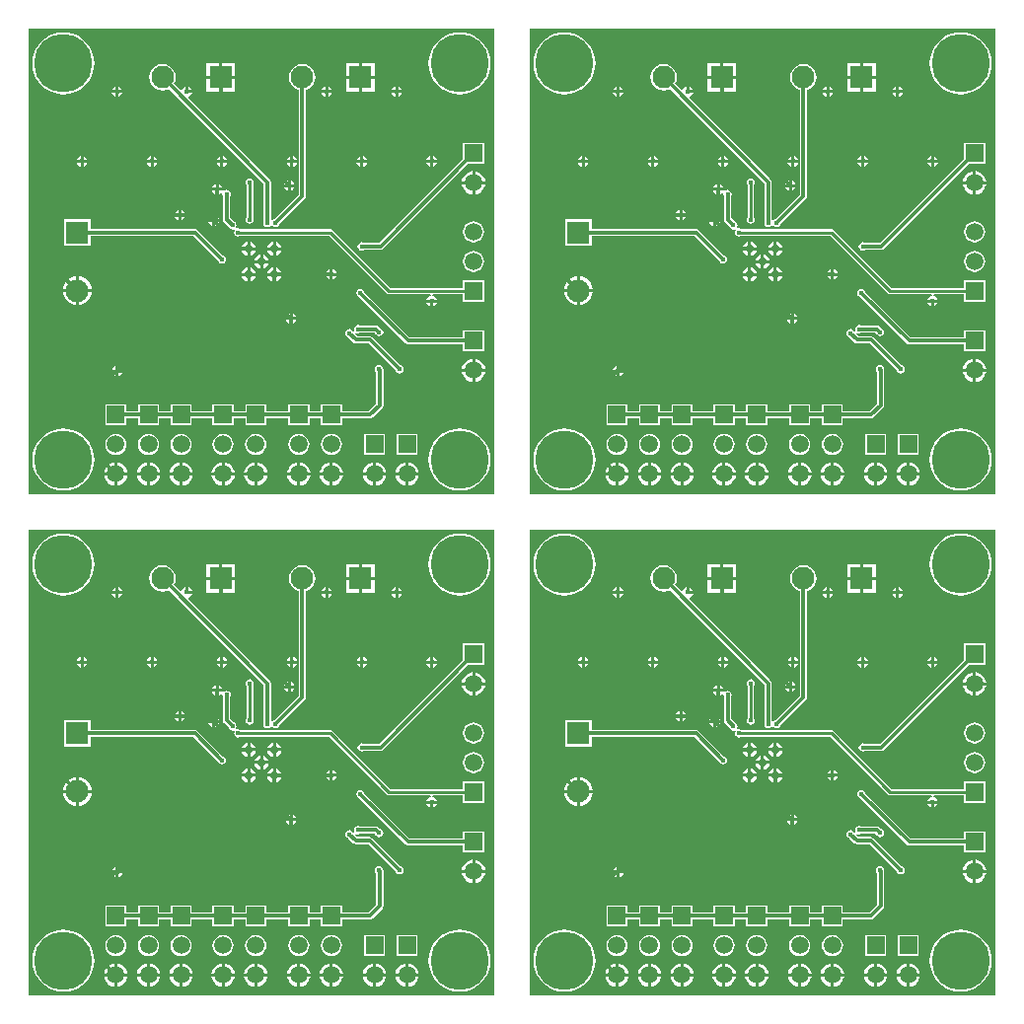
<source format=gbl>
%MOIN*%
%OFA0B0*%
%FSLAX25Y25*%
%IPPOS*%
%LPD*%
%ADD11C,0.01*%
%ADD36C,0.01181*%
%ADD37C,0.05906*%
%ADD38R,0.05906X0.05906*%
%ADD39C,0.07677*%
%ADD40R,0.07677X0.07677*%
%ADD41R,0.07677X0.07677*%
%ADD42C,0.19685*%
%ADD43C,0.01575*%
%ADD44C,0.02756*%
%ADD55C,0.01*%
%ADD56C,0.01181*%
%ADD57C,0.05906*%
%ADD58R,0.05906X0.05906*%
%ADD59C,0.07677*%
%ADD60R,0.07677X0.07677*%
%ADD61R,0.07677X0.07677*%
%ADD62C,0.19685*%
%ADD63C,0.01575*%
%ADD64C,0.02756*%
%ADD65C,0.01*%
%ADD66C,0.01181*%
%ADD67C,0.05906*%
%ADD68R,0.05906X0.05906*%
%ADD69C,0.07677*%
%ADD70R,0.07677X0.07677*%
%ADD71R,0.07677X0.07677*%
%ADD72C,0.19685*%
%ADD73C,0.01575*%
%ADD74C,0.02756*%
%ADD75C,0.01*%
%ADD76C,0.01181*%
%ADD77C,0.05906*%
%ADD78R,0.05906X0.05906*%
%ADD79C,0.07677*%
%ADD80R,0.07677X0.07677*%
%ADD81R,0.07677X0.07677*%
%ADD82C,0.19685*%
%ADD83C,0.01575*%
%ADD84C,0.02756*%
G01*
G75*
G36*
X0157480Y0236220D02*
X0000000Y0236220D01*
X0000000Y0393700D01*
X0157480Y0393700D01*
X0157480Y0236220D01*
D02*
G37*
%LPC*%
G36*
X0117043Y0382003D02*
X0112706Y0382003D01*
X0112706Y0377665D01*
X0117043Y0377665D01*
X0117043Y0382003D01*
D02*
G37*
G36*
X0111706Y0382003D02*
X0107366Y0382003D01*
X0107366Y0377665D01*
X0111706Y0377665D01*
X0111706Y0382003D01*
D02*
G37*
G36*
X0069799Y0382003D02*
X0065461Y0382003D01*
X0065461Y0377665D01*
X0069799Y0377665D01*
X0069799Y0382003D01*
D02*
G37*
G36*
X0064461Y0382003D02*
X0060122Y0382003D01*
X0060122Y0377665D01*
X0064461Y0377665D01*
X0064461Y0382003D01*
D02*
G37*
G36*
X0124909Y0374163D02*
X0124909Y0372941D01*
X0126131Y0372941D01*
X0126093Y0373138D01*
X0125698Y0373729D01*
X0125106Y0374123D01*
X0124909Y0374163D01*
D02*
G37*
G36*
X0123909Y0374163D02*
X0123712Y0374123D01*
X0123120Y0373729D01*
X0122726Y0373138D01*
X0122686Y0372941D01*
X0123909Y0372941D01*
X0123909Y0374163D01*
D02*
G37*
G36*
X0101287Y0374163D02*
X0101287Y0372941D01*
X0102509Y0372941D01*
X0102471Y0373138D01*
X0102075Y0373729D01*
X0101485Y0374123D01*
X0101287Y0374163D01*
D02*
G37*
G36*
X0100287Y0374163D02*
X0100089Y0374123D01*
X0099499Y0373729D01*
X0099104Y0373138D01*
X0099064Y0372941D01*
X0100287Y0372941D01*
X0100287Y0374163D01*
D02*
G37*
G36*
X0054043Y0374163D02*
X0054043Y0372941D01*
X0055266Y0372941D01*
X0055227Y0373138D01*
X0054832Y0373729D01*
X0054240Y0374123D01*
X0054043Y0374163D01*
D02*
G37*
G36*
X0030420Y0374163D02*
X0030420Y0372941D01*
X0031644Y0372941D01*
X0031604Y0373138D01*
X0031210Y0373729D01*
X0030619Y0374123D01*
X0030420Y0374163D01*
D02*
G37*
G36*
X0029421Y0374163D02*
X0029224Y0374123D01*
X0028632Y0373729D01*
X0028238Y0373138D01*
X0028198Y0372941D01*
X0029421Y0372941D01*
X0029421Y0374163D01*
D02*
G37*
G36*
X0117043Y0376665D02*
X0112706Y0376665D01*
X0112706Y0372326D01*
X0117043Y0372326D01*
X0117043Y0376665D01*
D02*
G37*
G36*
X0111706Y0376665D02*
X0107366Y0376665D01*
X0107366Y0372326D01*
X0111706Y0372326D01*
X0111706Y0376665D01*
D02*
G37*
G36*
X0069799Y0376665D02*
X0065461Y0376665D01*
X0065461Y0372326D01*
X0069799Y0372326D01*
X0069799Y0376665D01*
D02*
G37*
G36*
X0064461Y0376665D02*
X0060122Y0376665D01*
X0060122Y0372326D01*
X0064461Y0372326D01*
X0064461Y0376665D01*
D02*
G37*
G36*
X0145669Y0392355D02*
X0144032Y0392226D01*
X0142435Y0391842D01*
X0140918Y0391214D01*
X0139518Y0390356D01*
X0138269Y0389289D01*
X0137203Y0388041D01*
X0136345Y0386640D01*
X0135716Y0385123D01*
X0135333Y0383526D01*
X0135204Y0381889D01*
X0135333Y0380252D01*
X0135716Y0378655D01*
X0136345Y0377138D01*
X0137203Y0375738D01*
X0138269Y0374489D01*
X0139518Y0373423D01*
X0140918Y0372565D01*
X0142435Y0371936D01*
X0144032Y0371553D01*
X0145669Y0371424D01*
X0147306Y0371553D01*
X0148903Y0371936D01*
X0150420Y0372565D01*
X0151821Y0373423D01*
X0153069Y0374489D01*
X0154135Y0375738D01*
X0154994Y0377138D01*
X0155622Y0378655D01*
X0156006Y0380252D01*
X0156135Y0381889D01*
X0156006Y0383526D01*
X0155622Y0385123D01*
X0154994Y0386640D01*
X0154135Y0388041D01*
X0153069Y0389289D01*
X0151821Y0390356D01*
X0150420Y0391214D01*
X0148903Y0391842D01*
X0147306Y0392226D01*
X0145669Y0392355D01*
D02*
G37*
G36*
X0011811Y0392355D02*
X0010174Y0392226D01*
X0008577Y0391842D01*
X0007060Y0391214D01*
X0005660Y0390356D01*
X0004411Y0389289D01*
X0003343Y0388041D01*
X0002486Y0386640D01*
X0001858Y0385123D01*
X0001474Y0383526D01*
X0001346Y0381889D01*
X0001474Y0380252D01*
X0001858Y0378655D01*
X0002486Y0377138D01*
X0003343Y0375738D01*
X0004411Y0374489D01*
X0005660Y0373423D01*
X0007060Y0372565D01*
X0008577Y0371936D01*
X0010174Y0371553D01*
X0011811Y0371424D01*
X0013447Y0371553D01*
X0015045Y0371936D01*
X0016562Y0372565D01*
X0017962Y0373423D01*
X0019211Y0374489D01*
X0020278Y0375738D01*
X0021135Y0377138D01*
X0021764Y0378655D01*
X0022148Y0380252D01*
X0022276Y0381889D01*
X0022148Y0383526D01*
X0021764Y0385123D01*
X0021135Y0386640D01*
X0020278Y0388041D01*
X0019211Y0389289D01*
X0017962Y0390356D01*
X0016562Y0391214D01*
X0015045Y0391842D01*
X0013447Y0392226D01*
X0011811Y0392355D01*
D02*
G37*
G36*
X0126131Y0371941D02*
X0124909Y0371941D01*
X0124909Y0370717D01*
X0125106Y0370757D01*
X0125698Y0371152D01*
X0126093Y0371743D01*
X0126131Y0371941D01*
D02*
G37*
G36*
X0123909Y0371941D02*
X0122686Y0371941D01*
X0122726Y0371743D01*
X0123120Y0371152D01*
X0123712Y0370757D01*
X0123909Y0370717D01*
X0123909Y0371941D01*
D02*
G37*
G36*
X0102509Y0371941D02*
X0101287Y0371941D01*
X0101287Y0370717D01*
X0101485Y0370757D01*
X0102075Y0371152D01*
X0102471Y0371743D01*
X0102509Y0371941D01*
D02*
G37*
G36*
X0100287Y0371941D02*
X0099064Y0371941D01*
X0099104Y0371743D01*
X0099499Y0371152D01*
X0100089Y0370757D01*
X0100287Y0370717D01*
X0100287Y0371941D01*
D02*
G37*
G36*
X0031644Y0371941D02*
X0030420Y0371941D01*
X0030420Y0370717D01*
X0030619Y0370757D01*
X0031210Y0371152D01*
X0031604Y0371743D01*
X0031644Y0371941D01*
D02*
G37*
G36*
X0029421Y0371941D02*
X0028198Y0371941D01*
X0028238Y0371743D01*
X0028632Y0371152D01*
X0029224Y0370757D01*
X0029421Y0370717D01*
X0029421Y0371941D01*
D02*
G37*
G36*
X0136721Y0350541D02*
X0136721Y0349319D01*
X0137943Y0349319D01*
X0137904Y0349516D01*
X0137509Y0350107D01*
X0136918Y0350502D01*
X0136721Y0350541D01*
D02*
G37*
G36*
X0135721Y0350541D02*
X0135523Y0350502D01*
X0134932Y0350107D01*
X0134536Y0349516D01*
X0134496Y0349319D01*
X0135721Y0349319D01*
X0135721Y0350541D01*
D02*
G37*
G36*
X0113099Y0350541D02*
X0113099Y0349319D01*
X0114321Y0349319D01*
X0114282Y0349516D01*
X0113887Y0350107D01*
X0113296Y0350502D01*
X0113099Y0350541D01*
D02*
G37*
G36*
X0112099Y0350541D02*
X0111901Y0350502D01*
X0111310Y0350107D01*
X0110915Y0349516D01*
X0110874Y0349319D01*
X0112099Y0349319D01*
X0112099Y0350541D01*
D02*
G37*
G36*
X0089476Y0350541D02*
X0089476Y0349319D01*
X0090699Y0349319D01*
X0090660Y0349516D01*
X0090265Y0350107D01*
X0089674Y0350502D01*
X0089476Y0350541D01*
D02*
G37*
G36*
X0088476Y0350541D02*
X0088279Y0350502D01*
X0087687Y0350107D01*
X0087293Y0349516D01*
X0087253Y0349319D01*
X0088476Y0349319D01*
X0088476Y0350541D01*
D02*
G37*
G36*
X0065854Y0350541D02*
X0065854Y0349319D01*
X0067077Y0349319D01*
X0067038Y0349516D01*
X0066642Y0350107D01*
X0066052Y0350502D01*
X0065854Y0350541D01*
D02*
G37*
G36*
X0064854Y0350541D02*
X0064657Y0350502D01*
X0064066Y0350107D01*
X0063671Y0349516D01*
X0063631Y0349319D01*
X0064854Y0349319D01*
X0064854Y0350541D01*
D02*
G37*
G36*
X0042232Y0350541D02*
X0042232Y0349319D01*
X0043455Y0349319D01*
X0043416Y0349516D01*
X0043021Y0350107D01*
X0042430Y0350502D01*
X0042232Y0350541D01*
D02*
G37*
G36*
X0041232Y0350541D02*
X0041035Y0350502D01*
X0040444Y0350107D01*
X0040048Y0349516D01*
X0040009Y0349319D01*
X0041232Y0349319D01*
X0041232Y0350541D01*
D02*
G37*
G36*
X0018609Y0350541D02*
X0018609Y0349319D01*
X0019833Y0349319D01*
X0019794Y0349516D01*
X0019399Y0350107D01*
X0018808Y0350502D01*
X0018609Y0350541D01*
D02*
G37*
G36*
X0017609Y0350541D02*
X0017413Y0350502D01*
X0016822Y0350107D01*
X0016427Y0349516D01*
X0016387Y0349319D01*
X0017609Y0349319D01*
X0017609Y0350541D01*
D02*
G37*
G36*
X0137943Y0348319D02*
X0136721Y0348319D01*
X0136721Y0347095D01*
X0136918Y0347135D01*
X0137509Y0347530D01*
X0137904Y0348121D01*
X0137943Y0348319D01*
D02*
G37*
G36*
X0135721Y0348319D02*
X0134496Y0348319D01*
X0134536Y0348121D01*
X0134932Y0347530D01*
X0135523Y0347135D01*
X0135721Y0347095D01*
X0135721Y0348319D01*
D02*
G37*
G36*
X0114321Y0348319D02*
X0113099Y0348319D01*
X0113099Y0347095D01*
X0113296Y0347135D01*
X0113887Y0347530D01*
X0114282Y0348121D01*
X0114321Y0348319D01*
D02*
G37*
G36*
X0112099Y0348319D02*
X0110874Y0348319D01*
X0110915Y0348121D01*
X0111310Y0347530D01*
X0111901Y0347135D01*
X0112099Y0347095D01*
X0112099Y0348319D01*
D02*
G37*
G36*
X0090699Y0348319D02*
X0089476Y0348319D01*
X0089476Y0347095D01*
X0089674Y0347135D01*
X0090265Y0347530D01*
X0090660Y0348121D01*
X0090699Y0348319D01*
D02*
G37*
G36*
X0088476Y0348319D02*
X0087253Y0348319D01*
X0087293Y0348121D01*
X0087687Y0347530D01*
X0088279Y0347135D01*
X0088476Y0347095D01*
X0088476Y0348319D01*
D02*
G37*
G36*
X0067077Y0348319D02*
X0065854Y0348319D01*
X0065854Y0347095D01*
X0066052Y0347135D01*
X0066642Y0347530D01*
X0067038Y0348121D01*
X0067077Y0348319D01*
D02*
G37*
G36*
X0064854Y0348319D02*
X0063631Y0348319D01*
X0063671Y0348121D01*
X0064066Y0347530D01*
X0064657Y0347135D01*
X0064854Y0347095D01*
X0064854Y0348319D01*
D02*
G37*
G36*
X0043455Y0348319D02*
X0042232Y0348319D01*
X0042232Y0347095D01*
X0042430Y0347135D01*
X0043021Y0347530D01*
X0043416Y0348121D01*
X0043455Y0348319D01*
D02*
G37*
G36*
X0041232Y0348319D02*
X0040009Y0348319D01*
X0040048Y0348121D01*
X0040444Y0347530D01*
X0041035Y0347135D01*
X0041232Y0347095D01*
X0041232Y0348319D01*
D02*
G37*
G36*
X0019833Y0348319D02*
X0018609Y0348319D01*
X0018609Y0347095D01*
X0018808Y0347135D01*
X0019399Y0347530D01*
X0019794Y0348121D01*
X0019833Y0348319D01*
D02*
G37*
G36*
X0017609Y0348319D02*
X0016387Y0348319D01*
X0016427Y0348121D01*
X0016822Y0347530D01*
X0017413Y0347135D01*
X0017609Y0347095D01*
X0017609Y0348319D01*
D02*
G37*
G36*
X0150894Y0345495D02*
X0150894Y0342074D01*
X0154315Y0342074D01*
X0154245Y0342606D01*
X0153846Y0343568D01*
X0153213Y0344394D01*
X0152387Y0345027D01*
X0151426Y0345425D01*
X0150894Y0345495D01*
D02*
G37*
G36*
X0149893Y0345495D02*
X0149362Y0345425D01*
X0148400Y0345027D01*
X0147575Y0344394D01*
X0146941Y0343568D01*
X0146543Y0342606D01*
X0146473Y0342074D01*
X0149893Y0342074D01*
X0149893Y0345495D01*
D02*
G37*
G36*
X0088689Y0342274D02*
X0088689Y0341051D01*
X0089910Y0341051D01*
X0089873Y0341248D01*
X0089477Y0341839D01*
X0088886Y0342234D01*
X0088689Y0342274D01*
D02*
G37*
G36*
X0087689Y0342274D02*
X0087490Y0342234D01*
X0086900Y0341839D01*
X0086505Y0341248D01*
X0086466Y0341051D01*
X0087689Y0341051D01*
X0087689Y0342274D01*
D02*
G37*
G36*
X0064280Y0341093D02*
X0064280Y0339870D01*
X0065503Y0339870D01*
X0065463Y0340067D01*
X0065068Y0340658D01*
X0064476Y0341053D01*
X0064280Y0341093D01*
D02*
G37*
G36*
X0063279Y0341093D02*
X0063082Y0341053D01*
X0062491Y0340658D01*
X0062095Y0340067D01*
X0062056Y0339870D01*
X0063279Y0339870D01*
X0063279Y0341093D01*
D02*
G37*
G36*
X0066929Y0339200D02*
X0066391Y0339093D01*
X0066005Y0338835D01*
X0065914Y0338870D01*
X0064280Y0338870D01*
X0064280Y0337646D01*
X0064476Y0337686D01*
X0065068Y0338080D01*
X0065073Y0338088D01*
X0065544Y0337892D01*
X0065524Y0337795D01*
X0065631Y0337256D01*
X0065725Y0337117D01*
X0065725Y0329133D01*
X0065725Y0329133D01*
X0065815Y0328673D01*
X0066078Y0328282D01*
X0067567Y0326793D01*
X0067600Y0326627D01*
X0067904Y0326171D01*
X0068359Y0325867D01*
X0068898Y0325760D01*
X0069301Y0325840D01*
X0069609Y0325485D01*
X0069631Y0325435D01*
X0069568Y0325340D01*
X0069461Y0324803D01*
X0069568Y0324264D01*
X0069873Y0323809D01*
X0070328Y0323505D01*
X0070866Y0323398D01*
X0071404Y0323505D01*
X0071682Y0323691D01*
X0101508Y0323691D01*
X0121025Y0304174D01*
X0121386Y0303933D01*
X0121811Y0303848D01*
X0135792Y0303848D01*
X0135969Y0303422D01*
X0135974Y0303374D01*
X0135523Y0303258D01*
X0134932Y0302863D01*
X0134536Y0302272D01*
X0134496Y0302074D01*
X0137943Y0302074D01*
X0137904Y0302272D01*
X0137509Y0302863D01*
X0136918Y0303258D01*
X0136467Y0303374D01*
X0136471Y0303422D01*
X0136648Y0303848D01*
X0146850Y0303848D01*
X0146850Y0301417D01*
X0153936Y0301417D01*
X0153936Y0308504D01*
X0146850Y0308504D01*
X0146850Y0306072D01*
X0122272Y0306072D01*
X0102755Y0325589D01*
X0102394Y0325830D01*
X0101969Y0325915D01*
X0101969Y0325915D01*
X0071682Y0325915D01*
X0071404Y0326101D01*
X0070866Y0326208D01*
X0070463Y0326127D01*
X0070155Y0326483D01*
X0070132Y0326533D01*
X0070196Y0326627D01*
X0070303Y0327165D01*
X0070196Y0327703D01*
X0069889Y0328158D01*
X0069435Y0328463D01*
X0069269Y0328495D01*
X0068132Y0329632D01*
X0068132Y0337117D01*
X0068227Y0337256D01*
X0068334Y0337795D01*
X0068227Y0338332D01*
X0067923Y0338788D01*
X0067467Y0339093D01*
X0066929Y0339200D01*
D02*
G37*
G36*
X0089910Y0340050D02*
X0088689Y0340050D01*
X0088689Y0338828D01*
X0088886Y0338867D01*
X0089477Y0339262D01*
X0089873Y0339853D01*
X0089910Y0340050D01*
D02*
G37*
G36*
X0087689Y0340050D02*
X0086466Y0340050D01*
X0086505Y0339853D01*
X0086900Y0339262D01*
X0087490Y0338867D01*
X0087689Y0338828D01*
X0087689Y0340050D01*
D02*
G37*
G36*
X0154315Y0341074D02*
X0150894Y0341074D01*
X0150894Y0337653D01*
X0151426Y0337723D01*
X0152387Y0338122D01*
X0153213Y0338755D01*
X0153846Y0339581D01*
X0154245Y0340542D01*
X0154315Y0341074D01*
D02*
G37*
G36*
X0149893Y0341074D02*
X0146473Y0341074D01*
X0146543Y0340542D01*
X0146941Y0339581D01*
X0147575Y0338755D01*
X0148400Y0338122D01*
X0149362Y0337723D01*
X0149893Y0337653D01*
X0149893Y0341074D01*
D02*
G37*
G36*
X0063279Y0338870D02*
X0062056Y0338870D01*
X0062095Y0338671D01*
X0062491Y0338080D01*
X0063082Y0337686D01*
X0063279Y0337646D01*
X0063279Y0338870D01*
D02*
G37*
G36*
X0051681Y0332431D02*
X0051681Y0331208D01*
X0052903Y0331208D01*
X0052864Y0331406D01*
X0052470Y0331997D01*
X0051878Y0332392D01*
X0051681Y0332431D01*
D02*
G37*
G36*
X0050681Y0332431D02*
X0050483Y0332392D01*
X0049893Y0331997D01*
X0049497Y0331406D01*
X0049458Y0331208D01*
X0050681Y0331208D01*
X0050681Y0332431D01*
D02*
G37*
G36*
X0063098Y0330463D02*
X0063098Y0329240D01*
X0064320Y0329240D01*
X0064281Y0329436D01*
X0063887Y0330027D01*
X0063296Y0330423D01*
X0063098Y0330463D01*
D02*
G37*
G36*
X0062098Y0330463D02*
X0061900Y0330423D01*
X0061310Y0330027D01*
X0060915Y0329436D01*
X0060875Y0329240D01*
X0062098Y0329240D01*
X0062098Y0330463D01*
D02*
G37*
G36*
X0052903Y0330208D02*
X0051681Y0330208D01*
X0051681Y0328984D01*
X0051878Y0329024D01*
X0052470Y0329418D01*
X0052864Y0330011D01*
X0052903Y0330208D01*
D02*
G37*
G36*
X0050681Y0330208D02*
X0049458Y0330208D01*
X0049497Y0330011D01*
X0049893Y0329418D01*
X0050483Y0329024D01*
X0050681Y0328984D01*
X0050681Y0330208D01*
D02*
G37*
G36*
X0092521Y0381632D02*
X0091364Y0381480D01*
X0090287Y0381034D01*
X0089362Y0380324D01*
X0088652Y0379399D01*
X0088204Y0378321D01*
X0088053Y0377165D01*
X0088204Y0376009D01*
X0088652Y0374931D01*
X0089362Y0374006D01*
X0090287Y0373296D01*
X0091316Y0372870D01*
X0091316Y0337507D01*
X0083092Y0329283D01*
X0082927Y0329250D01*
X0082471Y0328946D01*
X0082413Y0328859D01*
X0081913Y0329009D01*
X0081913Y0341732D01*
X0081821Y0342193D01*
X0081560Y0342583D01*
X0053954Y0370190D01*
X0054118Y0370732D01*
X0054240Y0370757D01*
X0054832Y0371152D01*
X0055227Y0371743D01*
X0055266Y0371941D01*
X0053542Y0371941D01*
X0053542Y0372441D01*
X0053042Y0372441D01*
X0053042Y0374163D01*
X0052846Y0374123D01*
X0052254Y0373729D01*
X0051859Y0373138D01*
X0051835Y0373015D01*
X0051293Y0372850D01*
X0049164Y0374979D01*
X0049591Y0376009D01*
X0049743Y0377165D01*
X0049591Y0378321D01*
X0049145Y0379399D01*
X0048434Y0380324D01*
X0047509Y0381034D01*
X0046432Y0381480D01*
X0045276Y0381632D01*
X0044119Y0381480D01*
X0043042Y0381034D01*
X0042116Y0380324D01*
X0041407Y0379399D01*
X0040960Y0378321D01*
X0040808Y0377165D01*
X0040960Y0376009D01*
X0041407Y0374931D01*
X0042116Y0374006D01*
X0043042Y0373296D01*
X0044119Y0372850D01*
X0045276Y0372697D01*
X0046432Y0372850D01*
X0047461Y0373276D01*
X0079504Y0341233D01*
X0079504Y0328630D01*
X0079411Y0328490D01*
X0079304Y0327952D01*
X0079411Y0327415D01*
X0079715Y0326959D01*
X0080169Y0326654D01*
X0080709Y0326547D01*
X0081246Y0326654D01*
X0081702Y0326959D01*
X0081786Y0327084D01*
X0082387Y0327084D01*
X0082471Y0326959D01*
X0082927Y0326654D01*
X0083465Y0326547D01*
X0084002Y0326654D01*
X0084458Y0326959D01*
X0084763Y0327415D01*
X0084795Y0327580D01*
X0093372Y0336157D01*
X0093372Y0336157D01*
X0093633Y0336548D01*
X0093725Y0337008D01*
X0093725Y0337008D01*
X0093725Y0372870D01*
X0094754Y0373296D01*
X0095679Y0374006D01*
X0096390Y0374931D01*
X0096836Y0376009D01*
X0096988Y0377165D01*
X0096836Y0378321D01*
X0096390Y0379399D01*
X0095679Y0380324D01*
X0094754Y0381034D01*
X0093677Y0381480D01*
X0092521Y0381632D01*
D02*
G37*
G36*
X0074803Y0343137D02*
X0074265Y0343030D01*
X0073809Y0342725D01*
X0073505Y0342270D01*
X0073398Y0341732D01*
X0073505Y0341194D01*
X0073691Y0340916D01*
X0073691Y0329950D01*
X0073505Y0329671D01*
X0073398Y0329133D01*
X0073505Y0328596D01*
X0073809Y0328140D01*
X0074265Y0327835D01*
X0074803Y0327728D01*
X0075339Y0327835D01*
X0075797Y0328140D01*
X0076101Y0328596D01*
X0076208Y0329133D01*
X0076101Y0329671D01*
X0075915Y0329950D01*
X0075915Y0340916D01*
X0076101Y0341194D01*
X0076208Y0341732D01*
X0076101Y0342270D01*
X0075797Y0342725D01*
X0075339Y0343030D01*
X0074803Y0343137D01*
D02*
G37*
G36*
X0064320Y0328240D02*
X0063098Y0328240D01*
X0063098Y0327017D01*
X0063296Y0327056D01*
X0063887Y0327451D01*
X0064281Y0328042D01*
X0064320Y0328240D01*
D02*
G37*
G36*
X0062098Y0328240D02*
X0060875Y0328240D01*
X0060915Y0328042D01*
X0061310Y0327451D01*
X0061900Y0327056D01*
X0062098Y0327017D01*
X0062098Y0328240D01*
D02*
G37*
G36*
X0150393Y0328534D02*
X0149469Y0328412D01*
X0148607Y0328055D01*
X0147867Y0327487D01*
X0147299Y0326747D01*
X0146942Y0325885D01*
X0146820Y0324960D01*
X0146942Y0324035D01*
X0147299Y0323173D01*
X0147867Y0322433D01*
X0148607Y0321864D01*
X0149469Y0321507D01*
X0150393Y0321386D01*
X0151319Y0321507D01*
X0152181Y0321864D01*
X0152921Y0322433D01*
X0153489Y0323173D01*
X0153846Y0324035D01*
X0153967Y0324960D01*
X0153846Y0325885D01*
X0153489Y0326747D01*
X0152921Y0327487D01*
X0152181Y0328055D01*
X0151319Y0328412D01*
X0150393Y0328534D01*
D02*
G37*
G36*
X0153936Y0355117D02*
X0146850Y0355117D01*
X0146850Y0349734D01*
X0118399Y0321282D01*
X0113276Y0321282D01*
X0113135Y0321376D01*
X0112598Y0321483D01*
X0112061Y0321376D01*
X0111605Y0321072D01*
X0111300Y0320616D01*
X0111194Y0320077D01*
X0111300Y0319541D01*
X0111605Y0319085D01*
X0112061Y0318780D01*
X0112598Y0318673D01*
X0113135Y0318780D01*
X0113276Y0318874D01*
X0118897Y0318874D01*
X0118897Y0318874D01*
X0119359Y0318966D01*
X0119749Y0319227D01*
X0148553Y0348030D01*
X0153936Y0348030D01*
X0153936Y0355117D01*
D02*
G37*
G36*
X0083570Y0321616D02*
X0083570Y0319791D01*
X0085396Y0319791D01*
X0085311Y0320219D01*
X0084785Y0321005D01*
X0083999Y0321531D01*
X0083570Y0321616D01*
D02*
G37*
G36*
X0082571Y0321616D02*
X0082143Y0321531D01*
X0081357Y0321005D01*
X0080830Y0320219D01*
X0080746Y0319791D01*
X0082571Y0319791D01*
X0082571Y0321616D01*
D02*
G37*
G36*
X0074910Y0321616D02*
X0074910Y0319791D01*
X0076735Y0319791D01*
X0076649Y0320219D01*
X0076124Y0321005D01*
X0075337Y0321531D01*
X0074910Y0321616D01*
D02*
G37*
G36*
X0073909Y0321616D02*
X0073482Y0321531D01*
X0072695Y0321005D01*
X0072170Y0320219D01*
X0072082Y0319791D01*
X0073909Y0319791D01*
X0073909Y0321616D01*
D02*
G37*
G36*
X0085396Y0318791D02*
X0083570Y0318791D01*
X0083570Y0316966D01*
X0083999Y0317051D01*
X0084785Y0317577D01*
X0085311Y0318363D01*
X0085396Y0318791D01*
D02*
G37*
G36*
X0082571Y0318791D02*
X0080746Y0318791D01*
X0080830Y0318363D01*
X0081357Y0317577D01*
X0082143Y0317051D01*
X0082571Y0316966D01*
X0082571Y0318791D01*
D02*
G37*
G36*
X0076735Y0318791D02*
X0074910Y0318791D01*
X0074910Y0316966D01*
X0075337Y0317051D01*
X0076124Y0317577D01*
X0076649Y0318363D01*
X0076735Y0318791D01*
D02*
G37*
G36*
X0073909Y0318791D02*
X0072082Y0318791D01*
X0072170Y0318363D01*
X0072695Y0317577D01*
X0073482Y0317051D01*
X0073909Y0316966D01*
X0073909Y0318791D01*
D02*
G37*
G36*
X0079240Y0317285D02*
X0079240Y0315460D01*
X0081065Y0315460D01*
X0080980Y0315888D01*
X0080455Y0316675D01*
X0079668Y0317200D01*
X0079240Y0317285D01*
D02*
G37*
G36*
X0078240Y0317285D02*
X0077812Y0317200D01*
X0077026Y0316675D01*
X0076500Y0315888D01*
X0076415Y0315460D01*
X0078240Y0315460D01*
X0078240Y0317285D01*
D02*
G37*
G36*
X0020965Y0329233D02*
X0012106Y0329233D01*
X0012106Y0320374D01*
X0020965Y0320374D01*
X0020965Y0323599D01*
X0055800Y0323599D01*
X0064023Y0315375D01*
X0064056Y0315210D01*
X0064361Y0314754D01*
X0064817Y0314449D01*
X0065354Y0314343D01*
X0065892Y0314449D01*
X0066348Y0314754D01*
X0066652Y0315210D01*
X0066759Y0315748D01*
X0066652Y0316285D01*
X0066348Y0316741D01*
X0065892Y0317046D01*
X0065726Y0317078D01*
X0057150Y0325655D01*
X0056759Y0325916D01*
X0056298Y0326008D01*
X0056298Y0326008D01*
X0020965Y0326008D01*
X0020965Y0329233D01*
D02*
G37*
G36*
X0081065Y0314460D02*
X0079240Y0314460D01*
X0079240Y0312635D01*
X0079668Y0312720D01*
X0080455Y0313246D01*
X0080980Y0314032D01*
X0081065Y0314460D01*
D02*
G37*
G36*
X0078240Y0314460D02*
X0076415Y0314460D01*
X0076500Y0314032D01*
X0077026Y0313246D01*
X0077812Y0312720D01*
X0078240Y0312635D01*
X0078240Y0314460D01*
D02*
G37*
G36*
X0150393Y0318534D02*
X0149469Y0318412D01*
X0148607Y0318055D01*
X0147867Y0317487D01*
X0147299Y0316747D01*
X0146942Y0315885D01*
X0146820Y0314960D01*
X0146942Y0314035D01*
X0147299Y0313173D01*
X0147867Y0312433D01*
X0148607Y0311865D01*
X0149469Y0311508D01*
X0150393Y0311386D01*
X0151319Y0311508D01*
X0152181Y0311865D01*
X0152921Y0312433D01*
X0153489Y0313173D01*
X0153846Y0314035D01*
X0153967Y0314960D01*
X0153846Y0315885D01*
X0153489Y0316747D01*
X0152921Y0317487D01*
X0152181Y0318055D01*
X0151319Y0318412D01*
X0150393Y0318534D01*
D02*
G37*
G36*
X0102862Y0312352D02*
X0102862Y0311130D01*
X0104085Y0311130D01*
X0104046Y0311327D01*
X0103651Y0311918D01*
X0103060Y0312313D01*
X0102862Y0312352D01*
D02*
G37*
G36*
X0101862Y0312352D02*
X0101665Y0312313D01*
X0101074Y0311918D01*
X0100679Y0311327D01*
X0100638Y0311130D01*
X0101862Y0311130D01*
X0101862Y0312352D01*
D02*
G37*
G36*
X0083570Y0312954D02*
X0083570Y0311130D01*
X0085396Y0311130D01*
X0085311Y0311557D01*
X0084785Y0312344D01*
X0083999Y0312869D01*
X0083570Y0312954D01*
D02*
G37*
G36*
X0082571Y0312954D02*
X0082143Y0312869D01*
X0081357Y0312344D01*
X0080830Y0311557D01*
X0080746Y0311130D01*
X0082571Y0311130D01*
X0082571Y0312954D01*
D02*
G37*
G36*
X0074910Y0312954D02*
X0074910Y0311130D01*
X0076735Y0311130D01*
X0076649Y0311557D01*
X0076124Y0312344D01*
X0075337Y0312869D01*
X0074910Y0312954D01*
D02*
G37*
G36*
X0073909Y0312954D02*
X0073482Y0312869D01*
X0072695Y0312344D01*
X0072170Y0311557D01*
X0072082Y0311130D01*
X0073909Y0311130D01*
X0073909Y0312954D01*
D02*
G37*
G36*
X0104085Y0310129D02*
X0102862Y0310129D01*
X0102862Y0308906D01*
X0103060Y0308946D01*
X0103651Y0309341D01*
X0104046Y0309932D01*
X0104085Y0310129D01*
D02*
G37*
G36*
X0101862Y0310129D02*
X0100638Y0310129D01*
X0100679Y0309932D01*
X0101074Y0309341D01*
X0101665Y0308946D01*
X0101862Y0308906D01*
X0101862Y0310129D01*
D02*
G37*
G36*
X0085396Y0310129D02*
X0083570Y0310129D01*
X0083570Y0308304D01*
X0083999Y0308390D01*
X0084785Y0308915D01*
X0085311Y0309701D01*
X0085396Y0310129D01*
D02*
G37*
G36*
X0082571Y0310129D02*
X0080746Y0310129D01*
X0080830Y0309701D01*
X0081357Y0308915D01*
X0082143Y0308390D01*
X0082571Y0308304D01*
X0082571Y0310129D01*
D02*
G37*
G36*
X0076735Y0310129D02*
X0074910Y0310129D01*
X0074910Y0308304D01*
X0075337Y0308390D01*
X0076124Y0308915D01*
X0076649Y0309701D01*
X0076735Y0310129D01*
D02*
G37*
G36*
X0073909Y0310129D02*
X0072082Y0310129D01*
X0072170Y0309701D01*
X0072695Y0308915D01*
X0073482Y0308390D01*
X0073909Y0308304D01*
X0073909Y0310129D01*
D02*
G37*
G36*
X0017035Y0309933D02*
X0017035Y0305619D01*
X0021350Y0305619D01*
X0021249Y0306382D01*
X0020762Y0307559D01*
X0019986Y0308570D01*
X0018976Y0309345D01*
X0017798Y0309833D01*
X0017035Y0309933D01*
D02*
G37*
G36*
X0016035Y0309933D02*
X0015272Y0309833D01*
X0014095Y0309345D01*
X0013084Y0308570D01*
X0012309Y0307559D01*
X0011821Y0306382D01*
X0011720Y0305619D01*
X0016035Y0305619D01*
X0016035Y0309933D01*
D02*
G37*
G36*
X0021350Y0304619D02*
X0017035Y0304619D01*
X0017035Y0300304D01*
X0017798Y0300405D01*
X0018976Y0300892D01*
X0019986Y0301668D01*
X0020762Y0302678D01*
X0021249Y0303856D01*
X0021350Y0304619D01*
D02*
G37*
G36*
X0016035Y0304619D02*
X0011720Y0304619D01*
X0011821Y0303856D01*
X0012309Y0302678D01*
X0013084Y0301668D01*
X0014095Y0300892D01*
X0015272Y0300405D01*
X0016035Y0300304D01*
X0016035Y0304619D01*
D02*
G37*
G36*
X0137943Y0301074D02*
X0136721Y0301074D01*
X0136721Y0299851D01*
X0136918Y0299891D01*
X0137509Y0300286D01*
X0137904Y0300877D01*
X0137943Y0301074D01*
D02*
G37*
G36*
X0135721Y0301074D02*
X0134496Y0301074D01*
X0134536Y0300877D01*
X0134932Y0300286D01*
X0135523Y0299891D01*
X0135721Y0299851D01*
X0135721Y0301074D01*
D02*
G37*
G36*
X0089280Y0297392D02*
X0089280Y0296169D01*
X0090503Y0296169D01*
X0090463Y0296366D01*
X0090068Y0296957D01*
X0089477Y0297353D01*
X0089280Y0297392D01*
D02*
G37*
G36*
X0088279Y0297392D02*
X0088082Y0297353D01*
X0087490Y0296957D01*
X0087096Y0296366D01*
X0087056Y0296169D01*
X0088279Y0296169D01*
X0088279Y0297392D01*
D02*
G37*
G36*
X0090503Y0295169D02*
X0089280Y0295169D01*
X0089280Y0293946D01*
X0089477Y0293984D01*
X0090068Y0294380D01*
X0090463Y0294971D01*
X0090503Y0295169D01*
D02*
G37*
G36*
X0088279Y0295169D02*
X0087056Y0295169D01*
X0087096Y0294971D01*
X0087490Y0294380D01*
X0088082Y0293984D01*
X0088279Y0293946D01*
X0088279Y0295169D01*
D02*
G37*
G36*
X0111417Y0293530D02*
X0110880Y0293424D01*
X0110424Y0293119D01*
X0110118Y0292663D01*
X0110012Y0292125D01*
X0110118Y0291588D01*
X0109686Y0291400D01*
X0109458Y0291741D01*
X0109002Y0292046D01*
X0108464Y0292152D01*
X0107927Y0292046D01*
X0107471Y0291741D01*
X0107166Y0291285D01*
X0107060Y0290748D01*
X0107166Y0290210D01*
X0107471Y0289753D01*
X0107927Y0289450D01*
X0108092Y0289417D01*
X0109778Y0287731D01*
X0110169Y0287470D01*
X0110630Y0287378D01*
X0114856Y0287378D01*
X0124062Y0278171D01*
X0124096Y0278005D01*
X0124400Y0277549D01*
X0124855Y0277245D01*
X0125394Y0277138D01*
X0125931Y0277245D01*
X0126387Y0277549D01*
X0126692Y0278005D01*
X0126799Y0278543D01*
X0126692Y0279080D01*
X0126387Y0279536D01*
X0125931Y0279841D01*
X0125766Y0279873D01*
X0116206Y0289434D01*
X0115815Y0289695D01*
X0115354Y0289786D01*
X0115354Y0289786D01*
X0111128Y0289786D01*
X0110305Y0290610D01*
X0110623Y0290998D01*
X0110880Y0290827D01*
X0111417Y0290721D01*
X0111955Y0290827D01*
X0112094Y0290921D01*
X0116914Y0290921D01*
X0117200Y0290636D01*
X0117206Y0290604D01*
X0117510Y0290147D01*
X0117966Y0289843D01*
X0118504Y0289735D01*
X0119042Y0289843D01*
X0119497Y0290147D01*
X0119802Y0290604D01*
X0119909Y0291141D01*
X0119802Y0291679D01*
X0119497Y0292135D01*
X0119042Y0292439D01*
X0118743Y0292499D01*
X0118265Y0292977D01*
X0117873Y0293238D01*
X0117412Y0293330D01*
X0117412Y0293330D01*
X0112094Y0293330D01*
X0111955Y0293424D01*
X0111417Y0293530D01*
D02*
G37*
G36*
X0112205Y0305735D02*
X0111667Y0305628D01*
X0111211Y0305324D01*
X0110907Y0304868D01*
X0110800Y0304330D01*
X0110907Y0303793D01*
X0111211Y0303337D01*
X0111667Y0303032D01*
X0111833Y0302999D01*
X0127495Y0287337D01*
X0127495Y0287337D01*
X0127886Y0287076D01*
X0128347Y0286984D01*
X0128347Y0286984D01*
X0146850Y0286984D01*
X0146850Y0284645D01*
X0153936Y0284645D01*
X0153936Y0291732D01*
X0146850Y0291732D01*
X0146850Y0289393D01*
X0128845Y0289393D01*
X0113535Y0304702D01*
X0113503Y0304868D01*
X0113198Y0305324D01*
X0112742Y0305628D01*
X0112205Y0305735D01*
D02*
G37*
G36*
X0150894Y0282109D02*
X0150894Y0278689D01*
X0154315Y0278689D01*
X0154245Y0279220D01*
X0153846Y0280182D01*
X0153213Y0281008D01*
X0152387Y0281641D01*
X0151426Y0282039D01*
X0150894Y0282109D01*
D02*
G37*
G36*
X0149893Y0282109D02*
X0149362Y0282039D01*
X0148400Y0281641D01*
X0147575Y0281008D01*
X0146941Y0280182D01*
X0146543Y0279220D01*
X0146473Y0278689D01*
X0149893Y0278689D01*
X0149893Y0282109D01*
D02*
G37*
G36*
X0030420Y0279675D02*
X0030420Y0278452D01*
X0031644Y0278452D01*
X0031604Y0278650D01*
X0031210Y0279241D01*
X0030619Y0279636D01*
X0030420Y0279675D01*
D02*
G37*
G36*
X0029421Y0279675D02*
X0029224Y0279636D01*
X0028632Y0279241D01*
X0028238Y0278650D01*
X0028198Y0278452D01*
X0029421Y0278452D01*
X0029421Y0279675D01*
D02*
G37*
G36*
X0031644Y0277451D02*
X0030420Y0277451D01*
X0030420Y0276229D01*
X0030619Y0276269D01*
X0031210Y0276664D01*
X0031604Y0277254D01*
X0031644Y0277451D01*
D02*
G37*
G36*
X0029421Y0277451D02*
X0028198Y0277451D01*
X0028238Y0277254D01*
X0028632Y0276664D01*
X0029224Y0276269D01*
X0029421Y0276229D01*
X0029421Y0277451D01*
D02*
G37*
G36*
X0154315Y0277688D02*
X0150894Y0277688D01*
X0150894Y0274267D01*
X0151426Y0274338D01*
X0152387Y0274736D01*
X0153213Y0275369D01*
X0153846Y0276195D01*
X0154245Y0277156D01*
X0154315Y0277688D01*
D02*
G37*
G36*
X0149893Y0277688D02*
X0146473Y0277688D01*
X0146543Y0277156D01*
X0146941Y0276195D01*
X0147575Y0275369D01*
X0148400Y0274736D01*
X0149362Y0274338D01*
X0149893Y0274267D01*
X0149893Y0277688D01*
D02*
G37*
G36*
X0118504Y0279948D02*
X0117966Y0279841D01*
X0117510Y0279536D01*
X0117206Y0279080D01*
X0117099Y0278543D01*
X0117206Y0278005D01*
X0117497Y0277570D01*
X0117497Y0266943D01*
X0114906Y0264353D01*
X0105905Y0264353D01*
X0105905Y0266692D01*
X0098819Y0266692D01*
X0098819Y0264353D01*
X0094882Y0264353D01*
X0094882Y0266692D01*
X0087795Y0266692D01*
X0087795Y0264353D01*
X0080313Y0264353D01*
X0080313Y0266692D01*
X0073228Y0266692D01*
X0073228Y0264353D01*
X0069291Y0264353D01*
X0069291Y0266692D01*
X0062205Y0266692D01*
X0062205Y0264353D01*
X0055118Y0264353D01*
X0055118Y0266692D01*
X0048031Y0266692D01*
X0048031Y0264353D01*
X0044094Y0264353D01*
X0044094Y0266692D01*
X0037008Y0266692D01*
X0037008Y0264353D01*
X0033071Y0264353D01*
X0033071Y0266692D01*
X0025984Y0266692D01*
X0025984Y0259605D01*
X0033071Y0259605D01*
X0033071Y0261945D01*
X0037008Y0261945D01*
X0037008Y0259605D01*
X0044094Y0259605D01*
X0044094Y0261945D01*
X0048031Y0261945D01*
X0048031Y0259605D01*
X0055118Y0259605D01*
X0055118Y0261945D01*
X0062205Y0261945D01*
X0062205Y0259605D01*
X0069291Y0259605D01*
X0069291Y0261945D01*
X0073228Y0261945D01*
X0073228Y0259605D01*
X0080313Y0259605D01*
X0080313Y0261945D01*
X0087795Y0261945D01*
X0087795Y0259605D01*
X0094882Y0259605D01*
X0094882Y0261945D01*
X0098819Y0261945D01*
X0098819Y0259605D01*
X0105905Y0259605D01*
X0105905Y0261945D01*
X0115405Y0261945D01*
X0115405Y0261945D01*
X0115866Y0262037D01*
X0116257Y0262298D01*
X0119551Y0265593D01*
X0119551Y0265593D01*
X0119812Y0265984D01*
X0119905Y0266445D01*
X0119905Y0278346D01*
X0119905Y0278346D01*
X0119887Y0278435D01*
X0119909Y0278543D01*
X0119802Y0279080D01*
X0119497Y0279536D01*
X0119042Y0279841D01*
X0118504Y0279948D01*
D02*
G37*
G36*
X0131496Y0256691D02*
X0124408Y0256691D01*
X0124408Y0249606D01*
X0131496Y0249606D01*
X0131496Y0256691D01*
D02*
G37*
G36*
X0120472Y0256691D02*
X0113386Y0256691D01*
X0113386Y0249606D01*
X0120472Y0249606D01*
X0120472Y0256691D01*
D02*
G37*
G36*
X0102362Y0256723D02*
X0101437Y0256601D01*
X0100574Y0256244D01*
X0099835Y0255676D01*
X0099267Y0254936D01*
X0098910Y0254074D01*
X0098788Y0253148D01*
X0098910Y0252223D01*
X0099267Y0251362D01*
X0099835Y0250622D01*
X0100574Y0250054D01*
X0101437Y0249697D01*
X0102362Y0249575D01*
X0103287Y0249697D01*
X0104149Y0250054D01*
X0104889Y0250622D01*
X0105457Y0251362D01*
X0105814Y0252223D01*
X0105936Y0253148D01*
X0105814Y0254074D01*
X0105457Y0254936D01*
X0104889Y0255676D01*
X0104149Y0256244D01*
X0103287Y0256601D01*
X0102362Y0256723D01*
D02*
G37*
G36*
X0091337Y0256723D02*
X0090414Y0256601D01*
X0089552Y0256244D01*
X0088811Y0255676D01*
X0088244Y0254936D01*
X0087887Y0254074D01*
X0087765Y0253148D01*
X0087887Y0252223D01*
X0088244Y0251362D01*
X0088811Y0250622D01*
X0089552Y0250054D01*
X0090414Y0249697D01*
X0091337Y0249575D01*
X0092264Y0249697D01*
X0093125Y0250054D01*
X0093866Y0250622D01*
X0094434Y0251362D01*
X0094791Y0252223D01*
X0094912Y0253148D01*
X0094791Y0254074D01*
X0094434Y0254936D01*
X0093866Y0255676D01*
X0093125Y0256244D01*
X0092264Y0256601D01*
X0091337Y0256723D01*
D02*
G37*
G36*
X0076772Y0256723D02*
X0075846Y0256601D01*
X0074985Y0256244D01*
X0074243Y0255676D01*
X0073676Y0254936D01*
X0073320Y0254074D01*
X0073198Y0253148D01*
X0073320Y0252223D01*
X0073676Y0251362D01*
X0074243Y0250622D01*
X0074985Y0250054D01*
X0075846Y0249697D01*
X0076772Y0249575D01*
X0077697Y0249697D01*
X0078559Y0250054D01*
X0079299Y0250622D01*
X0079867Y0251362D01*
X0080224Y0252223D01*
X0080345Y0253148D01*
X0080224Y0254074D01*
X0079867Y0254936D01*
X0079299Y0255676D01*
X0078559Y0256244D01*
X0077697Y0256601D01*
X0076772Y0256723D01*
D02*
G37*
G36*
X0065748Y0256723D02*
X0064822Y0256601D01*
X0063961Y0256244D01*
X0063221Y0255676D01*
X0062653Y0254936D01*
X0062295Y0254074D01*
X0062173Y0253148D01*
X0062295Y0252223D01*
X0062653Y0251362D01*
X0063221Y0250622D01*
X0063961Y0250054D01*
X0064822Y0249697D01*
X0065748Y0249575D01*
X0066673Y0249697D01*
X0067535Y0250054D01*
X0068275Y0250622D01*
X0068843Y0251362D01*
X0069200Y0252223D01*
X0069322Y0253148D01*
X0069200Y0254074D01*
X0068843Y0254936D01*
X0068275Y0255676D01*
X0067535Y0256244D01*
X0066673Y0256601D01*
X0065748Y0256723D01*
D02*
G37*
G36*
X0051575Y0256723D02*
X0050649Y0256601D01*
X0049788Y0256244D01*
X0049048Y0255676D01*
X0048480Y0254936D01*
X0048123Y0254074D01*
X0048000Y0253148D01*
X0048123Y0252223D01*
X0048480Y0251362D01*
X0049048Y0250622D01*
X0049788Y0250054D01*
X0050649Y0249697D01*
X0051575Y0249575D01*
X0052500Y0249697D01*
X0053362Y0250054D01*
X0054101Y0250622D01*
X0054670Y0251362D01*
X0055027Y0252223D01*
X0055149Y0253148D01*
X0055027Y0254074D01*
X0054670Y0254936D01*
X0054101Y0255676D01*
X0053362Y0256244D01*
X0052500Y0256601D01*
X0051575Y0256723D01*
D02*
G37*
G36*
X0040551Y0256723D02*
X0039626Y0256601D01*
X0038764Y0256244D01*
X0038024Y0255676D01*
X0037456Y0254936D01*
X0037099Y0254074D01*
X0036976Y0253148D01*
X0037099Y0252223D01*
X0037456Y0251362D01*
X0038024Y0250622D01*
X0038764Y0250054D01*
X0039626Y0249697D01*
X0040551Y0249575D01*
X0041476Y0249697D01*
X0042338Y0250054D01*
X0043078Y0250622D01*
X0043646Y0251362D01*
X0044003Y0252223D01*
X0044125Y0253148D01*
X0044003Y0254074D01*
X0043646Y0254936D01*
X0043078Y0255676D01*
X0042338Y0256244D01*
X0041476Y0256601D01*
X0040551Y0256723D01*
D02*
G37*
G36*
X0029528Y0256723D02*
X0028603Y0256601D01*
X0027741Y0256244D01*
X0027000Y0255676D01*
X0026432Y0254936D01*
X0026076Y0254074D01*
X0025954Y0253148D01*
X0026076Y0252223D01*
X0026432Y0251362D01*
X0027000Y0250622D01*
X0027741Y0250054D01*
X0028603Y0249697D01*
X0029528Y0249575D01*
X0030453Y0249697D01*
X0031315Y0250054D01*
X0032054Y0250622D01*
X0032623Y0251362D01*
X0032979Y0252223D01*
X0033101Y0253148D01*
X0032979Y0254074D01*
X0032623Y0254936D01*
X0032054Y0255676D01*
X0031315Y0256244D01*
X0030453Y0256601D01*
X0029528Y0256723D01*
D02*
G37*
G36*
X0128453Y0247070D02*
X0128453Y0243649D01*
X0131874Y0243649D01*
X0131804Y0244180D01*
X0131405Y0245143D01*
X0130772Y0245968D01*
X0129946Y0246602D01*
X0128985Y0247000D01*
X0128453Y0247070D01*
D02*
G37*
G36*
X0091839Y0247070D02*
X0091839Y0243649D01*
X0095260Y0243649D01*
X0095190Y0244180D01*
X0094791Y0245143D01*
X0094158Y0245968D01*
X0093332Y0246602D01*
X0092370Y0247000D01*
X0091839Y0247070D01*
D02*
G37*
G36*
X0127453Y0247070D02*
X0126921Y0247000D01*
X0125959Y0246602D01*
X0125133Y0245968D01*
X0124500Y0245143D01*
X0124102Y0244180D01*
X0124032Y0243649D01*
X0127453Y0243649D01*
X0127453Y0247070D01*
D02*
G37*
G36*
X0090839Y0247070D02*
X0090307Y0247000D01*
X0089345Y0246602D01*
X0088519Y0245968D01*
X0087886Y0245143D01*
X0087488Y0244180D01*
X0087417Y0243649D01*
X0090839Y0243649D01*
X0090839Y0247070D01*
D02*
G37*
G36*
X0066248Y0247070D02*
X0066248Y0243649D01*
X0069669Y0243649D01*
X0069599Y0244180D01*
X0069201Y0245143D01*
X0068566Y0245968D01*
X0067742Y0246602D01*
X0066780Y0247000D01*
X0066248Y0247070D01*
D02*
G37*
G36*
X0052075Y0247070D02*
X0052075Y0243649D01*
X0055496Y0243649D01*
X0055426Y0244180D01*
X0055028Y0245143D01*
X0054394Y0245968D01*
X0053568Y0246602D01*
X0052607Y0247000D01*
X0052075Y0247070D01*
D02*
G37*
G36*
X0041051Y0247070D02*
X0041051Y0243649D01*
X0044472Y0243649D01*
X0044402Y0244180D01*
X0044003Y0245143D01*
X0043370Y0245968D01*
X0042545Y0246602D01*
X0041583Y0247000D01*
X0041051Y0247070D01*
D02*
G37*
G36*
X0030028Y0247070D02*
X0030028Y0243649D01*
X0033449Y0243649D01*
X0033379Y0244180D01*
X0032979Y0245143D01*
X0032346Y0245968D01*
X0031521Y0246602D01*
X0030558Y0247000D01*
X0030028Y0247070D01*
D02*
G37*
G36*
X0102862Y0247070D02*
X0102862Y0243649D01*
X0106283Y0243649D01*
X0106213Y0244180D01*
X0105814Y0245143D01*
X0105180Y0245968D01*
X0104356Y0246602D01*
X0103394Y0247000D01*
X0102862Y0247070D01*
D02*
G37*
G36*
X0065248Y0247070D02*
X0064715Y0247000D01*
X0063754Y0246602D01*
X0062929Y0245968D01*
X0062295Y0245143D01*
X0061897Y0244180D01*
X0061827Y0243649D01*
X0065248Y0243649D01*
X0065248Y0247070D01*
D02*
G37*
G36*
X0051075Y0247070D02*
X0050543Y0247000D01*
X0049581Y0246602D01*
X0048755Y0245968D01*
X0048122Y0245143D01*
X0047724Y0244180D01*
X0047654Y0243649D01*
X0051075Y0243649D01*
X0051075Y0247070D01*
D02*
G37*
G36*
X0040051Y0247070D02*
X0039519Y0247000D01*
X0038558Y0246602D01*
X0037731Y0245968D01*
X0037099Y0245143D01*
X0036700Y0244180D01*
X0036630Y0243649D01*
X0040051Y0243649D01*
X0040051Y0247070D01*
D02*
G37*
G36*
X0029028Y0247070D02*
X0028496Y0247000D01*
X0027533Y0246602D01*
X0026708Y0245968D01*
X0026074Y0245143D01*
X0025677Y0244180D01*
X0025607Y0243649D01*
X0029028Y0243649D01*
X0029028Y0247070D01*
D02*
G37*
G36*
X0101862Y0247070D02*
X0101330Y0247000D01*
X0100369Y0246602D01*
X0099543Y0245968D01*
X0098907Y0245143D01*
X0098511Y0244180D01*
X0098441Y0243649D01*
X0101862Y0243649D01*
X0101862Y0247070D01*
D02*
G37*
G36*
X0117429Y0247070D02*
X0117429Y0243649D01*
X0120849Y0243649D01*
X0120780Y0244180D01*
X0120381Y0245143D01*
X0119748Y0245968D01*
X0118923Y0246602D01*
X0117961Y0247000D01*
X0117429Y0247070D01*
D02*
G37*
G36*
X0077272Y0247070D02*
X0077272Y0243649D01*
X0080693Y0243649D01*
X0080623Y0244180D01*
X0080224Y0245143D01*
X0079590Y0245968D01*
X0078765Y0246602D01*
X0077803Y0247000D01*
X0077272Y0247070D01*
D02*
G37*
G36*
X0116429Y0247070D02*
X0115897Y0247000D01*
X0114936Y0246602D01*
X0114110Y0245968D01*
X0113476Y0245143D01*
X0113077Y0244180D01*
X0113008Y0243649D01*
X0116429Y0243649D01*
X0116429Y0247070D01*
D02*
G37*
G36*
X0076272Y0247070D02*
X0075740Y0247000D01*
X0074778Y0246602D01*
X0073953Y0245968D01*
X0073319Y0245143D01*
X0072919Y0244180D01*
X0072851Y0243649D01*
X0076272Y0243649D01*
X0076272Y0247070D01*
D02*
G37*
G36*
X0131874Y0242648D02*
X0128453Y0242648D01*
X0128453Y0239228D01*
X0128985Y0239298D01*
X0129946Y0239696D01*
X0130772Y0240330D01*
X0131405Y0241156D01*
X0131804Y0242117D01*
X0131874Y0242648D01*
D02*
G37*
G36*
X0095260Y0242648D02*
X0091839Y0242648D01*
X0091839Y0239228D01*
X0092370Y0239298D01*
X0093332Y0239696D01*
X0094158Y0240330D01*
X0094791Y0241156D01*
X0095190Y0242117D01*
X0095260Y0242648D01*
D02*
G37*
G36*
X0116429Y0242648D02*
X0113008Y0242648D01*
X0113077Y0242117D01*
X0113476Y0241156D01*
X0114110Y0240330D01*
X0114936Y0239696D01*
X0115897Y0239298D01*
X0116429Y0239228D01*
X0116429Y0242648D01*
D02*
G37*
G36*
X0076272Y0242648D02*
X0072851Y0242648D01*
X0072919Y0242117D01*
X0073319Y0241156D01*
X0073953Y0240330D01*
X0074778Y0239696D01*
X0075740Y0239298D01*
X0076272Y0239228D01*
X0076272Y0242648D01*
D02*
G37*
G36*
X0069669Y0242648D02*
X0066248Y0242648D01*
X0066248Y0239228D01*
X0066780Y0239298D01*
X0067742Y0239696D01*
X0068566Y0240330D01*
X0069201Y0241156D01*
X0069599Y0242117D01*
X0069669Y0242648D01*
D02*
G37*
G36*
X0055496Y0242648D02*
X0052075Y0242648D01*
X0052075Y0239228D01*
X0052607Y0239298D01*
X0053568Y0239696D01*
X0054394Y0240330D01*
X0055028Y0241156D01*
X0055426Y0242117D01*
X0055496Y0242648D01*
D02*
G37*
G36*
X0033449Y0242648D02*
X0030028Y0242648D01*
X0030028Y0239228D01*
X0030558Y0239298D01*
X0031521Y0239696D01*
X0032346Y0240330D01*
X0032979Y0241156D01*
X0033379Y0242117D01*
X0033449Y0242648D01*
D02*
G37*
G36*
X0106283Y0242648D02*
X0102862Y0242648D01*
X0102862Y0239228D01*
X0103394Y0239298D01*
X0104356Y0239696D01*
X0105180Y0240330D01*
X0105814Y0241156D01*
X0106213Y0242117D01*
X0106283Y0242648D01*
D02*
G37*
G36*
X0044472Y0242648D02*
X0041051Y0242648D01*
X0041051Y0239228D01*
X0041583Y0239298D01*
X0042545Y0239696D01*
X0043370Y0240330D01*
X0044003Y0241156D01*
X0044402Y0242117D01*
X0044472Y0242648D01*
D02*
G37*
G36*
X0040051Y0242648D02*
X0036630Y0242648D01*
X0036700Y0242117D01*
X0037099Y0241156D01*
X0037731Y0240330D01*
X0038558Y0239696D01*
X0039519Y0239298D01*
X0040051Y0239228D01*
X0040051Y0242648D01*
D02*
G37*
G36*
X0101862Y0242648D02*
X0098441Y0242648D01*
X0098511Y0242117D01*
X0098907Y0241156D01*
X0099543Y0240330D01*
X0100369Y0239696D01*
X0101330Y0239298D01*
X0101862Y0239228D01*
X0101862Y0242648D01*
D02*
G37*
G36*
X0065248Y0242648D02*
X0061827Y0242648D01*
X0061897Y0242117D01*
X0062295Y0241156D01*
X0062929Y0240330D01*
X0063754Y0239696D01*
X0064715Y0239298D01*
X0065248Y0239228D01*
X0065248Y0242648D01*
D02*
G37*
G36*
X0051075Y0242648D02*
X0047654Y0242648D01*
X0047724Y0242117D01*
X0048122Y0241156D01*
X0048755Y0240330D01*
X0049581Y0239696D01*
X0050543Y0239298D01*
X0051075Y0239228D01*
X0051075Y0242648D01*
D02*
G37*
G36*
X0029028Y0242648D02*
X0025607Y0242648D01*
X0025677Y0242117D01*
X0026074Y0241156D01*
X0026708Y0240330D01*
X0027533Y0239696D01*
X0028496Y0239298D01*
X0029028Y0239228D01*
X0029028Y0242648D01*
D02*
G37*
G36*
X0120849Y0242648D02*
X0117429Y0242648D01*
X0117429Y0239228D01*
X0117961Y0239298D01*
X0118923Y0239696D01*
X0119748Y0240330D01*
X0120381Y0241156D01*
X0120780Y0242117D01*
X0120849Y0242648D01*
D02*
G37*
G36*
X0080693Y0242648D02*
X0077272Y0242648D01*
X0077272Y0239228D01*
X0077803Y0239298D01*
X0078765Y0239696D01*
X0079590Y0240330D01*
X0080224Y0241156D01*
X0080623Y0242117D01*
X0080693Y0242648D01*
D02*
G37*
G36*
X0127453Y0242648D02*
X0124032Y0242648D01*
X0124102Y0242117D01*
X0124500Y0241156D01*
X0125133Y0240330D01*
X0125959Y0239696D01*
X0126921Y0239298D01*
X0127453Y0239228D01*
X0127453Y0242648D01*
D02*
G37*
G36*
X0090839Y0242648D02*
X0087417Y0242648D01*
X0087488Y0242117D01*
X0087886Y0241156D01*
X0088519Y0240330D01*
X0089345Y0239696D01*
X0090307Y0239298D01*
X0090839Y0239228D01*
X0090839Y0242648D01*
D02*
G37*
G36*
X0145669Y0258496D02*
X0144032Y0258368D01*
X0142435Y0257984D01*
X0140918Y0257356D01*
X0139518Y0256497D01*
X0138269Y0255431D01*
X0137203Y0254182D01*
X0136345Y0252781D01*
X0135716Y0251264D01*
X0135333Y0249668D01*
X0135204Y0248030D01*
X0135333Y0246394D01*
X0135716Y0244797D01*
X0136345Y0243279D01*
X0137203Y0241880D01*
X0138269Y0240631D01*
X0139518Y0239564D01*
X0140918Y0238706D01*
X0142435Y0238078D01*
X0144032Y0237693D01*
X0145669Y0237566D01*
X0147306Y0237693D01*
X0148903Y0238078D01*
X0150420Y0238706D01*
X0151821Y0239564D01*
X0153069Y0240631D01*
X0154135Y0241880D01*
X0154994Y0243279D01*
X0155622Y0244797D01*
X0156006Y0246394D01*
X0156135Y0248030D01*
X0156006Y0249668D01*
X0155622Y0251264D01*
X0154994Y0252781D01*
X0154135Y0254182D01*
X0153069Y0255431D01*
X0151821Y0256497D01*
X0150420Y0257356D01*
X0148903Y0257984D01*
X0147306Y0258368D01*
X0145669Y0258496D01*
D02*
G37*
G36*
X0011811Y0258496D02*
X0010174Y0258368D01*
X0008577Y0257984D01*
X0007060Y0257356D01*
X0005660Y0256497D01*
X0004411Y0255431D01*
X0003343Y0254182D01*
X0002486Y0252781D01*
X0001858Y0251264D01*
X0001474Y0249668D01*
X0001346Y0248030D01*
X0001474Y0246394D01*
X0001858Y0244797D01*
X0002486Y0243279D01*
X0003343Y0241880D01*
X0004411Y0240631D01*
X0005660Y0239564D01*
X0007060Y0238706D01*
X0008577Y0238078D01*
X0010174Y0237693D01*
X0011811Y0237566D01*
X0013447Y0237693D01*
X0015045Y0238078D01*
X0016562Y0238706D01*
X0017962Y0239564D01*
X0019211Y0240631D01*
X0020278Y0241880D01*
X0021135Y0243279D01*
X0021764Y0244797D01*
X0022148Y0246394D01*
X0022276Y0248030D01*
X0022148Y0249668D01*
X0021764Y0251264D01*
X0021135Y0252781D01*
X0020278Y0254182D01*
X0019211Y0255431D01*
X0017962Y0256497D01*
X0016562Y0257356D01*
X0015045Y0257984D01*
X0013447Y0258368D01*
X0011811Y0258496D01*
D02*
G37*
%LPD*%
D11*
X0121811Y0304959D02*
X0150393Y0304959D01*
X0101969Y0324803D02*
X0121811Y0304959D01*
X0070866Y0324803D02*
X0101969Y0324803D01*
X0074803Y0329133D02*
X0074803Y0341732D01*
D36*
X0110630Y0288582D02*
X0115354Y0288582D01*
X0108464Y0290748D02*
X0110630Y0288582D01*
X0115354Y0288582D02*
X0125394Y0278543D01*
X0118504Y0278543D02*
X0118700Y0278346D01*
X0118700Y0266445D02*
X0118700Y0278346D01*
X0115405Y0263149D02*
X0118700Y0266445D01*
X0111417Y0292125D02*
X0117412Y0292125D01*
X0118397Y0291141D01*
X0118504Y0291141D01*
X0064961Y0363779D02*
X0088189Y0340551D01*
X0064961Y0363779D02*
X0064961Y0377165D01*
X0062598Y0328740D02*
X0062598Y0328846D01*
X0063778Y0330027D02*
X0063778Y0339370D01*
X0062598Y0328846D02*
X0063778Y0330027D01*
X0092521Y0337008D02*
X0092521Y0377165D01*
X0083465Y0327952D02*
X0092521Y0337008D01*
X0072047Y0319291D02*
X0074409Y0319291D01*
X0062598Y0328740D02*
X0072047Y0319291D01*
X0011417Y0330708D02*
X0051181Y0330708D01*
X0008756Y0312897D02*
X0008756Y0328048D01*
X0011417Y0330708D01*
X0008756Y0312897D02*
X0016535Y0305119D01*
X0060629Y0330708D02*
X0062598Y0328740D01*
X0051181Y0330708D02*
X0060629Y0330708D01*
X0088779Y0287204D02*
X0088779Y0295669D01*
X0080709Y0279133D02*
X0088779Y0287204D01*
X0030708Y0279133D02*
X0080709Y0279133D01*
X0024409Y0272834D02*
X0030708Y0279133D01*
X0024409Y0248267D02*
X0024409Y0272834D01*
X0024409Y0248267D02*
X0029528Y0243149D01*
X0083071Y0301378D02*
X0083071Y0310630D01*
X0083071Y0301378D02*
X0088779Y0295669D01*
X0083071Y0310630D02*
X0102362Y0310630D01*
X0128347Y0288188D02*
X0150393Y0288188D01*
X0112205Y0304330D02*
X0128347Y0288188D01*
X0102362Y0263149D02*
X0115405Y0263149D01*
X0091337Y0263149D02*
X0102362Y0263149D01*
X0076772Y0263149D02*
X0091337Y0263149D01*
X0065748Y0263149D02*
X0076772Y0263149D01*
X0051575Y0263149D02*
X0065748Y0263149D01*
X0040551Y0263149D02*
X0051575Y0263149D01*
X0029528Y0263149D02*
X0040551Y0263149D01*
X0066929Y0329133D02*
X0068898Y0327165D01*
X0066929Y0329133D02*
X0066929Y0337795D01*
X0080709Y0327952D02*
X0080709Y0341732D01*
X0045276Y0377165D02*
X0080709Y0341732D01*
X0016535Y0324804D02*
X0056298Y0324804D01*
X0065354Y0315748D01*
X0118897Y0320077D02*
X0150393Y0351574D01*
X0112598Y0320077D02*
X0118897Y0320077D01*
D37*
X0116929Y0243149D02*
D03*
X0127953Y0243149D02*
D03*
X0102362Y0243149D02*
D03*
X0102362Y0253148D02*
D03*
X0091337Y0243149D02*
D03*
X0091337Y0253148D02*
D03*
X0076772Y0243149D02*
D03*
X0076772Y0253148D02*
D03*
X0065748Y0243149D02*
D03*
X0065748Y0253148D02*
D03*
X0051575Y0243149D02*
D03*
X0051575Y0253148D02*
D03*
X0040551Y0243149D02*
D03*
X0040551Y0253148D02*
D03*
X0029528Y0243149D02*
D03*
X0029528Y0253148D02*
D03*
X0150393Y0324960D02*
D03*
X0150393Y0314960D02*
D03*
X0150393Y0278189D02*
D03*
X0150393Y0341574D02*
D03*
D38*
X0116929Y0253148D02*
D03*
X0127953Y0253148D02*
D03*
X0102362Y0263149D02*
D03*
X0091337Y0263149D02*
D03*
X0076772Y0263149D02*
D03*
X0065748Y0263149D02*
D03*
X0051575Y0263149D02*
D03*
X0040551Y0263149D02*
D03*
X0029528Y0263149D02*
D03*
X0150393Y0304959D02*
D03*
X0150393Y0288188D02*
D03*
X0150393Y0351574D02*
D03*
D39*
X0016535Y0305119D02*
D03*
X0092521Y0377165D02*
D03*
X0045276Y0377165D02*
D03*
D40*
X0016535Y0324804D02*
D03*
D41*
X0112206Y0377165D02*
D03*
X0064961Y0377165D02*
D03*
D42*
X0011811Y0248030D02*
D03*
X0145669Y0381889D02*
D03*
X0011811Y0381889D02*
D03*
X0145669Y0248030D02*
D03*
D43*
X0136221Y0348818D02*
D03*
X0136221Y0301574D02*
D03*
X0124408Y0372441D02*
D03*
X0112599Y0348818D02*
D03*
X0100787Y0372441D02*
D03*
X0088976Y0348818D02*
D03*
X0065354Y0348818D02*
D03*
X0053542Y0372441D02*
D03*
X0041732Y0348818D02*
D03*
X0029920Y0372441D02*
D03*
X0018110Y0348818D02*
D03*
X0029920Y0277952D02*
D03*
X0125394Y0278543D02*
D03*
X0118504Y0278543D02*
D03*
X0118504Y0291141D02*
D03*
X0108464Y0290748D02*
D03*
X0111417Y0292125D02*
D03*
X0088189Y0340551D02*
D03*
X0063778Y0339370D02*
D03*
X0051181Y0330708D02*
D03*
X0062598Y0328740D02*
D03*
X0088779Y0295669D02*
D03*
X0102362Y0310630D02*
D03*
X0112205Y0304330D02*
D03*
X0074803Y0341732D02*
D03*
X0068898Y0327165D02*
D03*
X0074803Y0329133D02*
D03*
X0065354Y0315748D02*
D03*
X0112598Y0320077D02*
D03*
X0066929Y0337795D02*
D03*
X0080709Y0327952D02*
D03*
X0083465Y0327952D02*
D03*
X0070866Y0324803D02*
D03*
D44*
X0083071Y0319291D02*
D03*
X0083071Y0310630D02*
D03*
X0078740Y0314960D02*
D03*
X0074409Y0319291D02*
D03*
X0074409Y0310630D02*
D03*
G04 next file*
G04*
G04 #@! TF.GenerationSoftware,Altium Limited,Altium Designer,21.7.2 (23)*
G04*
G04 Layer_Physical_Order=2*
G04 Layer_Color=16711680*
G04 skipping 70
G04*
G04 #@! TF.SameCoordinates,D7E17CD3-6D55-4483-A905-566B995BA5DE*
G04*
G04*
G04 #@! TF.FilePolarity,Positive*
G04*
G01*
G75*
G36*
X0326771Y0236220D02*
X0169291Y0236220D01*
X0169291Y0393700D01*
X0326771Y0393700D01*
X0326771Y0236220D01*
D02*
G37*
%LPC*%
G36*
X0286335Y0382003D02*
X0281996Y0382003D01*
X0281996Y0377665D01*
X0286335Y0377665D01*
X0286335Y0382003D01*
D02*
G37*
G36*
X0280996Y0382003D02*
X0276658Y0382003D01*
X0276658Y0377665D01*
X0280996Y0377665D01*
X0280996Y0382003D01*
D02*
G37*
G36*
X0239089Y0382003D02*
X0234751Y0382003D01*
X0234751Y0377665D01*
X0239089Y0377665D01*
X0239089Y0382003D01*
D02*
G37*
G36*
X0233752Y0382003D02*
X0229413Y0382003D01*
X0229413Y0377665D01*
X0233752Y0377665D01*
X0233752Y0382003D01*
D02*
G37*
G36*
X0294200Y0374163D02*
X0294200Y0372941D01*
X0295423Y0372941D01*
X0295384Y0373138D01*
X0294989Y0373729D01*
X0294398Y0374123D01*
X0294200Y0374163D01*
D02*
G37*
G36*
X0293200Y0374163D02*
X0293003Y0374123D01*
X0292412Y0373729D01*
X0292017Y0373138D01*
X0291978Y0372941D01*
X0293200Y0372941D01*
X0293200Y0374163D01*
D02*
G37*
G36*
X0270578Y0374163D02*
X0270578Y0372941D01*
X0271801Y0372941D01*
X0271762Y0373138D01*
X0271367Y0373729D01*
X0270776Y0374123D01*
X0270578Y0374163D01*
D02*
G37*
G36*
X0269578Y0374163D02*
X0269381Y0374123D01*
X0268790Y0373729D01*
X0268395Y0373138D01*
X0268355Y0372941D01*
X0269578Y0372941D01*
X0269578Y0374163D01*
D02*
G37*
G36*
X0223334Y0374163D02*
X0223334Y0372941D01*
X0224556Y0372941D01*
X0224518Y0373138D01*
X0224122Y0373729D01*
X0223532Y0374123D01*
X0223334Y0374163D01*
D02*
G37*
G36*
X0199712Y0374163D02*
X0199712Y0372941D01*
X0200935Y0372941D01*
X0200896Y0373138D01*
X0200501Y0373729D01*
X0199910Y0374123D01*
X0199712Y0374163D01*
D02*
G37*
G36*
X0198712Y0374163D02*
X0198515Y0374123D01*
X0197924Y0373729D01*
X0197529Y0373138D01*
X0197489Y0372941D01*
X0198712Y0372941D01*
X0198712Y0374163D01*
D02*
G37*
G36*
X0286335Y0376665D02*
X0281996Y0376665D01*
X0281996Y0372326D01*
X0286335Y0372326D01*
X0286335Y0376665D01*
D02*
G37*
G36*
X0280996Y0376665D02*
X0276658Y0376665D01*
X0276658Y0372326D01*
X0280996Y0372326D01*
X0280996Y0376665D01*
D02*
G37*
G36*
X0239089Y0376665D02*
X0234751Y0376665D01*
X0234751Y0372326D01*
X0239089Y0372326D01*
X0239089Y0376665D01*
D02*
G37*
G36*
X0233752Y0376665D02*
X0229413Y0376665D01*
X0229413Y0372326D01*
X0233752Y0372326D01*
X0233752Y0376665D01*
D02*
G37*
G36*
X0314960Y0392355D02*
X0313323Y0392226D01*
X0311726Y0391842D01*
X0310209Y0391214D01*
X0308809Y0390356D01*
X0307560Y0389289D01*
X0306494Y0388041D01*
X0305636Y0386640D01*
X0305007Y0385123D01*
X0304624Y0383526D01*
X0304495Y0381889D01*
X0304624Y0380252D01*
X0305007Y0378655D01*
X0305636Y0377138D01*
X0306494Y0375738D01*
X0307560Y0374489D01*
X0308809Y0373423D01*
X0310209Y0372565D01*
X0311726Y0371936D01*
X0313323Y0371553D01*
X0314960Y0371424D01*
X0316597Y0371553D01*
X0318194Y0371936D01*
X0319711Y0372565D01*
X0321112Y0373423D01*
X0322360Y0374489D01*
X0323427Y0375738D01*
X0324285Y0377138D01*
X0324913Y0378655D01*
X0325297Y0380252D01*
X0325426Y0381889D01*
X0325297Y0383526D01*
X0324913Y0385123D01*
X0324285Y0386640D01*
X0323427Y0388041D01*
X0322360Y0389289D01*
X0321112Y0390356D01*
X0319711Y0391214D01*
X0318194Y0391842D01*
X0316597Y0392226D01*
X0314960Y0392355D01*
D02*
G37*
G36*
X0181102Y0392355D02*
X0179465Y0392226D01*
X0177868Y0391842D01*
X0176351Y0391214D01*
X0174950Y0390356D01*
X0173701Y0389289D01*
X0172635Y0388041D01*
X0171777Y0386640D01*
X0171149Y0385123D01*
X0170765Y0383526D01*
X0170637Y0381889D01*
X0170765Y0380252D01*
X0171149Y0378655D01*
X0171777Y0377138D01*
X0172635Y0375738D01*
X0173701Y0374489D01*
X0174950Y0373423D01*
X0176351Y0372565D01*
X0177868Y0371936D01*
X0179465Y0371553D01*
X0181102Y0371424D01*
X0182739Y0371553D01*
X0184336Y0371936D01*
X0185852Y0372565D01*
X0187253Y0373423D01*
X0188502Y0374489D01*
X0189569Y0375738D01*
X0190427Y0377138D01*
X0191055Y0378655D01*
X0191439Y0380252D01*
X0191567Y0381889D01*
X0191439Y0383526D01*
X0191055Y0385123D01*
X0190427Y0386640D01*
X0189569Y0388041D01*
X0188502Y0389289D01*
X0187253Y0390356D01*
X0185852Y0391214D01*
X0184336Y0391842D01*
X0182739Y0392226D01*
X0181102Y0392355D01*
D02*
G37*
G36*
X0295423Y0371941D02*
X0294200Y0371941D01*
X0294200Y0370717D01*
X0294398Y0370757D01*
X0294989Y0371152D01*
X0295384Y0371743D01*
X0295423Y0371941D01*
D02*
G37*
G36*
X0293200Y0371941D02*
X0291978Y0371941D01*
X0292017Y0371743D01*
X0292412Y0371152D01*
X0293003Y0370757D01*
X0293200Y0370717D01*
X0293200Y0371941D01*
D02*
G37*
G36*
X0271801Y0371941D02*
X0270578Y0371941D01*
X0270578Y0370717D01*
X0270776Y0370757D01*
X0271367Y0371152D01*
X0271762Y0371743D01*
X0271801Y0371941D01*
D02*
G37*
G36*
X0269578Y0371941D02*
X0268355Y0371941D01*
X0268395Y0371743D01*
X0268790Y0371152D01*
X0269381Y0370757D01*
X0269578Y0370717D01*
X0269578Y0371941D01*
D02*
G37*
G36*
X0200935Y0371941D02*
X0199712Y0371941D01*
X0199712Y0370717D01*
X0199910Y0370757D01*
X0200501Y0371152D01*
X0200896Y0371743D01*
X0200935Y0371941D01*
D02*
G37*
G36*
X0198712Y0371941D02*
X0197489Y0371941D01*
X0197529Y0371743D01*
X0197924Y0371152D01*
X0198515Y0370757D01*
X0198712Y0370717D01*
X0198712Y0371941D01*
D02*
G37*
G36*
X0306012Y0350541D02*
X0306012Y0349319D01*
X0307234Y0349319D01*
X0307195Y0349516D01*
X0306800Y0350107D01*
X0306209Y0350502D01*
X0306012Y0350541D01*
D02*
G37*
G36*
X0305012Y0350541D02*
X0304814Y0350502D01*
X0304223Y0350107D01*
X0303828Y0349516D01*
X0303788Y0349319D01*
X0305012Y0349319D01*
X0305012Y0350541D01*
D02*
G37*
G36*
X0282390Y0350541D02*
X0282390Y0349319D01*
X0283612Y0349319D01*
X0283573Y0349516D01*
X0283178Y0350107D01*
X0282587Y0350502D01*
X0282390Y0350541D01*
D02*
G37*
G36*
X0281390Y0350541D02*
X0281192Y0350502D01*
X0280601Y0350107D01*
X0280205Y0349516D01*
X0280165Y0349319D01*
X0281390Y0349319D01*
X0281390Y0350541D01*
D02*
G37*
G36*
X0258767Y0350541D02*
X0258767Y0349319D01*
X0259990Y0349319D01*
X0259951Y0349516D01*
X0259556Y0350107D01*
X0258964Y0350502D01*
X0258767Y0350541D01*
D02*
G37*
G36*
X0257767Y0350541D02*
X0257570Y0350502D01*
X0256978Y0350107D01*
X0256584Y0349516D01*
X0256544Y0349319D01*
X0257767Y0349319D01*
X0257767Y0350541D01*
D02*
G37*
G36*
X0235144Y0350541D02*
X0235144Y0349319D01*
X0236368Y0349319D01*
X0236329Y0349516D01*
X0235934Y0350107D01*
X0235343Y0350502D01*
X0235144Y0350541D01*
D02*
G37*
G36*
X0234145Y0350541D02*
X0233948Y0350502D01*
X0233357Y0350107D01*
X0232961Y0349516D01*
X0232921Y0349319D01*
X0234145Y0349319D01*
X0234145Y0350541D01*
D02*
G37*
G36*
X0211523Y0350541D02*
X0211523Y0349319D01*
X0212746Y0349319D01*
X0212706Y0349516D01*
X0212312Y0350107D01*
X0211721Y0350502D01*
X0211523Y0350541D01*
D02*
G37*
G36*
X0210523Y0350541D02*
X0210326Y0350502D01*
X0209735Y0350107D01*
X0209340Y0349516D01*
X0209300Y0349319D01*
X0210523Y0349319D01*
X0210523Y0350541D01*
D02*
G37*
G36*
X0187900Y0350541D02*
X0187900Y0349319D01*
X0189124Y0349319D01*
X0189085Y0349516D01*
X0188690Y0350107D01*
X0188099Y0350502D01*
X0187900Y0350541D01*
D02*
G37*
G36*
X0186901Y0350541D02*
X0186704Y0350502D01*
X0186113Y0350107D01*
X0185717Y0349516D01*
X0185678Y0349319D01*
X0186901Y0349319D01*
X0186901Y0350541D01*
D02*
G37*
G36*
X0307234Y0348319D02*
X0306012Y0348319D01*
X0306012Y0347095D01*
X0306209Y0347135D01*
X0306800Y0347530D01*
X0307195Y0348121D01*
X0307234Y0348319D01*
D02*
G37*
G36*
X0305012Y0348319D02*
X0303788Y0348319D01*
X0303828Y0348121D01*
X0304223Y0347530D01*
X0304814Y0347135D01*
X0305012Y0347095D01*
X0305012Y0348319D01*
D02*
G37*
G36*
X0283612Y0348319D02*
X0282390Y0348319D01*
X0282390Y0347095D01*
X0282587Y0347135D01*
X0283178Y0347530D01*
X0283573Y0348121D01*
X0283612Y0348319D01*
D02*
G37*
G36*
X0281390Y0348319D02*
X0280165Y0348319D01*
X0280205Y0348121D01*
X0280601Y0347530D01*
X0281192Y0347135D01*
X0281390Y0347095D01*
X0281390Y0348319D01*
D02*
G37*
G36*
X0259990Y0348319D02*
X0258767Y0348319D01*
X0258767Y0347095D01*
X0258964Y0347135D01*
X0259556Y0347530D01*
X0259951Y0348121D01*
X0259990Y0348319D01*
D02*
G37*
G36*
X0257767Y0348319D02*
X0256544Y0348319D01*
X0256584Y0348121D01*
X0256978Y0347530D01*
X0257570Y0347135D01*
X0257767Y0347095D01*
X0257767Y0348319D01*
D02*
G37*
G36*
X0236368Y0348319D02*
X0235144Y0348319D01*
X0235144Y0347095D01*
X0235343Y0347135D01*
X0235934Y0347530D01*
X0236329Y0348121D01*
X0236368Y0348319D01*
D02*
G37*
G36*
X0234145Y0348319D02*
X0232921Y0348319D01*
X0232961Y0348121D01*
X0233357Y0347530D01*
X0233948Y0347135D01*
X0234145Y0347095D01*
X0234145Y0348319D01*
D02*
G37*
G36*
X0212746Y0348319D02*
X0211523Y0348319D01*
X0211523Y0347095D01*
X0211721Y0347135D01*
X0212312Y0347530D01*
X0212706Y0348121D01*
X0212746Y0348319D01*
D02*
G37*
G36*
X0210523Y0348319D02*
X0209300Y0348319D01*
X0209340Y0348121D01*
X0209735Y0347530D01*
X0210326Y0347135D01*
X0210523Y0347095D01*
X0210523Y0348319D01*
D02*
G37*
G36*
X0189124Y0348319D02*
X0187900Y0348319D01*
X0187900Y0347095D01*
X0188099Y0347135D01*
X0188690Y0347530D01*
X0189085Y0348121D01*
X0189124Y0348319D01*
D02*
G37*
G36*
X0186901Y0348319D02*
X0185678Y0348319D01*
X0185717Y0348121D01*
X0186113Y0347530D01*
X0186704Y0347135D01*
X0186901Y0347095D01*
X0186901Y0348319D01*
D02*
G37*
G36*
X0320185Y0345495D02*
X0320185Y0342074D01*
X0323606Y0342074D01*
X0323535Y0342606D01*
X0323137Y0343568D01*
X0322504Y0344394D01*
X0321678Y0345027D01*
X0320717Y0345425D01*
X0320185Y0345495D01*
D02*
G37*
G36*
X0319185Y0345495D02*
X0318653Y0345425D01*
X0317691Y0345027D01*
X0316866Y0344394D01*
X0316232Y0343568D01*
X0315834Y0342606D01*
X0315764Y0342074D01*
X0319185Y0342074D01*
X0319185Y0345495D01*
D02*
G37*
G36*
X0257980Y0342274D02*
X0257980Y0341051D01*
X0259202Y0341051D01*
X0259164Y0341248D01*
X0258768Y0341839D01*
X0258177Y0342234D01*
X0257980Y0342274D01*
D02*
G37*
G36*
X0256980Y0342274D02*
X0256783Y0342234D01*
X0256191Y0341839D01*
X0255796Y0341248D01*
X0255757Y0341051D01*
X0256980Y0341051D01*
X0256980Y0342274D01*
D02*
G37*
G36*
X0233571Y0341093D02*
X0233571Y0339870D01*
X0234794Y0339870D01*
X0234754Y0340067D01*
X0234358Y0340658D01*
X0233768Y0341053D01*
X0233571Y0341093D01*
D02*
G37*
G36*
X0232570Y0341093D02*
X0232372Y0341053D01*
X0231782Y0340658D01*
X0231387Y0340067D01*
X0231348Y0339870D01*
X0232570Y0339870D01*
X0232570Y0341093D01*
D02*
G37*
G36*
X0236220Y0339200D02*
X0235682Y0339093D01*
X0235296Y0338835D01*
X0235205Y0338870D01*
X0233571Y0338870D01*
X0233571Y0337646D01*
X0233768Y0337686D01*
X0234358Y0338080D01*
X0234364Y0338088D01*
X0234835Y0337892D01*
X0234815Y0337795D01*
X0234922Y0337256D01*
X0235015Y0337117D01*
X0235015Y0329133D01*
X0235015Y0329133D01*
X0235108Y0328673D01*
X0235368Y0328282D01*
X0236858Y0326793D01*
X0236891Y0326627D01*
X0237195Y0326171D01*
X0237651Y0325867D01*
X0238188Y0325760D01*
X0238592Y0325840D01*
X0238899Y0325485D01*
X0238922Y0325435D01*
X0238859Y0325340D01*
X0238752Y0324803D01*
X0238859Y0324264D01*
X0239164Y0323809D01*
X0239618Y0323505D01*
X0240157Y0323398D01*
X0240695Y0323505D01*
X0240973Y0323691D01*
X0270799Y0323691D01*
X0290316Y0304174D01*
X0290676Y0303933D01*
X0291102Y0303848D01*
X0305083Y0303848D01*
X0305260Y0303422D01*
X0305265Y0303374D01*
X0304814Y0303258D01*
X0304223Y0302863D01*
X0303828Y0302272D01*
X0303788Y0302074D01*
X0307234Y0302074D01*
X0307195Y0302272D01*
X0306800Y0302863D01*
X0306209Y0303258D01*
X0305758Y0303374D01*
X0305763Y0303422D01*
X0305940Y0303848D01*
X0316141Y0303848D01*
X0316141Y0301417D01*
X0323228Y0301417D01*
X0323228Y0308504D01*
X0316141Y0308504D01*
X0316141Y0306072D01*
X0291563Y0306072D01*
X0272046Y0325589D01*
X0271685Y0325830D01*
X0271260Y0325915D01*
X0271260Y0325915D01*
X0240973Y0325915D01*
X0240695Y0326101D01*
X0240157Y0326208D01*
X0239753Y0326127D01*
X0239446Y0326483D01*
X0239423Y0326533D01*
X0239487Y0326627D01*
X0239594Y0327165D01*
X0239487Y0327703D01*
X0239182Y0328158D01*
X0238726Y0328463D01*
X0238560Y0328495D01*
X0237424Y0329632D01*
X0237424Y0337117D01*
X0237517Y0337256D01*
X0237625Y0337795D01*
X0237517Y0338332D01*
X0237214Y0338788D01*
X0236757Y0339093D01*
X0236220Y0339200D01*
D02*
G37*
G36*
X0259202Y0340050D02*
X0257980Y0340050D01*
X0257980Y0338828D01*
X0258177Y0338867D01*
X0258768Y0339262D01*
X0259164Y0339853D01*
X0259202Y0340050D01*
D02*
G37*
G36*
X0256980Y0340050D02*
X0255757Y0340050D01*
X0255796Y0339853D01*
X0256191Y0339262D01*
X0256783Y0338867D01*
X0256980Y0338828D01*
X0256980Y0340050D01*
D02*
G37*
G36*
X0323606Y0341074D02*
X0320185Y0341074D01*
X0320185Y0337653D01*
X0320717Y0337723D01*
X0321678Y0338122D01*
X0322504Y0338755D01*
X0323137Y0339581D01*
X0323535Y0340542D01*
X0323606Y0341074D01*
D02*
G37*
G36*
X0319185Y0341074D02*
X0315764Y0341074D01*
X0315834Y0340542D01*
X0316232Y0339581D01*
X0316866Y0338755D01*
X0317691Y0338122D01*
X0318653Y0337723D01*
X0319185Y0337653D01*
X0319185Y0341074D01*
D02*
G37*
G36*
X0232570Y0338870D02*
X0231348Y0338870D01*
X0231387Y0338671D01*
X0231782Y0338080D01*
X0232372Y0337686D01*
X0232570Y0337646D01*
X0232570Y0338870D01*
D02*
G37*
G36*
X0220972Y0332431D02*
X0220972Y0331208D01*
X0222195Y0331208D01*
X0222156Y0331406D01*
X0221761Y0331997D01*
X0221169Y0332392D01*
X0220972Y0332431D01*
D02*
G37*
G36*
X0219972Y0332431D02*
X0219775Y0332392D01*
X0219184Y0331997D01*
X0218787Y0331406D01*
X0218749Y0331208D01*
X0219972Y0331208D01*
X0219972Y0332431D01*
D02*
G37*
G36*
X0232389Y0330463D02*
X0232389Y0329240D01*
X0233612Y0329240D01*
X0233573Y0329436D01*
X0233178Y0330027D01*
X0232587Y0330423D01*
X0232389Y0330463D01*
D02*
G37*
G36*
X0231388Y0330463D02*
X0231192Y0330423D01*
X0230601Y0330027D01*
X0230206Y0329436D01*
X0230166Y0329240D01*
X0231388Y0329240D01*
X0231388Y0330463D01*
D02*
G37*
G36*
X0222195Y0330208D02*
X0220972Y0330208D01*
X0220972Y0328984D01*
X0221169Y0329024D01*
X0221761Y0329418D01*
X0222156Y0330011D01*
X0222195Y0330208D01*
D02*
G37*
G36*
X0219972Y0330208D02*
X0218749Y0330208D01*
X0218787Y0330011D01*
X0219184Y0329418D01*
X0219775Y0329024D01*
X0219972Y0328984D01*
X0219972Y0330208D01*
D02*
G37*
G36*
X0261811Y0381632D02*
X0260655Y0381480D01*
X0259578Y0381034D01*
X0258653Y0380324D01*
X0257943Y0379399D01*
X0257496Y0378321D01*
X0257344Y0377165D01*
X0257496Y0376009D01*
X0257943Y0374931D01*
X0258653Y0374006D01*
X0259578Y0373296D01*
X0260607Y0372870D01*
X0260607Y0337507D01*
X0252382Y0329283D01*
X0252218Y0329250D01*
X0251762Y0328946D01*
X0251704Y0328859D01*
X0251203Y0329009D01*
X0251203Y0341732D01*
X0251112Y0342193D01*
X0250850Y0342583D01*
X0223245Y0370190D01*
X0223409Y0370732D01*
X0223532Y0370757D01*
X0224122Y0371152D01*
X0224518Y0371743D01*
X0224556Y0371941D01*
X0222834Y0371941D01*
X0222834Y0372441D01*
X0222334Y0372441D01*
X0222334Y0374163D01*
X0222136Y0374123D01*
X0221546Y0373729D01*
X0221151Y0373138D01*
X0221125Y0373015D01*
X0220583Y0372850D01*
X0218455Y0374979D01*
X0218882Y0376009D01*
X0219034Y0377165D01*
X0218882Y0378321D01*
X0218436Y0379399D01*
X0217725Y0380324D01*
X0216800Y0381034D01*
X0215723Y0381480D01*
X0214567Y0381632D01*
X0213410Y0381480D01*
X0212333Y0381034D01*
X0211408Y0380324D01*
X0210698Y0379399D01*
X0210251Y0378321D01*
X0210099Y0377165D01*
X0210251Y0376009D01*
X0210698Y0374931D01*
X0211408Y0374006D01*
X0212333Y0373296D01*
X0213410Y0372850D01*
X0214567Y0372697D01*
X0215723Y0372850D01*
X0216752Y0373276D01*
X0248795Y0341233D01*
X0248795Y0328630D01*
X0248701Y0328490D01*
X0248595Y0327952D01*
X0248701Y0327415D01*
X0249006Y0326959D01*
X0249461Y0326654D01*
X0250000Y0326547D01*
X0250537Y0326654D01*
X0250993Y0326959D01*
X0251077Y0327084D01*
X0251677Y0327084D01*
X0251762Y0326959D01*
X0252218Y0326654D01*
X0252755Y0326547D01*
X0253293Y0326654D01*
X0253749Y0326959D01*
X0254054Y0327415D01*
X0254086Y0327580D01*
X0262663Y0336157D01*
X0262663Y0336157D01*
X0262924Y0336548D01*
X0263016Y0337008D01*
X0263016Y0337008D01*
X0263016Y0372870D01*
X0264045Y0373296D01*
X0264970Y0374006D01*
X0265681Y0374931D01*
X0266127Y0376009D01*
X0266279Y0377165D01*
X0266127Y0378321D01*
X0265681Y0379399D01*
X0264970Y0380324D01*
X0264045Y0381034D01*
X0262968Y0381480D01*
X0261811Y0381632D01*
D02*
G37*
G36*
X0244094Y0343137D02*
X0243556Y0343030D01*
X0243101Y0342725D01*
X0242796Y0342270D01*
X0242689Y0341732D01*
X0242796Y0341194D01*
X0242982Y0340916D01*
X0242982Y0329950D01*
X0242796Y0329671D01*
X0242689Y0329133D01*
X0242796Y0328596D01*
X0243101Y0328140D01*
X0243556Y0327835D01*
X0244094Y0327728D01*
X0244632Y0327835D01*
X0245088Y0328140D01*
X0245392Y0328596D01*
X0245499Y0329133D01*
X0245392Y0329671D01*
X0245206Y0329950D01*
X0245206Y0340916D01*
X0245392Y0341194D01*
X0245499Y0341732D01*
X0245392Y0342270D01*
X0245088Y0342725D01*
X0244632Y0343030D01*
X0244094Y0343137D01*
D02*
G37*
G36*
X0233612Y0328240D02*
X0232389Y0328240D01*
X0232389Y0327017D01*
X0232587Y0327056D01*
X0233178Y0327451D01*
X0233573Y0328042D01*
X0233612Y0328240D01*
D02*
G37*
G36*
X0231388Y0328240D02*
X0230166Y0328240D01*
X0230206Y0328042D01*
X0230601Y0327451D01*
X0231192Y0327056D01*
X0231388Y0327017D01*
X0231388Y0328240D01*
D02*
G37*
G36*
X0319685Y0328534D02*
X0318760Y0328412D01*
X0317898Y0328055D01*
X0317158Y0327487D01*
X0316590Y0326747D01*
X0316233Y0325885D01*
X0316111Y0324960D01*
X0316233Y0324035D01*
X0316590Y0323173D01*
X0317158Y0322433D01*
X0317898Y0321864D01*
X0318760Y0321507D01*
X0319685Y0321386D01*
X0320610Y0321507D01*
X0321472Y0321864D01*
X0322212Y0322433D01*
X0322780Y0323173D01*
X0323137Y0324035D01*
X0323259Y0324960D01*
X0323137Y0325885D01*
X0322780Y0326747D01*
X0322212Y0327487D01*
X0321472Y0328055D01*
X0320610Y0328412D01*
X0319685Y0328534D01*
D02*
G37*
G36*
X0323228Y0355117D02*
X0316141Y0355117D01*
X0316141Y0349734D01*
X0287689Y0321282D01*
X0282567Y0321282D01*
X0282426Y0321376D01*
X0281889Y0321483D01*
X0281352Y0321376D01*
X0280896Y0321072D01*
X0280591Y0320616D01*
X0280485Y0320077D01*
X0280591Y0319541D01*
X0280896Y0319085D01*
X0281352Y0318780D01*
X0281889Y0318673D01*
X0282426Y0318780D01*
X0282567Y0318874D01*
X0288189Y0318874D01*
X0288189Y0318874D01*
X0288650Y0318966D01*
X0289040Y0319227D01*
X0317844Y0348030D01*
X0323228Y0348030D01*
X0323228Y0355117D01*
D02*
G37*
G36*
X0252861Y0321616D02*
X0252861Y0319791D01*
X0254687Y0319791D01*
X0254602Y0320219D01*
X0254076Y0321005D01*
X0253290Y0321531D01*
X0252861Y0321616D01*
D02*
G37*
G36*
X0251862Y0321616D02*
X0251433Y0321531D01*
X0250647Y0321005D01*
X0250122Y0320219D01*
X0250037Y0319791D01*
X0251862Y0319791D01*
X0251862Y0321616D01*
D02*
G37*
G36*
X0244200Y0321616D02*
X0244200Y0319791D01*
X0246026Y0319791D01*
X0245940Y0320219D01*
X0245414Y0321005D01*
X0244627Y0321531D01*
X0244200Y0321616D01*
D02*
G37*
G36*
X0243200Y0321616D02*
X0242773Y0321531D01*
X0241986Y0321005D01*
X0241461Y0320219D01*
X0241374Y0319791D01*
X0243200Y0319791D01*
X0243200Y0321616D01*
D02*
G37*
G36*
X0254687Y0318791D02*
X0252861Y0318791D01*
X0252861Y0316966D01*
X0253290Y0317051D01*
X0254076Y0317577D01*
X0254602Y0318363D01*
X0254687Y0318791D01*
D02*
G37*
G36*
X0251862Y0318791D02*
X0250037Y0318791D01*
X0250122Y0318363D01*
X0250647Y0317577D01*
X0251433Y0317051D01*
X0251862Y0316966D01*
X0251862Y0318791D01*
D02*
G37*
G36*
X0246026Y0318791D02*
X0244200Y0318791D01*
X0244200Y0316966D01*
X0244627Y0317051D01*
X0245414Y0317577D01*
X0245940Y0318363D01*
X0246026Y0318791D01*
D02*
G37*
G36*
X0243200Y0318791D02*
X0241374Y0318791D01*
X0241461Y0318363D01*
X0241986Y0317577D01*
X0242773Y0317051D01*
X0243200Y0316966D01*
X0243200Y0318791D01*
D02*
G37*
G36*
X0248531Y0317285D02*
X0248531Y0315460D01*
X0250355Y0315460D01*
X0250271Y0315888D01*
X0249745Y0316675D01*
X0248959Y0317200D01*
X0248531Y0317285D01*
D02*
G37*
G36*
X0247531Y0317285D02*
X0247102Y0317200D01*
X0246317Y0316675D01*
X0245791Y0315888D01*
X0245705Y0315460D01*
X0247531Y0315460D01*
X0247531Y0317285D01*
D02*
G37*
G36*
X0190256Y0329233D02*
X0181397Y0329233D01*
X0181397Y0320374D01*
X0190256Y0320374D01*
X0190256Y0323599D01*
X0225091Y0323599D01*
X0233314Y0315375D01*
X0233347Y0315210D01*
X0233652Y0314754D01*
X0234107Y0314449D01*
X0234645Y0314343D01*
X0235183Y0314449D01*
X0235639Y0314754D01*
X0235943Y0315210D01*
X0236050Y0315748D01*
X0235943Y0316285D01*
X0235639Y0316741D01*
X0235183Y0317046D01*
X0235017Y0317078D01*
X0226440Y0325655D01*
X0226050Y0325916D01*
X0225589Y0326008D01*
X0225589Y0326008D01*
X0190256Y0326008D01*
X0190256Y0329233D01*
D02*
G37*
G36*
X0250355Y0314460D02*
X0248531Y0314460D01*
X0248531Y0312635D01*
X0248959Y0312720D01*
X0249745Y0313246D01*
X0250271Y0314032D01*
X0250355Y0314460D01*
D02*
G37*
G36*
X0247531Y0314460D02*
X0245705Y0314460D01*
X0245791Y0314032D01*
X0246317Y0313246D01*
X0247102Y0312720D01*
X0247531Y0312635D01*
X0247531Y0314460D01*
D02*
G37*
G36*
X0319685Y0318534D02*
X0318760Y0318412D01*
X0317898Y0318055D01*
X0317158Y0317487D01*
X0316590Y0316747D01*
X0316233Y0315885D01*
X0316111Y0314960D01*
X0316233Y0314035D01*
X0316590Y0313173D01*
X0317158Y0312433D01*
X0317898Y0311865D01*
X0318760Y0311508D01*
X0319685Y0311386D01*
X0320610Y0311508D01*
X0321472Y0311865D01*
X0322212Y0312433D01*
X0322780Y0313173D01*
X0323137Y0314035D01*
X0323259Y0314960D01*
X0323137Y0315885D01*
X0322780Y0316747D01*
X0322212Y0317487D01*
X0321472Y0318055D01*
X0320610Y0318412D01*
X0319685Y0318534D01*
D02*
G37*
G36*
X0272153Y0312352D02*
X0272153Y0311130D01*
X0273376Y0311130D01*
X0273337Y0311327D01*
X0272942Y0311918D01*
X0272351Y0312313D01*
X0272153Y0312352D01*
D02*
G37*
G36*
X0271153Y0312352D02*
X0270956Y0312313D01*
X0270365Y0311918D01*
X0269970Y0311327D01*
X0269930Y0311130D01*
X0271153Y0311130D01*
X0271153Y0312352D01*
D02*
G37*
G36*
X0252861Y0312954D02*
X0252861Y0311130D01*
X0254687Y0311130D01*
X0254602Y0311557D01*
X0254076Y0312344D01*
X0253290Y0312869D01*
X0252861Y0312954D01*
D02*
G37*
G36*
X0251862Y0312954D02*
X0251433Y0312869D01*
X0250647Y0312344D01*
X0250122Y0311557D01*
X0250037Y0311130D01*
X0251862Y0311130D01*
X0251862Y0312954D01*
D02*
G37*
G36*
X0244200Y0312954D02*
X0244200Y0311130D01*
X0246026Y0311130D01*
X0245940Y0311557D01*
X0245414Y0312344D01*
X0244627Y0312869D01*
X0244200Y0312954D01*
D02*
G37*
G36*
X0243200Y0312954D02*
X0242773Y0312869D01*
X0241986Y0312344D01*
X0241461Y0311557D01*
X0241374Y0311130D01*
X0243200Y0311130D01*
X0243200Y0312954D01*
D02*
G37*
G36*
X0273376Y0310129D02*
X0272153Y0310129D01*
X0272153Y0308906D01*
X0272351Y0308946D01*
X0272942Y0309341D01*
X0273337Y0309932D01*
X0273376Y0310129D01*
D02*
G37*
G36*
X0271153Y0310129D02*
X0269930Y0310129D01*
X0269970Y0309932D01*
X0270365Y0309341D01*
X0270956Y0308946D01*
X0271153Y0308906D01*
X0271153Y0310129D01*
D02*
G37*
G36*
X0254687Y0310129D02*
X0252861Y0310129D01*
X0252861Y0308304D01*
X0253290Y0308390D01*
X0254076Y0308915D01*
X0254602Y0309701D01*
X0254687Y0310129D01*
D02*
G37*
G36*
X0251862Y0310129D02*
X0250037Y0310129D01*
X0250122Y0309701D01*
X0250647Y0308915D01*
X0251433Y0308390D01*
X0251862Y0308304D01*
X0251862Y0310129D01*
D02*
G37*
G36*
X0246026Y0310129D02*
X0244200Y0310129D01*
X0244200Y0308304D01*
X0244627Y0308390D01*
X0245414Y0308915D01*
X0245940Y0309701D01*
X0246026Y0310129D01*
D02*
G37*
G36*
X0243200Y0310129D02*
X0241374Y0310129D01*
X0241461Y0309701D01*
X0241986Y0308915D01*
X0242773Y0308390D01*
X0243200Y0308304D01*
X0243200Y0310129D01*
D02*
G37*
G36*
X0186326Y0309933D02*
X0186326Y0305619D01*
X0190641Y0305619D01*
X0190540Y0306382D01*
X0190053Y0307559D01*
X0189277Y0308570D01*
X0188267Y0309345D01*
X0187089Y0309833D01*
X0186326Y0309933D01*
D02*
G37*
G36*
X0185326Y0309933D02*
X0184563Y0309833D01*
X0183386Y0309345D01*
X0182375Y0308570D01*
X0181600Y0307559D01*
X0181112Y0306382D01*
X0181012Y0305619D01*
X0185326Y0305619D01*
X0185326Y0309933D01*
D02*
G37*
G36*
X0190641Y0304619D02*
X0186326Y0304619D01*
X0186326Y0300304D01*
X0187089Y0300405D01*
X0188267Y0300892D01*
X0189277Y0301668D01*
X0190053Y0302678D01*
X0190540Y0303856D01*
X0190641Y0304619D01*
D02*
G37*
G36*
X0185326Y0304619D02*
X0181012Y0304619D01*
X0181112Y0303856D01*
X0181600Y0302678D01*
X0182375Y0301668D01*
X0183386Y0300892D01*
X0184563Y0300405D01*
X0185326Y0300304D01*
X0185326Y0304619D01*
D02*
G37*
G36*
X0307234Y0301074D02*
X0306012Y0301074D01*
X0306012Y0299851D01*
X0306209Y0299891D01*
X0306800Y0300286D01*
X0307195Y0300877D01*
X0307234Y0301074D01*
D02*
G37*
G36*
X0305012Y0301074D02*
X0303788Y0301074D01*
X0303828Y0300877D01*
X0304223Y0300286D01*
X0304814Y0299891D01*
X0305012Y0299851D01*
X0305012Y0301074D01*
D02*
G37*
G36*
X0258571Y0297392D02*
X0258571Y0296169D01*
X0259794Y0296169D01*
X0259754Y0296366D01*
X0259358Y0296957D01*
X0258768Y0297353D01*
X0258571Y0297392D01*
D02*
G37*
G36*
X0257570Y0297392D02*
X0257372Y0297353D01*
X0256782Y0296957D01*
X0256387Y0296366D01*
X0256348Y0296169D01*
X0257570Y0296169D01*
X0257570Y0297392D01*
D02*
G37*
G36*
X0259794Y0295169D02*
X0258571Y0295169D01*
X0258571Y0293946D01*
X0258768Y0293984D01*
X0259358Y0294380D01*
X0259754Y0294971D01*
X0259794Y0295169D01*
D02*
G37*
G36*
X0257570Y0295169D02*
X0256348Y0295169D01*
X0256387Y0294971D01*
X0256782Y0294380D01*
X0257372Y0293984D01*
X0257570Y0293946D01*
X0257570Y0295169D01*
D02*
G37*
G36*
X0280708Y0293530D02*
X0280171Y0293424D01*
X0279715Y0293119D01*
X0279410Y0292663D01*
X0279303Y0292125D01*
X0279410Y0291588D01*
X0278977Y0291400D01*
X0278749Y0291741D01*
X0278293Y0292046D01*
X0277756Y0292152D01*
X0277218Y0292046D01*
X0276762Y0291741D01*
X0276458Y0291285D01*
X0276350Y0290748D01*
X0276458Y0290210D01*
X0276762Y0289753D01*
X0277218Y0289450D01*
X0277383Y0289417D01*
X0279069Y0287731D01*
X0279460Y0287470D01*
X0279921Y0287378D01*
X0284147Y0287378D01*
X0293353Y0278171D01*
X0293387Y0278005D01*
X0293691Y0277549D01*
X0294147Y0277245D01*
X0294685Y0277138D01*
X0295221Y0277245D01*
X0295678Y0277549D01*
X0295983Y0278005D01*
X0296089Y0278543D01*
X0295983Y0279080D01*
X0295678Y0279536D01*
X0295221Y0279841D01*
X0295057Y0279873D01*
X0285497Y0289434D01*
X0285106Y0289695D01*
X0284645Y0289786D01*
X0284645Y0289786D01*
X0280420Y0289786D01*
X0279596Y0290610D01*
X0279915Y0290998D01*
X0280171Y0290827D01*
X0280708Y0290721D01*
X0281246Y0290827D01*
X0281386Y0290921D01*
X0286205Y0290921D01*
X0286491Y0290636D01*
X0286497Y0290604D01*
X0286801Y0290147D01*
X0287257Y0289843D01*
X0287795Y0289735D01*
X0288333Y0289843D01*
X0288787Y0290147D01*
X0289093Y0290604D01*
X0289199Y0291141D01*
X0289093Y0291679D01*
X0288787Y0292135D01*
X0288333Y0292439D01*
X0288034Y0292499D01*
X0287556Y0292977D01*
X0287165Y0293238D01*
X0286704Y0293330D01*
X0286704Y0293330D01*
X0281386Y0293330D01*
X0281246Y0293424D01*
X0280708Y0293530D01*
D02*
G37*
G36*
X0281496Y0305735D02*
X0280958Y0305628D01*
X0280502Y0305324D01*
X0280198Y0304868D01*
X0280091Y0304330D01*
X0280198Y0303793D01*
X0280502Y0303337D01*
X0280958Y0303032D01*
X0281124Y0302999D01*
X0296786Y0287337D01*
X0296786Y0287337D01*
X0297177Y0287076D01*
X0297638Y0286984D01*
X0297638Y0286984D01*
X0316141Y0286984D01*
X0316141Y0284645D01*
X0323228Y0284645D01*
X0323228Y0291732D01*
X0316141Y0291732D01*
X0316141Y0289393D01*
X0298135Y0289393D01*
X0282827Y0304702D01*
X0282794Y0304868D01*
X0282488Y0305324D01*
X0282032Y0305628D01*
X0281496Y0305735D01*
D02*
G37*
G36*
X0320185Y0282109D02*
X0320185Y0278689D01*
X0323606Y0278689D01*
X0323535Y0279220D01*
X0323137Y0280182D01*
X0322504Y0281008D01*
X0321678Y0281641D01*
X0320717Y0282039D01*
X0320185Y0282109D01*
D02*
G37*
G36*
X0319185Y0282109D02*
X0318653Y0282039D01*
X0317691Y0281641D01*
X0316866Y0281008D01*
X0316232Y0280182D01*
X0315834Y0279220D01*
X0315764Y0278689D01*
X0319185Y0278689D01*
X0319185Y0282109D01*
D02*
G37*
G36*
X0199712Y0279675D02*
X0199712Y0278452D01*
X0200935Y0278452D01*
X0200896Y0278650D01*
X0200501Y0279241D01*
X0199910Y0279636D01*
X0199712Y0279675D01*
D02*
G37*
G36*
X0198712Y0279675D02*
X0198515Y0279636D01*
X0197924Y0279241D01*
X0197529Y0278650D01*
X0197489Y0278452D01*
X0198712Y0278452D01*
X0198712Y0279675D01*
D02*
G37*
G36*
X0200935Y0277451D02*
X0199712Y0277451D01*
X0199712Y0276229D01*
X0199910Y0276269D01*
X0200501Y0276664D01*
X0200896Y0277254D01*
X0200935Y0277451D01*
D02*
G37*
G36*
X0198712Y0277451D02*
X0197489Y0277451D01*
X0197529Y0277254D01*
X0197924Y0276664D01*
X0198515Y0276269D01*
X0198712Y0276229D01*
X0198712Y0277451D01*
D02*
G37*
G36*
X0323606Y0277688D02*
X0320185Y0277688D01*
X0320185Y0274267D01*
X0320717Y0274338D01*
X0321678Y0274736D01*
X0322504Y0275369D01*
X0323137Y0276195D01*
X0323535Y0277156D01*
X0323606Y0277688D01*
D02*
G37*
G36*
X0319185Y0277688D02*
X0315764Y0277688D01*
X0315834Y0277156D01*
X0316232Y0276195D01*
X0316866Y0275369D01*
X0317691Y0274736D01*
X0318653Y0274338D01*
X0319185Y0274267D01*
X0319185Y0277688D01*
D02*
G37*
G36*
X0287795Y0279948D02*
X0287257Y0279841D01*
X0286801Y0279536D01*
X0286497Y0279080D01*
X0286390Y0278543D01*
X0286497Y0278005D01*
X0286788Y0277570D01*
X0286788Y0266943D01*
X0284197Y0264353D01*
X0275196Y0264353D01*
X0275196Y0266692D01*
X0268110Y0266692D01*
X0268110Y0264353D01*
X0264173Y0264353D01*
X0264173Y0266692D01*
X0257085Y0266692D01*
X0257085Y0264353D01*
X0249606Y0264353D01*
X0249606Y0266692D01*
X0242519Y0266692D01*
X0242519Y0264353D01*
X0238581Y0264353D01*
X0238581Y0266692D01*
X0231496Y0266692D01*
X0231496Y0264353D01*
X0224409Y0264353D01*
X0224409Y0266692D01*
X0217322Y0266692D01*
X0217322Y0264353D01*
X0213384Y0264353D01*
X0213384Y0266692D01*
X0206299Y0266692D01*
X0206299Y0264353D01*
X0202362Y0264353D01*
X0202362Y0266692D01*
X0195275Y0266692D01*
X0195275Y0259605D01*
X0202362Y0259605D01*
X0202362Y0261945D01*
X0206299Y0261945D01*
X0206299Y0259605D01*
X0213384Y0259605D01*
X0213384Y0261945D01*
X0217322Y0261945D01*
X0217322Y0259605D01*
X0224409Y0259605D01*
X0224409Y0261945D01*
X0231496Y0261945D01*
X0231496Y0259605D01*
X0238581Y0259605D01*
X0238581Y0261945D01*
X0242519Y0261945D01*
X0242519Y0259605D01*
X0249606Y0259605D01*
X0249606Y0261945D01*
X0257085Y0261945D01*
X0257085Y0259605D01*
X0264173Y0259605D01*
X0264173Y0261945D01*
X0268110Y0261945D01*
X0268110Y0259605D01*
X0275196Y0259605D01*
X0275196Y0261945D01*
X0284696Y0261945D01*
X0284696Y0261945D01*
X0285157Y0262037D01*
X0285548Y0262298D01*
X0288843Y0265593D01*
X0288843Y0265593D01*
X0289104Y0265984D01*
X0289196Y0266445D01*
X0289196Y0278346D01*
X0289196Y0278346D01*
X0289177Y0278435D01*
X0289199Y0278543D01*
X0289093Y0279080D01*
X0288787Y0279536D01*
X0288333Y0279841D01*
X0287795Y0279948D01*
D02*
G37*
G36*
X0300787Y0256691D02*
X0293700Y0256691D01*
X0293700Y0249606D01*
X0300787Y0249606D01*
X0300787Y0256691D01*
D02*
G37*
G36*
X0289763Y0256691D02*
X0282677Y0256691D01*
X0282677Y0249606D01*
X0289763Y0249606D01*
X0289763Y0256691D01*
D02*
G37*
G36*
X0271652Y0256723D02*
X0270728Y0256601D01*
X0269866Y0256244D01*
X0269126Y0255676D01*
X0268558Y0254936D01*
X0268201Y0254074D01*
X0268079Y0253148D01*
X0268201Y0252223D01*
X0268558Y0251362D01*
X0269126Y0250622D01*
X0269866Y0250054D01*
X0270728Y0249697D01*
X0271652Y0249575D01*
X0272578Y0249697D01*
X0273439Y0250054D01*
X0274180Y0250622D01*
X0274748Y0251362D01*
X0275105Y0252223D01*
X0275227Y0253148D01*
X0275105Y0254074D01*
X0274748Y0254936D01*
X0274180Y0255676D01*
X0273439Y0256244D01*
X0272578Y0256601D01*
X0271652Y0256723D01*
D02*
G37*
G36*
X0260630Y0256723D02*
X0259705Y0256601D01*
X0258842Y0256244D01*
X0258102Y0255676D01*
X0257534Y0254936D01*
X0257178Y0254074D01*
X0257056Y0253148D01*
X0257178Y0252223D01*
X0257534Y0251362D01*
X0258102Y0250622D01*
X0258842Y0250054D01*
X0259705Y0249697D01*
X0260630Y0249575D01*
X0261554Y0249697D01*
X0262416Y0250054D01*
X0263157Y0250622D01*
X0263725Y0251362D01*
X0264082Y0252223D01*
X0264203Y0253148D01*
X0264082Y0254074D01*
X0263725Y0254936D01*
X0263157Y0255676D01*
X0262416Y0256244D01*
X0261554Y0256601D01*
X0260630Y0256723D01*
D02*
G37*
G36*
X0246063Y0256723D02*
X0245138Y0256601D01*
X0244275Y0256244D01*
X0243535Y0255676D01*
X0242967Y0254936D01*
X0242611Y0254074D01*
X0242489Y0253148D01*
X0242611Y0252223D01*
X0242967Y0251362D01*
X0243535Y0250622D01*
X0244275Y0250054D01*
X0245138Y0249697D01*
X0246063Y0249575D01*
X0246987Y0249697D01*
X0247850Y0250054D01*
X0248590Y0250622D01*
X0249158Y0251362D01*
X0249515Y0252223D01*
X0249636Y0253148D01*
X0249515Y0254074D01*
X0249158Y0254936D01*
X0248590Y0255676D01*
X0247850Y0256244D01*
X0246987Y0256601D01*
X0246063Y0256723D01*
D02*
G37*
G36*
X0235039Y0256723D02*
X0234114Y0256601D01*
X0233252Y0256244D01*
X0232512Y0255676D01*
X0231944Y0254936D01*
X0231587Y0254074D01*
X0231465Y0253148D01*
X0231587Y0252223D01*
X0231944Y0251362D01*
X0232512Y0250622D01*
X0233252Y0250054D01*
X0234114Y0249697D01*
X0235039Y0249575D01*
X0235964Y0249697D01*
X0236825Y0250054D01*
X0237566Y0250622D01*
X0238133Y0251362D01*
X0238491Y0252223D01*
X0238613Y0253148D01*
X0238491Y0254074D01*
X0238133Y0254936D01*
X0237566Y0255676D01*
X0236825Y0256244D01*
X0235964Y0256601D01*
X0235039Y0256723D01*
D02*
G37*
G36*
X0220866Y0256723D02*
X0219941Y0256601D01*
X0219078Y0256244D01*
X0218339Y0255676D01*
X0217770Y0254936D01*
X0217414Y0254074D01*
X0217292Y0253148D01*
X0217414Y0252223D01*
X0217770Y0251362D01*
X0218339Y0250622D01*
X0219078Y0250054D01*
X0219941Y0249697D01*
X0220866Y0249575D01*
X0221790Y0249697D01*
X0222653Y0250054D01*
X0223393Y0250622D01*
X0223961Y0251362D01*
X0224318Y0252223D01*
X0224440Y0253148D01*
X0224318Y0254074D01*
X0223961Y0254936D01*
X0223393Y0255676D01*
X0222653Y0256244D01*
X0221790Y0256601D01*
X0220866Y0256723D01*
D02*
G37*
G36*
X0209842Y0256723D02*
X0208917Y0256601D01*
X0208055Y0256244D01*
X0207315Y0255676D01*
X0206747Y0254936D01*
X0206389Y0254074D01*
X0206267Y0253148D01*
X0206389Y0252223D01*
X0206747Y0251362D01*
X0207315Y0250622D01*
X0208055Y0250054D01*
X0208917Y0249697D01*
X0209842Y0249575D01*
X0210767Y0249697D01*
X0211628Y0250054D01*
X0212369Y0250622D01*
X0212937Y0251362D01*
X0213294Y0252223D01*
X0213416Y0253148D01*
X0213294Y0254074D01*
X0212937Y0254936D01*
X0212369Y0255676D01*
X0211628Y0256244D01*
X0210767Y0256601D01*
X0209842Y0256723D01*
D02*
G37*
G36*
X0198818Y0256723D02*
X0197894Y0256601D01*
X0197031Y0256244D01*
X0196291Y0255676D01*
X0195723Y0254936D01*
X0195366Y0254074D01*
X0195245Y0253148D01*
X0195366Y0252223D01*
X0195723Y0251362D01*
X0196291Y0250622D01*
X0197031Y0250054D01*
X0197894Y0249697D01*
X0198818Y0249575D01*
X0199744Y0249697D01*
X0200606Y0250054D01*
X0201345Y0250622D01*
X0201914Y0251362D01*
X0202271Y0252223D01*
X0202392Y0253148D01*
X0202271Y0254074D01*
X0201914Y0254936D01*
X0201345Y0255676D01*
X0200606Y0256244D01*
X0199744Y0256601D01*
X0198818Y0256723D01*
D02*
G37*
G36*
X0297744Y0247070D02*
X0297744Y0243649D01*
X0301165Y0243649D01*
X0301095Y0244180D01*
X0300696Y0245143D01*
X0300063Y0245968D01*
X0299237Y0246602D01*
X0298276Y0247000D01*
X0297744Y0247070D01*
D02*
G37*
G36*
X0261130Y0247070D02*
X0261130Y0243649D01*
X0264551Y0243649D01*
X0264481Y0244180D01*
X0264082Y0245143D01*
X0263449Y0245968D01*
X0262623Y0246602D01*
X0261661Y0247000D01*
X0261130Y0247070D01*
D02*
G37*
G36*
X0296744Y0247070D02*
X0296212Y0247000D01*
X0295250Y0246602D01*
X0294425Y0245968D01*
X0293791Y0245143D01*
X0293393Y0244180D01*
X0293323Y0243649D01*
X0296744Y0243649D01*
X0296744Y0247070D01*
D02*
G37*
G36*
X0260130Y0247070D02*
X0259598Y0247000D01*
X0258636Y0246602D01*
X0257810Y0245968D01*
X0257177Y0245143D01*
X0256779Y0244180D01*
X0256709Y0243649D01*
X0260130Y0243649D01*
X0260130Y0247070D01*
D02*
G37*
G36*
X0235539Y0247070D02*
X0235539Y0243649D01*
X0238960Y0243649D01*
X0238890Y0244180D01*
X0238492Y0245143D01*
X0237858Y0245968D01*
X0237033Y0246602D01*
X0236071Y0247000D01*
X0235539Y0247070D01*
D02*
G37*
G36*
X0221366Y0247070D02*
X0221366Y0243649D01*
X0224786Y0243649D01*
X0224717Y0244180D01*
X0224318Y0245143D01*
X0223685Y0245968D01*
X0222859Y0246602D01*
X0221898Y0247000D01*
X0221366Y0247070D01*
D02*
G37*
G36*
X0210341Y0247070D02*
X0210341Y0243649D01*
X0213763Y0243649D01*
X0213693Y0244180D01*
X0213295Y0245143D01*
X0212661Y0245968D01*
X0211836Y0246602D01*
X0210874Y0247000D01*
X0210341Y0247070D01*
D02*
G37*
G36*
X0199319Y0247070D02*
X0199319Y0243649D01*
X0202740Y0243649D01*
X0202670Y0244180D01*
X0202271Y0245143D01*
X0201637Y0245968D01*
X0200812Y0246602D01*
X0199850Y0247000D01*
X0199319Y0247070D01*
D02*
G37*
G36*
X0272153Y0247070D02*
X0272153Y0243649D01*
X0275574Y0243649D01*
X0275504Y0244180D01*
X0275106Y0245143D01*
X0274472Y0245968D01*
X0273647Y0246602D01*
X0272685Y0247000D01*
X0272153Y0247070D01*
D02*
G37*
G36*
X0234539Y0247070D02*
X0234007Y0247000D01*
X0233046Y0246602D01*
X0232220Y0245968D01*
X0231585Y0245143D01*
X0231188Y0244180D01*
X0231117Y0243649D01*
X0234539Y0243649D01*
X0234539Y0247070D01*
D02*
G37*
G36*
X0220366Y0247070D02*
X0219834Y0247000D01*
X0218872Y0246602D01*
X0218047Y0245968D01*
X0217413Y0245143D01*
X0217015Y0244180D01*
X0216945Y0243649D01*
X0220366Y0243649D01*
X0220366Y0247070D01*
D02*
G37*
G36*
X0209342Y0247070D02*
X0208809Y0247000D01*
X0207849Y0246602D01*
X0207023Y0245968D01*
X0206389Y0245143D01*
X0205991Y0244180D01*
X0205921Y0243649D01*
X0209342Y0243649D01*
X0209342Y0247070D01*
D02*
G37*
G36*
X0198319Y0247070D02*
X0197786Y0247000D01*
X0196825Y0246602D01*
X0195999Y0245968D01*
X0195366Y0245143D01*
X0194968Y0244180D01*
X0194898Y0243649D01*
X0198319Y0243649D01*
X0198319Y0247070D01*
D02*
G37*
G36*
X0271153Y0247070D02*
X0270621Y0247000D01*
X0269660Y0246602D01*
X0268834Y0245968D01*
X0268200Y0245143D01*
X0267802Y0244180D01*
X0267731Y0243649D01*
X0271153Y0243649D01*
X0271153Y0247070D01*
D02*
G37*
G36*
X0286719Y0247070D02*
X0286719Y0243649D01*
X0290140Y0243649D01*
X0290071Y0244180D01*
X0289673Y0245143D01*
X0289039Y0245968D01*
X0288214Y0246602D01*
X0287252Y0247000D01*
X0286719Y0247070D01*
D02*
G37*
G36*
X0246563Y0247070D02*
X0246563Y0243649D01*
X0249983Y0243649D01*
X0249914Y0244180D01*
X0249515Y0245143D01*
X0248882Y0245968D01*
X0248056Y0246602D01*
X0247094Y0247000D01*
X0246563Y0247070D01*
D02*
G37*
G36*
X0285720Y0247070D02*
X0285187Y0247000D01*
X0284227Y0246602D01*
X0283400Y0245968D01*
X0282767Y0245143D01*
X0282369Y0244180D01*
X0282299Y0243649D01*
X0285720Y0243649D01*
X0285720Y0247070D01*
D02*
G37*
G36*
X0245563Y0247070D02*
X0245031Y0247000D01*
X0244069Y0246602D01*
X0243244Y0245968D01*
X0242610Y0245143D01*
X0242212Y0244180D01*
X0242142Y0243649D01*
X0245563Y0243649D01*
X0245563Y0247070D01*
D02*
G37*
G36*
X0301165Y0242648D02*
X0297744Y0242648D01*
X0297744Y0239228D01*
X0298276Y0239298D01*
X0299237Y0239696D01*
X0300063Y0240330D01*
X0300696Y0241156D01*
X0301095Y0242117D01*
X0301165Y0242648D01*
D02*
G37*
G36*
X0264551Y0242648D02*
X0261130Y0242648D01*
X0261130Y0239228D01*
X0261661Y0239298D01*
X0262623Y0239696D01*
X0263449Y0240330D01*
X0264082Y0241156D01*
X0264481Y0242117D01*
X0264551Y0242648D01*
D02*
G37*
G36*
X0285720Y0242648D02*
X0282299Y0242648D01*
X0282369Y0242117D01*
X0282767Y0241156D01*
X0283400Y0240330D01*
X0284227Y0239696D01*
X0285187Y0239298D01*
X0285720Y0239228D01*
X0285720Y0242648D01*
D02*
G37*
G36*
X0245563Y0242648D02*
X0242142Y0242648D01*
X0242212Y0242117D01*
X0242610Y0241156D01*
X0243244Y0240330D01*
X0244069Y0239696D01*
X0245031Y0239298D01*
X0245563Y0239228D01*
X0245563Y0242648D01*
D02*
G37*
G36*
X0238960Y0242648D02*
X0235539Y0242648D01*
X0235539Y0239228D01*
X0236071Y0239298D01*
X0237033Y0239696D01*
X0237858Y0240330D01*
X0238492Y0241156D01*
X0238890Y0242117D01*
X0238960Y0242648D01*
D02*
G37*
G36*
X0224786Y0242648D02*
X0221366Y0242648D01*
X0221366Y0239228D01*
X0221898Y0239298D01*
X0222859Y0239696D01*
X0223685Y0240330D01*
X0224318Y0241156D01*
X0224717Y0242117D01*
X0224786Y0242648D01*
D02*
G37*
G36*
X0202740Y0242648D02*
X0199319Y0242648D01*
X0199319Y0239228D01*
X0199850Y0239298D01*
X0200812Y0239696D01*
X0201637Y0240330D01*
X0202271Y0241156D01*
X0202670Y0242117D01*
X0202740Y0242648D01*
D02*
G37*
G36*
X0275574Y0242648D02*
X0272153Y0242648D01*
X0272153Y0239228D01*
X0272685Y0239298D01*
X0273647Y0239696D01*
X0274472Y0240330D01*
X0275106Y0241156D01*
X0275504Y0242117D01*
X0275574Y0242648D01*
D02*
G37*
G36*
X0213763Y0242648D02*
X0210341Y0242648D01*
X0210341Y0239228D01*
X0210874Y0239298D01*
X0211836Y0239696D01*
X0212661Y0240330D01*
X0213295Y0241156D01*
X0213693Y0242117D01*
X0213763Y0242648D01*
D02*
G37*
G36*
X0209342Y0242648D02*
X0205921Y0242648D01*
X0205991Y0242117D01*
X0206389Y0241156D01*
X0207023Y0240330D01*
X0207849Y0239696D01*
X0208809Y0239298D01*
X0209342Y0239228D01*
X0209342Y0242648D01*
D02*
G37*
G36*
X0271153Y0242648D02*
X0267731Y0242648D01*
X0267802Y0242117D01*
X0268200Y0241156D01*
X0268834Y0240330D01*
X0269660Y0239696D01*
X0270621Y0239298D01*
X0271153Y0239228D01*
X0271153Y0242648D01*
D02*
G37*
G36*
X0234539Y0242648D02*
X0231117Y0242648D01*
X0231188Y0242117D01*
X0231585Y0241156D01*
X0232220Y0240330D01*
X0233046Y0239696D01*
X0234007Y0239298D01*
X0234539Y0239228D01*
X0234539Y0242648D01*
D02*
G37*
G36*
X0220366Y0242648D02*
X0216945Y0242648D01*
X0217015Y0242117D01*
X0217413Y0241156D01*
X0218047Y0240330D01*
X0218872Y0239696D01*
X0219834Y0239298D01*
X0220366Y0239228D01*
X0220366Y0242648D01*
D02*
G37*
G36*
X0198319Y0242648D02*
X0194898Y0242648D01*
X0194968Y0242117D01*
X0195366Y0241156D01*
X0195999Y0240330D01*
X0196825Y0239696D01*
X0197786Y0239298D01*
X0198319Y0239228D01*
X0198319Y0242648D01*
D02*
G37*
G36*
X0290140Y0242648D02*
X0286719Y0242648D01*
X0286719Y0239228D01*
X0287252Y0239298D01*
X0288214Y0239696D01*
X0289039Y0240330D01*
X0289673Y0241156D01*
X0290071Y0242117D01*
X0290140Y0242648D01*
D02*
G37*
G36*
X0249983Y0242648D02*
X0246563Y0242648D01*
X0246563Y0239228D01*
X0247094Y0239298D01*
X0248056Y0239696D01*
X0248882Y0240330D01*
X0249515Y0241156D01*
X0249914Y0242117D01*
X0249983Y0242648D01*
D02*
G37*
G36*
X0296744Y0242648D02*
X0293323Y0242648D01*
X0293393Y0242117D01*
X0293791Y0241156D01*
X0294425Y0240330D01*
X0295250Y0239696D01*
X0296212Y0239298D01*
X0296744Y0239228D01*
X0296744Y0242648D01*
D02*
G37*
G36*
X0260130Y0242648D02*
X0256709Y0242648D01*
X0256779Y0242117D01*
X0257177Y0241156D01*
X0257810Y0240330D01*
X0258636Y0239696D01*
X0259598Y0239298D01*
X0260130Y0239228D01*
X0260130Y0242648D01*
D02*
G37*
G36*
X0314960Y0258496D02*
X0313323Y0258368D01*
X0311726Y0257984D01*
X0310209Y0257356D01*
X0308809Y0256497D01*
X0307560Y0255431D01*
X0306494Y0254182D01*
X0305636Y0252781D01*
X0305007Y0251264D01*
X0304624Y0249668D01*
X0304495Y0248030D01*
X0304624Y0246394D01*
X0305007Y0244797D01*
X0305636Y0243279D01*
X0306494Y0241880D01*
X0307560Y0240631D01*
X0308809Y0239564D01*
X0310209Y0238706D01*
X0311726Y0238078D01*
X0313323Y0237693D01*
X0314960Y0237566D01*
X0316597Y0237693D01*
X0318194Y0238078D01*
X0319711Y0238706D01*
X0321112Y0239564D01*
X0322360Y0240631D01*
X0323427Y0241880D01*
X0324285Y0243279D01*
X0324913Y0244797D01*
X0325297Y0246394D01*
X0325426Y0248030D01*
X0325297Y0249668D01*
X0324913Y0251264D01*
X0324285Y0252781D01*
X0323427Y0254182D01*
X0322360Y0255431D01*
X0321112Y0256497D01*
X0319711Y0257356D01*
X0318194Y0257984D01*
X0316597Y0258368D01*
X0314960Y0258496D01*
D02*
G37*
G36*
X0181102Y0258496D02*
X0179465Y0258368D01*
X0177868Y0257984D01*
X0176351Y0257356D01*
X0174950Y0256497D01*
X0173701Y0255431D01*
X0172635Y0254182D01*
X0171777Y0252781D01*
X0171149Y0251264D01*
X0170765Y0249668D01*
X0170637Y0248030D01*
X0170765Y0246394D01*
X0171149Y0244797D01*
X0171777Y0243279D01*
X0172635Y0241880D01*
X0173701Y0240631D01*
X0174950Y0239564D01*
X0176351Y0238706D01*
X0177868Y0238078D01*
X0179465Y0237693D01*
X0181102Y0237566D01*
X0182739Y0237693D01*
X0184336Y0238078D01*
X0185852Y0238706D01*
X0187253Y0239564D01*
X0188502Y0240631D01*
X0189569Y0241880D01*
X0190427Y0243279D01*
X0191055Y0244797D01*
X0191439Y0246394D01*
X0191567Y0248030D01*
X0191439Y0249668D01*
X0191055Y0251264D01*
X0190427Y0252781D01*
X0189569Y0254182D01*
X0188502Y0255431D01*
X0187253Y0256497D01*
X0185852Y0257356D01*
X0184336Y0257984D01*
X0182739Y0258368D01*
X0181102Y0258496D01*
D02*
G37*
%LPD*%
D55*
X0291102Y0304959D02*
X0319685Y0304959D01*
X0271260Y0324803D02*
X0291102Y0304959D01*
X0240157Y0324803D02*
X0271260Y0324803D01*
X0244094Y0329133D02*
X0244094Y0341732D01*
D56*
X0279921Y0288582D02*
X0284645Y0288582D01*
X0277756Y0290748D02*
X0279921Y0288582D01*
X0284645Y0288582D02*
X0294685Y0278543D01*
X0287795Y0278543D02*
X0287992Y0278346D01*
X0287992Y0266445D02*
X0287992Y0278346D01*
X0284696Y0263149D02*
X0287992Y0266445D01*
X0280708Y0292125D02*
X0286704Y0292125D01*
X0287688Y0291141D01*
X0287795Y0291141D01*
X0234252Y0363779D02*
X0257479Y0340551D01*
X0234252Y0363779D02*
X0234252Y0377165D01*
X0231889Y0328740D02*
X0231889Y0328846D01*
X0233070Y0330027D02*
X0233070Y0339370D01*
X0231889Y0328846D02*
X0233070Y0330027D01*
X0261811Y0337008D02*
X0261811Y0377165D01*
X0252755Y0327952D02*
X0261811Y0337008D01*
X0241338Y0319291D02*
X0243701Y0319291D01*
X0231889Y0328740D02*
X0241338Y0319291D01*
X0180708Y0330708D02*
X0220472Y0330708D01*
X0178048Y0312897D02*
X0178048Y0328048D01*
X0180708Y0330708D01*
X0178048Y0312897D02*
X0185826Y0305119D01*
X0229921Y0330708D02*
X0231889Y0328740D01*
X0220472Y0330708D02*
X0229921Y0330708D01*
X0258070Y0287204D02*
X0258070Y0295669D01*
X0250000Y0279133D02*
X0258070Y0287204D01*
X0200000Y0279133D02*
X0250000Y0279133D01*
X0193700Y0272834D02*
X0200000Y0279133D01*
X0193700Y0248267D02*
X0193700Y0272834D01*
X0193700Y0248267D02*
X0198818Y0243149D01*
X0252362Y0301378D02*
X0252362Y0310630D01*
X0252362Y0301378D02*
X0258070Y0295669D01*
X0252362Y0310630D02*
X0271652Y0310630D01*
X0297638Y0288188D02*
X0319685Y0288188D01*
X0281496Y0304330D02*
X0297638Y0288188D01*
X0271652Y0263149D02*
X0284696Y0263149D01*
X0260630Y0263149D02*
X0271652Y0263149D01*
X0246063Y0263149D02*
X0260630Y0263149D01*
X0235039Y0263149D02*
X0246063Y0263149D01*
X0220866Y0263149D02*
X0235039Y0263149D01*
X0209842Y0263149D02*
X0220866Y0263149D01*
X0198818Y0263149D02*
X0209842Y0263149D01*
X0236220Y0329133D02*
X0238188Y0327165D01*
X0236220Y0329133D02*
X0236220Y0337795D01*
X0250000Y0327952D02*
X0250000Y0341732D01*
X0214567Y0377165D02*
X0250000Y0341732D01*
X0185826Y0324804D02*
X0225589Y0324804D01*
X0234645Y0315748D01*
X0288189Y0320077D02*
X0319685Y0351574D01*
X0281889Y0320077D02*
X0288189Y0320077D01*
D57*
X0286220Y0243149D02*
D03*
X0297244Y0243149D02*
D03*
X0271652Y0243149D02*
D03*
X0271652Y0253148D02*
D03*
X0260630Y0243149D02*
D03*
X0260630Y0253148D02*
D03*
X0246063Y0243149D02*
D03*
X0246063Y0253148D02*
D03*
X0235039Y0243149D02*
D03*
X0235039Y0253148D02*
D03*
X0220866Y0243149D02*
D03*
X0220866Y0253148D02*
D03*
X0209842Y0243149D02*
D03*
X0209842Y0253148D02*
D03*
X0198818Y0243149D02*
D03*
X0198818Y0253148D02*
D03*
X0319685Y0324960D02*
D03*
X0319685Y0314960D02*
D03*
X0319685Y0278189D02*
D03*
X0319685Y0341574D02*
D03*
D58*
X0286220Y0253148D02*
D03*
X0297244Y0253148D02*
D03*
X0271652Y0263149D02*
D03*
X0260630Y0263149D02*
D03*
X0246063Y0263149D02*
D03*
X0235039Y0263149D02*
D03*
X0220866Y0263149D02*
D03*
X0209842Y0263149D02*
D03*
X0198818Y0263149D02*
D03*
X0319685Y0304959D02*
D03*
X0319685Y0288188D02*
D03*
X0319685Y0351574D02*
D03*
D59*
X0185826Y0305119D02*
D03*
X0261811Y0377165D02*
D03*
X0214567Y0377165D02*
D03*
D60*
X0185826Y0324804D02*
D03*
D61*
X0281497Y0377165D02*
D03*
X0234252Y0377165D02*
D03*
D62*
X0181102Y0248030D02*
D03*
X0314960Y0381889D02*
D03*
X0181102Y0381889D02*
D03*
X0314960Y0248030D02*
D03*
D63*
X0305512Y0348818D02*
D03*
X0305512Y0301574D02*
D03*
X0293700Y0372441D02*
D03*
X0281890Y0348818D02*
D03*
X0270078Y0372441D02*
D03*
X0258266Y0348818D02*
D03*
X0234645Y0348818D02*
D03*
X0222834Y0372441D02*
D03*
X0211023Y0348818D02*
D03*
X0199212Y0372441D02*
D03*
X0187401Y0348818D02*
D03*
X0199212Y0277952D02*
D03*
X0294685Y0278543D02*
D03*
X0287795Y0278543D02*
D03*
X0287795Y0291141D02*
D03*
X0277756Y0290748D02*
D03*
X0280708Y0292125D02*
D03*
X0257479Y0340551D02*
D03*
X0233070Y0339370D02*
D03*
X0220472Y0330708D02*
D03*
X0231889Y0328740D02*
D03*
X0258070Y0295669D02*
D03*
X0271652Y0310630D02*
D03*
X0281496Y0304330D02*
D03*
X0244094Y0341732D02*
D03*
X0238188Y0327165D02*
D03*
X0244094Y0329133D02*
D03*
X0234645Y0315748D02*
D03*
X0281889Y0320077D02*
D03*
X0236220Y0337795D02*
D03*
X0250000Y0327952D02*
D03*
X0252755Y0327952D02*
D03*
X0240157Y0324803D02*
D03*
D64*
X0252362Y0319291D02*
D03*
X0252362Y0310630D02*
D03*
X0248030Y0314960D02*
D03*
X0243701Y0319291D02*
D03*
X0243701Y0310630D02*
D03*
G04 next file*
G04*
G04 #@! TF.GenerationSoftware,Altium Limited,Altium Designer,21.7.2 (23)*
G04*
G04 Layer_Physical_Order=2*
G04 Layer_Color=16711680*
G04 skipping 70
G04*
G04 #@! TF.SameCoordinates,D7E17CD3-6D55-4483-A905-566B995BA5DE*
G04*
G04*
G04 #@! TF.FilePolarity,Positive*
G04*
G01*
G75*
G36*
X0157480Y0066929D02*
X0000000Y0066929D01*
X0000000Y0224409D01*
X0157480Y0224409D01*
X0157480Y0066929D01*
D02*
G37*
%LPC*%
G36*
X0117043Y0212712D02*
X0112706Y0212712D01*
X0112706Y0208374D01*
X0117043Y0208374D01*
X0117043Y0212712D01*
D02*
G37*
G36*
X0111706Y0212712D02*
X0107366Y0212712D01*
X0107366Y0208374D01*
X0111706Y0208374D01*
X0111706Y0212712D01*
D02*
G37*
G36*
X0069799Y0212712D02*
X0065461Y0212712D01*
X0065461Y0208374D01*
X0069799Y0208374D01*
X0069799Y0212712D01*
D02*
G37*
G36*
X0064461Y0212712D02*
X0060122Y0212712D01*
X0060122Y0208374D01*
X0064461Y0208374D01*
X0064461Y0212712D01*
D02*
G37*
G36*
X0124909Y0204872D02*
X0124909Y0203650D01*
X0126131Y0203650D01*
X0126093Y0203846D01*
X0125698Y0204438D01*
X0125106Y0204833D01*
X0124909Y0204872D01*
D02*
G37*
G36*
X0123909Y0204872D02*
X0123712Y0204833D01*
X0123120Y0204438D01*
X0122726Y0203846D01*
X0122686Y0203650D01*
X0123909Y0203650D01*
X0123909Y0204872D01*
D02*
G37*
G36*
X0101287Y0204872D02*
X0101287Y0203650D01*
X0102509Y0203650D01*
X0102471Y0203846D01*
X0102075Y0204438D01*
X0101485Y0204833D01*
X0101287Y0204872D01*
D02*
G37*
G36*
X0100287Y0204872D02*
X0100089Y0204833D01*
X0099499Y0204438D01*
X0099104Y0203846D01*
X0099064Y0203650D01*
X0100287Y0203650D01*
X0100287Y0204872D01*
D02*
G37*
G36*
X0054043Y0204872D02*
X0054043Y0203650D01*
X0055266Y0203650D01*
X0055227Y0203846D01*
X0054832Y0204438D01*
X0054240Y0204833D01*
X0054043Y0204872D01*
D02*
G37*
G36*
X0030420Y0204872D02*
X0030420Y0203650D01*
X0031644Y0203650D01*
X0031604Y0203846D01*
X0031210Y0204438D01*
X0030619Y0204833D01*
X0030420Y0204872D01*
D02*
G37*
G36*
X0029421Y0204872D02*
X0029224Y0204833D01*
X0028632Y0204438D01*
X0028238Y0203846D01*
X0028198Y0203650D01*
X0029421Y0203650D01*
X0029421Y0204872D01*
D02*
G37*
G36*
X0117043Y0207374D02*
X0112706Y0207374D01*
X0112706Y0203035D01*
X0117043Y0203035D01*
X0117043Y0207374D01*
D02*
G37*
G36*
X0111706Y0207374D02*
X0107366Y0207374D01*
X0107366Y0203035D01*
X0111706Y0203035D01*
X0111706Y0207374D01*
D02*
G37*
G36*
X0069799Y0207374D02*
X0065461Y0207374D01*
X0065461Y0203035D01*
X0069799Y0203035D01*
X0069799Y0207374D01*
D02*
G37*
G36*
X0064461Y0207374D02*
X0060122Y0207374D01*
X0060122Y0203035D01*
X0064461Y0203035D01*
X0064461Y0207374D01*
D02*
G37*
G36*
X0145669Y0223064D02*
X0144032Y0222935D01*
X0142435Y0222551D01*
X0140918Y0221923D01*
X0139518Y0221064D01*
X0138269Y0219998D01*
X0137203Y0218750D01*
X0136345Y0217349D01*
X0135716Y0215831D01*
X0135333Y0214235D01*
X0135204Y0212598D01*
X0135333Y0210961D01*
X0135716Y0209364D01*
X0136345Y0207846D01*
X0137203Y0206447D01*
X0138269Y0205198D01*
X0139518Y0204131D01*
X0140918Y0203274D01*
X0142435Y0202645D01*
X0144032Y0202262D01*
X0145669Y0202132D01*
X0147306Y0202262D01*
X0148903Y0202645D01*
X0150420Y0203274D01*
X0151821Y0204131D01*
X0153069Y0205198D01*
X0154135Y0206447D01*
X0154994Y0207846D01*
X0155622Y0209364D01*
X0156006Y0210961D01*
X0156135Y0212598D01*
X0156006Y0214235D01*
X0155622Y0215831D01*
X0154994Y0217349D01*
X0154135Y0218750D01*
X0153069Y0219998D01*
X0151821Y0221064D01*
X0150420Y0221923D01*
X0148903Y0222551D01*
X0147306Y0222935D01*
X0145669Y0223064D01*
D02*
G37*
G36*
X0011811Y0223064D02*
X0010174Y0222935D01*
X0008577Y0222551D01*
X0007060Y0221923D01*
X0005660Y0221064D01*
X0004411Y0219998D01*
X0003343Y0218750D01*
X0002486Y0217349D01*
X0001858Y0215831D01*
X0001474Y0214235D01*
X0001346Y0212598D01*
X0001474Y0210961D01*
X0001858Y0209364D01*
X0002486Y0207846D01*
X0003343Y0206447D01*
X0004411Y0205198D01*
X0005660Y0204131D01*
X0007060Y0203274D01*
X0008577Y0202645D01*
X0010174Y0202262D01*
X0011811Y0202132D01*
X0013447Y0202262D01*
X0015045Y0202645D01*
X0016562Y0203274D01*
X0017962Y0204131D01*
X0019211Y0205198D01*
X0020278Y0206447D01*
X0021135Y0207846D01*
X0021764Y0209364D01*
X0022148Y0210961D01*
X0022276Y0212598D01*
X0022148Y0214235D01*
X0021764Y0215831D01*
X0021135Y0217349D01*
X0020278Y0218750D01*
X0019211Y0219998D01*
X0017962Y0221064D01*
X0016562Y0221923D01*
X0015045Y0222551D01*
X0013447Y0222935D01*
X0011811Y0223064D01*
D02*
G37*
G36*
X0126131Y0202650D02*
X0124909Y0202650D01*
X0124909Y0201426D01*
X0125106Y0201466D01*
X0125698Y0201860D01*
X0126093Y0202452D01*
X0126131Y0202650D01*
D02*
G37*
G36*
X0123909Y0202650D02*
X0122686Y0202650D01*
X0122726Y0202452D01*
X0123120Y0201860D01*
X0123712Y0201466D01*
X0123909Y0201426D01*
X0123909Y0202650D01*
D02*
G37*
G36*
X0102509Y0202650D02*
X0101287Y0202650D01*
X0101287Y0201426D01*
X0101485Y0201466D01*
X0102075Y0201860D01*
X0102471Y0202452D01*
X0102509Y0202650D01*
D02*
G37*
G36*
X0100287Y0202650D02*
X0099064Y0202650D01*
X0099104Y0202452D01*
X0099499Y0201860D01*
X0100089Y0201466D01*
X0100287Y0201426D01*
X0100287Y0202650D01*
D02*
G37*
G36*
X0031644Y0202650D02*
X0030420Y0202650D01*
X0030420Y0201426D01*
X0030619Y0201466D01*
X0031210Y0201860D01*
X0031604Y0202452D01*
X0031644Y0202650D01*
D02*
G37*
G36*
X0029421Y0202650D02*
X0028198Y0202650D01*
X0028238Y0202452D01*
X0028632Y0201860D01*
X0029224Y0201466D01*
X0029421Y0201426D01*
X0029421Y0202650D01*
D02*
G37*
G36*
X0136721Y0181249D02*
X0136721Y0180028D01*
X0137943Y0180028D01*
X0137904Y0180224D01*
X0137509Y0180815D01*
X0136918Y0181211D01*
X0136721Y0181249D01*
D02*
G37*
G36*
X0135721Y0181249D02*
X0135523Y0181211D01*
X0134932Y0180815D01*
X0134536Y0180224D01*
X0134496Y0180028D01*
X0135721Y0180028D01*
X0135721Y0181249D01*
D02*
G37*
G36*
X0113099Y0181249D02*
X0113099Y0180028D01*
X0114321Y0180028D01*
X0114282Y0180224D01*
X0113887Y0180815D01*
X0113296Y0181211D01*
X0113099Y0181249D01*
D02*
G37*
G36*
X0112099Y0181249D02*
X0111901Y0181211D01*
X0111310Y0180815D01*
X0110915Y0180224D01*
X0110874Y0180028D01*
X0112099Y0180028D01*
X0112099Y0181249D01*
D02*
G37*
G36*
X0089476Y0181249D02*
X0089476Y0180028D01*
X0090699Y0180028D01*
X0090660Y0180224D01*
X0090265Y0180815D01*
X0089674Y0181211D01*
X0089476Y0181249D01*
D02*
G37*
G36*
X0088476Y0181249D02*
X0088279Y0181211D01*
X0087687Y0180815D01*
X0087293Y0180224D01*
X0087253Y0180028D01*
X0088476Y0180028D01*
X0088476Y0181249D01*
D02*
G37*
G36*
X0065854Y0181249D02*
X0065854Y0180028D01*
X0067077Y0180028D01*
X0067038Y0180224D01*
X0066642Y0180815D01*
X0066052Y0181211D01*
X0065854Y0181249D01*
D02*
G37*
G36*
X0064854Y0181249D02*
X0064657Y0181211D01*
X0064066Y0180815D01*
X0063671Y0180224D01*
X0063631Y0180028D01*
X0064854Y0180028D01*
X0064854Y0181249D01*
D02*
G37*
G36*
X0042232Y0181249D02*
X0042232Y0180028D01*
X0043455Y0180028D01*
X0043416Y0180224D01*
X0043021Y0180815D01*
X0042430Y0181211D01*
X0042232Y0181249D01*
D02*
G37*
G36*
X0041232Y0181249D02*
X0041035Y0181211D01*
X0040444Y0180815D01*
X0040048Y0180224D01*
X0040009Y0180028D01*
X0041232Y0180028D01*
X0041232Y0181249D01*
D02*
G37*
G36*
X0018609Y0181249D02*
X0018609Y0180028D01*
X0019833Y0180028D01*
X0019794Y0180224D01*
X0019399Y0180815D01*
X0018808Y0181211D01*
X0018609Y0181249D01*
D02*
G37*
G36*
X0017609Y0181249D02*
X0017413Y0181211D01*
X0016822Y0180815D01*
X0016427Y0180224D01*
X0016387Y0180028D01*
X0017609Y0180028D01*
X0017609Y0181249D01*
D02*
G37*
G36*
X0137943Y0179028D02*
X0136721Y0179028D01*
X0136721Y0177804D01*
X0136918Y0177844D01*
X0137509Y0178238D01*
X0137904Y0178829D01*
X0137943Y0179028D01*
D02*
G37*
G36*
X0135721Y0179028D02*
X0134496Y0179028D01*
X0134536Y0178829D01*
X0134932Y0178238D01*
X0135523Y0177844D01*
X0135721Y0177804D01*
X0135721Y0179028D01*
D02*
G37*
G36*
X0114321Y0179028D02*
X0113099Y0179028D01*
X0113099Y0177804D01*
X0113296Y0177844D01*
X0113887Y0178238D01*
X0114282Y0178829D01*
X0114321Y0179028D01*
D02*
G37*
G36*
X0112099Y0179028D02*
X0110874Y0179028D01*
X0110915Y0178829D01*
X0111310Y0178238D01*
X0111901Y0177844D01*
X0112099Y0177804D01*
X0112099Y0179028D01*
D02*
G37*
G36*
X0090699Y0179028D02*
X0089476Y0179028D01*
X0089476Y0177804D01*
X0089674Y0177844D01*
X0090265Y0178238D01*
X0090660Y0178829D01*
X0090699Y0179028D01*
D02*
G37*
G36*
X0088476Y0179028D02*
X0087253Y0179028D01*
X0087293Y0178829D01*
X0087687Y0178238D01*
X0088279Y0177844D01*
X0088476Y0177804D01*
X0088476Y0179028D01*
D02*
G37*
G36*
X0067077Y0179028D02*
X0065854Y0179028D01*
X0065854Y0177804D01*
X0066052Y0177844D01*
X0066642Y0178238D01*
X0067038Y0178829D01*
X0067077Y0179028D01*
D02*
G37*
G36*
X0064854Y0179028D02*
X0063631Y0179028D01*
X0063671Y0178829D01*
X0064066Y0178238D01*
X0064657Y0177844D01*
X0064854Y0177804D01*
X0064854Y0179028D01*
D02*
G37*
G36*
X0043455Y0179028D02*
X0042232Y0179028D01*
X0042232Y0177804D01*
X0042430Y0177844D01*
X0043021Y0178238D01*
X0043416Y0178829D01*
X0043455Y0179028D01*
D02*
G37*
G36*
X0041232Y0179028D02*
X0040009Y0179028D01*
X0040048Y0178829D01*
X0040444Y0178238D01*
X0041035Y0177844D01*
X0041232Y0177804D01*
X0041232Y0179028D01*
D02*
G37*
G36*
X0019833Y0179028D02*
X0018609Y0179028D01*
X0018609Y0177804D01*
X0018808Y0177844D01*
X0019399Y0178238D01*
X0019794Y0178829D01*
X0019833Y0179028D01*
D02*
G37*
G36*
X0017609Y0179028D02*
X0016387Y0179028D01*
X0016427Y0178829D01*
X0016822Y0178238D01*
X0017413Y0177844D01*
X0017609Y0177804D01*
X0017609Y0179028D01*
D02*
G37*
G36*
X0150894Y0176203D02*
X0150894Y0172783D01*
X0154315Y0172783D01*
X0154245Y0173315D01*
X0153846Y0174277D01*
X0153213Y0175103D01*
X0152387Y0175736D01*
X0151426Y0176134D01*
X0150894Y0176203D01*
D02*
G37*
G36*
X0149893Y0176203D02*
X0149362Y0176134D01*
X0148400Y0175736D01*
X0147575Y0175103D01*
X0146941Y0174277D01*
X0146543Y0173315D01*
X0146473Y0172783D01*
X0149893Y0172783D01*
X0149893Y0176203D01*
D02*
G37*
G36*
X0088689Y0172983D02*
X0088689Y0171760D01*
X0089910Y0171760D01*
X0089873Y0171957D01*
X0089477Y0172548D01*
X0088886Y0172943D01*
X0088689Y0172983D01*
D02*
G37*
G36*
X0087689Y0172983D02*
X0087490Y0172943D01*
X0086900Y0172548D01*
X0086505Y0171957D01*
X0086466Y0171760D01*
X0087689Y0171760D01*
X0087689Y0172983D01*
D02*
G37*
G36*
X0064280Y0171802D02*
X0064280Y0170579D01*
X0065503Y0170579D01*
X0065463Y0170776D01*
X0065068Y0171367D01*
X0064476Y0171762D01*
X0064280Y0171802D01*
D02*
G37*
G36*
X0063279Y0171802D02*
X0063082Y0171762D01*
X0062491Y0171367D01*
X0062095Y0170776D01*
X0062056Y0170579D01*
X0063279Y0170579D01*
X0063279Y0171802D01*
D02*
G37*
G36*
X0066929Y0169909D02*
X0066391Y0169802D01*
X0066005Y0169543D01*
X0065914Y0169579D01*
X0064280Y0169579D01*
X0064280Y0168356D01*
X0064476Y0168395D01*
X0065068Y0168790D01*
X0065073Y0168797D01*
X0065544Y0168601D01*
X0065524Y0168504D01*
X0065631Y0167966D01*
X0065725Y0167826D01*
X0065725Y0159841D01*
X0065725Y0159841D01*
X0065815Y0159382D01*
X0066078Y0158991D01*
X0067567Y0157502D01*
X0067600Y0157336D01*
X0067904Y0156880D01*
X0068359Y0156575D01*
X0068898Y0156469D01*
X0069301Y0156549D01*
X0069609Y0156194D01*
X0069631Y0156144D01*
X0069568Y0156049D01*
X0069461Y0155512D01*
X0069568Y0154974D01*
X0069873Y0154518D01*
X0070328Y0154214D01*
X0070866Y0154107D01*
X0071404Y0154214D01*
X0071682Y0154400D01*
X0101508Y0154400D01*
X0121025Y0134883D01*
X0121386Y0134642D01*
X0121811Y0134557D01*
X0135792Y0134557D01*
X0135969Y0134131D01*
X0135974Y0134082D01*
X0135523Y0133967D01*
X0134932Y0133572D01*
X0134536Y0132981D01*
X0134496Y0132782D01*
X0137943Y0132782D01*
X0137904Y0132981D01*
X0137509Y0133572D01*
X0136918Y0133967D01*
X0136467Y0134082D01*
X0136471Y0134131D01*
X0136648Y0134557D01*
X0146850Y0134557D01*
X0146850Y0132126D01*
X0153936Y0132126D01*
X0153936Y0139213D01*
X0146850Y0139213D01*
X0146850Y0136781D01*
X0122272Y0136781D01*
X0102755Y0156298D01*
X0102394Y0156539D01*
X0101969Y0156624D01*
X0101969Y0156624D01*
X0071682Y0156624D01*
X0071404Y0156810D01*
X0070866Y0156916D01*
X0070463Y0156836D01*
X0070155Y0157192D01*
X0070132Y0157242D01*
X0070196Y0157336D01*
X0070303Y0157874D01*
X0070196Y0158412D01*
X0069889Y0158867D01*
X0069435Y0159172D01*
X0069269Y0159205D01*
X0068132Y0160341D01*
X0068132Y0167826D01*
X0068227Y0167966D01*
X0068334Y0168504D01*
X0068227Y0169041D01*
X0067923Y0169497D01*
X0067467Y0169802D01*
X0066929Y0169909D01*
D02*
G37*
G36*
X0089910Y0170760D02*
X0088689Y0170760D01*
X0088689Y0169537D01*
X0088886Y0169576D01*
X0089477Y0169971D01*
X0089873Y0170562D01*
X0089910Y0170760D01*
D02*
G37*
G36*
X0087689Y0170760D02*
X0086466Y0170760D01*
X0086505Y0170562D01*
X0086900Y0169971D01*
X0087490Y0169576D01*
X0087689Y0169537D01*
X0087689Y0170760D01*
D02*
G37*
G36*
X0154315Y0171783D02*
X0150894Y0171783D01*
X0150894Y0168361D01*
X0151426Y0168432D01*
X0152387Y0168830D01*
X0153213Y0169464D01*
X0153846Y0170290D01*
X0154245Y0171252D01*
X0154315Y0171783D01*
D02*
G37*
G36*
X0149893Y0171783D02*
X0146473Y0171783D01*
X0146543Y0171252D01*
X0146941Y0170290D01*
X0147575Y0169464D01*
X0148400Y0168830D01*
X0149362Y0168432D01*
X0149893Y0168361D01*
X0149893Y0171783D01*
D02*
G37*
G36*
X0063279Y0169579D02*
X0062056Y0169579D01*
X0062095Y0169381D01*
X0062491Y0168790D01*
X0063082Y0168395D01*
X0063279Y0168356D01*
X0063279Y0169579D01*
D02*
G37*
G36*
X0051681Y0163140D02*
X0051681Y0161917D01*
X0052903Y0161917D01*
X0052864Y0162115D01*
X0052470Y0162706D01*
X0051878Y0163101D01*
X0051681Y0163140D01*
D02*
G37*
G36*
X0050681Y0163140D02*
X0050483Y0163101D01*
X0049893Y0162706D01*
X0049497Y0162115D01*
X0049458Y0161917D01*
X0050681Y0161917D01*
X0050681Y0163140D01*
D02*
G37*
G36*
X0063098Y0161172D02*
X0063098Y0159949D01*
X0064320Y0159949D01*
X0064281Y0160146D01*
X0063887Y0160737D01*
X0063296Y0161132D01*
X0063098Y0161172D01*
D02*
G37*
G36*
X0062098Y0161172D02*
X0061900Y0161132D01*
X0061310Y0160737D01*
X0060915Y0160146D01*
X0060875Y0159949D01*
X0062098Y0159949D01*
X0062098Y0161172D01*
D02*
G37*
G36*
X0052903Y0160917D02*
X0051681Y0160917D01*
X0051681Y0159694D01*
X0051878Y0159733D01*
X0052470Y0160128D01*
X0052864Y0160720D01*
X0052903Y0160917D01*
D02*
G37*
G36*
X0050681Y0160917D02*
X0049458Y0160917D01*
X0049497Y0160720D01*
X0049893Y0160128D01*
X0050483Y0159733D01*
X0050681Y0159694D01*
X0050681Y0160917D01*
D02*
G37*
G36*
X0092521Y0212340D02*
X0091364Y0212189D01*
X0090287Y0211743D01*
X0089362Y0211032D01*
X0088652Y0210108D01*
X0088204Y0209030D01*
X0088053Y0207873D01*
X0088204Y0206718D01*
X0088652Y0205640D01*
X0089362Y0204714D01*
X0090287Y0204005D01*
X0091316Y0203579D01*
X0091316Y0168216D01*
X0083092Y0159992D01*
X0082927Y0159958D01*
X0082471Y0159655D01*
X0082413Y0159568D01*
X0081913Y0159719D01*
X0081913Y0172441D01*
X0081821Y0172902D01*
X0081560Y0173292D01*
X0053954Y0200898D01*
X0054118Y0201440D01*
X0054240Y0201466D01*
X0054832Y0201860D01*
X0055227Y0202452D01*
X0055266Y0202650D01*
X0053542Y0202650D01*
X0053542Y0203150D01*
X0053042Y0203150D01*
X0053042Y0204872D01*
X0052846Y0204833D01*
X0052254Y0204438D01*
X0051859Y0203846D01*
X0051835Y0203724D01*
X0051293Y0203560D01*
X0049164Y0205688D01*
X0049591Y0206718D01*
X0049743Y0207873D01*
X0049591Y0209030D01*
X0049145Y0210108D01*
X0048434Y0211032D01*
X0047509Y0211743D01*
X0046432Y0212189D01*
X0045276Y0212340D01*
X0044119Y0212189D01*
X0043042Y0211743D01*
X0042116Y0211032D01*
X0041407Y0210108D01*
X0040960Y0209030D01*
X0040808Y0207873D01*
X0040960Y0206718D01*
X0041407Y0205640D01*
X0042116Y0204714D01*
X0043042Y0204005D01*
X0044119Y0203559D01*
X0045276Y0203406D01*
X0046432Y0203559D01*
X0047461Y0203985D01*
X0079504Y0171941D01*
X0079504Y0159339D01*
X0079411Y0159199D01*
X0079304Y0158661D01*
X0079411Y0158124D01*
X0079715Y0157668D01*
X0080169Y0157363D01*
X0080709Y0157256D01*
X0081246Y0157363D01*
X0081702Y0157668D01*
X0081786Y0157793D01*
X0082387Y0157793D01*
X0082471Y0157668D01*
X0082927Y0157363D01*
X0083465Y0157256D01*
X0084002Y0157363D01*
X0084458Y0157668D01*
X0084763Y0158124D01*
X0084795Y0158289D01*
X0093372Y0166866D01*
X0093372Y0166866D01*
X0093633Y0167256D01*
X0093725Y0167717D01*
X0093725Y0167717D01*
X0093725Y0203579D01*
X0094754Y0204005D01*
X0095679Y0204714D01*
X0096390Y0205640D01*
X0096836Y0206718D01*
X0096988Y0207873D01*
X0096836Y0209030D01*
X0096390Y0210108D01*
X0095679Y0211032D01*
X0094754Y0211743D01*
X0093677Y0212189D01*
X0092521Y0212340D01*
D02*
G37*
G36*
X0074803Y0173846D02*
X0074265Y0173739D01*
X0073809Y0173434D01*
X0073505Y0172979D01*
X0073398Y0172441D01*
X0073505Y0171903D01*
X0073691Y0171625D01*
X0073691Y0160658D01*
X0073505Y0160379D01*
X0073398Y0159841D01*
X0073505Y0159305D01*
X0073809Y0158849D01*
X0074265Y0158544D01*
X0074803Y0158437D01*
X0075339Y0158544D01*
X0075797Y0158849D01*
X0076101Y0159305D01*
X0076208Y0159841D01*
X0076101Y0160379D01*
X0075915Y0160658D01*
X0075915Y0171625D01*
X0076101Y0171903D01*
X0076208Y0172441D01*
X0076101Y0172979D01*
X0075797Y0173434D01*
X0075339Y0173739D01*
X0074803Y0173846D01*
D02*
G37*
G36*
X0064320Y0158949D02*
X0063098Y0158949D01*
X0063098Y0157726D01*
X0063296Y0157764D01*
X0063887Y0158160D01*
X0064281Y0158751D01*
X0064320Y0158949D01*
D02*
G37*
G36*
X0062098Y0158949D02*
X0060875Y0158949D01*
X0060915Y0158751D01*
X0061310Y0158160D01*
X0061900Y0157764D01*
X0062098Y0157726D01*
X0062098Y0158949D01*
D02*
G37*
G36*
X0150393Y0159243D02*
X0149469Y0159121D01*
X0148607Y0158764D01*
X0147867Y0158196D01*
X0147299Y0157456D01*
X0146942Y0156594D01*
X0146820Y0155669D01*
X0146942Y0154744D01*
X0147299Y0153882D01*
X0147867Y0153141D01*
X0148607Y0152574D01*
X0149469Y0152217D01*
X0150393Y0152095D01*
X0151319Y0152217D01*
X0152181Y0152574D01*
X0152921Y0153141D01*
X0153489Y0153882D01*
X0153846Y0154744D01*
X0153967Y0155669D01*
X0153846Y0156594D01*
X0153489Y0157456D01*
X0152921Y0158196D01*
X0152181Y0158764D01*
X0151319Y0159121D01*
X0150393Y0159243D01*
D02*
G37*
G36*
X0153936Y0185827D02*
X0146850Y0185827D01*
X0146850Y0180443D01*
X0118399Y0151991D01*
X0113276Y0151991D01*
X0113135Y0152085D01*
X0112598Y0152192D01*
X0112061Y0152085D01*
X0111605Y0151781D01*
X0111300Y0151325D01*
X0111194Y0150787D01*
X0111300Y0150250D01*
X0111605Y0149793D01*
X0112061Y0149489D01*
X0112598Y0149382D01*
X0113135Y0149489D01*
X0113276Y0149583D01*
X0118897Y0149583D01*
X0118897Y0149583D01*
X0119359Y0149675D01*
X0119749Y0149936D01*
X0148553Y0178740D01*
X0153936Y0178740D01*
X0153936Y0185827D01*
D02*
G37*
G36*
X0083570Y0152324D02*
X0083570Y0150500D01*
X0085396Y0150500D01*
X0085311Y0150927D01*
X0084785Y0151713D01*
X0083999Y0152240D01*
X0083570Y0152324D01*
D02*
G37*
G36*
X0082571Y0152324D02*
X0082143Y0152240D01*
X0081357Y0151713D01*
X0080830Y0150927D01*
X0080746Y0150500D01*
X0082571Y0150500D01*
X0082571Y0152324D01*
D02*
G37*
G36*
X0074910Y0152324D02*
X0074910Y0150500D01*
X0076735Y0150500D01*
X0076649Y0150927D01*
X0076124Y0151713D01*
X0075337Y0152240D01*
X0074910Y0152324D01*
D02*
G37*
G36*
X0073909Y0152324D02*
X0073482Y0152240D01*
X0072695Y0151713D01*
X0072170Y0150927D01*
X0072082Y0150500D01*
X0073909Y0150500D01*
X0073909Y0152324D01*
D02*
G37*
G36*
X0085396Y0149500D02*
X0083570Y0149500D01*
X0083570Y0147675D01*
X0083999Y0147760D01*
X0084785Y0148286D01*
X0085311Y0149072D01*
X0085396Y0149500D01*
D02*
G37*
G36*
X0082571Y0149500D02*
X0080746Y0149500D01*
X0080830Y0149072D01*
X0081357Y0148286D01*
X0082143Y0147760D01*
X0082571Y0147675D01*
X0082571Y0149500D01*
D02*
G37*
G36*
X0076735Y0149500D02*
X0074910Y0149500D01*
X0074910Y0147675D01*
X0075337Y0147760D01*
X0076124Y0148286D01*
X0076649Y0149072D01*
X0076735Y0149500D01*
D02*
G37*
G36*
X0073909Y0149500D02*
X0072082Y0149500D01*
X0072170Y0149072D01*
X0072695Y0148286D01*
X0073482Y0147760D01*
X0073909Y0147675D01*
X0073909Y0149500D01*
D02*
G37*
G36*
X0079240Y0147993D02*
X0079240Y0146169D01*
X0081065Y0146169D01*
X0080980Y0146596D01*
X0080455Y0147384D01*
X0079668Y0147909D01*
X0079240Y0147993D01*
D02*
G37*
G36*
X0078240Y0147993D02*
X0077812Y0147909D01*
X0077026Y0147384D01*
X0076500Y0146596D01*
X0076415Y0146169D01*
X0078240Y0146169D01*
X0078240Y0147993D01*
D02*
G37*
G36*
X0020965Y0159942D02*
X0012106Y0159942D01*
X0012106Y0151082D01*
X0020965Y0151082D01*
X0020965Y0154308D01*
X0055800Y0154308D01*
X0064023Y0146084D01*
X0064056Y0145919D01*
X0064361Y0145463D01*
X0064817Y0145159D01*
X0065354Y0145052D01*
X0065892Y0145159D01*
X0066348Y0145463D01*
X0066652Y0145919D01*
X0066759Y0146457D01*
X0066652Y0146994D01*
X0066348Y0147450D01*
X0065892Y0147755D01*
X0065726Y0147787D01*
X0057150Y0156364D01*
X0056759Y0156625D01*
X0056298Y0156717D01*
X0056298Y0156717D01*
X0020965Y0156717D01*
X0020965Y0159942D01*
D02*
G37*
G36*
X0081065Y0145168D02*
X0079240Y0145168D01*
X0079240Y0143344D01*
X0079668Y0143429D01*
X0080455Y0143955D01*
X0080980Y0144741D01*
X0081065Y0145168D01*
D02*
G37*
G36*
X0078240Y0145168D02*
X0076415Y0145168D01*
X0076500Y0144741D01*
X0077026Y0143955D01*
X0077812Y0143429D01*
X0078240Y0143344D01*
X0078240Y0145168D01*
D02*
G37*
G36*
X0150393Y0149242D02*
X0149469Y0149121D01*
X0148607Y0148764D01*
X0147867Y0148196D01*
X0147299Y0147456D01*
X0146942Y0146594D01*
X0146820Y0145669D01*
X0146942Y0144744D01*
X0147299Y0143882D01*
X0147867Y0143142D01*
X0148607Y0142573D01*
X0149469Y0142217D01*
X0150393Y0142095D01*
X0151319Y0142217D01*
X0152181Y0142573D01*
X0152921Y0143142D01*
X0153489Y0143882D01*
X0153846Y0144744D01*
X0153967Y0145669D01*
X0153846Y0146594D01*
X0153489Y0147456D01*
X0152921Y0148196D01*
X0152181Y0148764D01*
X0151319Y0149121D01*
X0150393Y0149242D01*
D02*
G37*
G36*
X0102862Y0143061D02*
X0102862Y0141839D01*
X0104085Y0141839D01*
X0104046Y0142036D01*
X0103651Y0142627D01*
X0103060Y0143022D01*
X0102862Y0143061D01*
D02*
G37*
G36*
X0101862Y0143061D02*
X0101665Y0143022D01*
X0101074Y0142627D01*
X0100679Y0142036D01*
X0100638Y0141839D01*
X0101862Y0141839D01*
X0101862Y0143061D01*
D02*
G37*
G36*
X0083570Y0143664D02*
X0083570Y0141839D01*
X0085396Y0141839D01*
X0085311Y0142266D01*
X0084785Y0143053D01*
X0083999Y0143578D01*
X0083570Y0143664D01*
D02*
G37*
G36*
X0082571Y0143664D02*
X0082143Y0143578D01*
X0081357Y0143053D01*
X0080830Y0142266D01*
X0080746Y0141839D01*
X0082571Y0141839D01*
X0082571Y0143664D01*
D02*
G37*
G36*
X0074910Y0143664D02*
X0074910Y0141839D01*
X0076735Y0141839D01*
X0076649Y0142266D01*
X0076124Y0143053D01*
X0075337Y0143578D01*
X0074910Y0143664D01*
D02*
G37*
G36*
X0073909Y0143664D02*
X0073482Y0143578D01*
X0072695Y0143053D01*
X0072170Y0142266D01*
X0072082Y0141839D01*
X0073909Y0141839D01*
X0073909Y0143664D01*
D02*
G37*
G36*
X0104085Y0140838D02*
X0102862Y0140838D01*
X0102862Y0139615D01*
X0103060Y0139655D01*
X0103651Y0140050D01*
X0104046Y0140641D01*
X0104085Y0140838D01*
D02*
G37*
G36*
X0101862Y0140838D02*
X0100638Y0140838D01*
X0100679Y0140641D01*
X0101074Y0140050D01*
X0101665Y0139655D01*
X0101862Y0139615D01*
X0101862Y0140838D01*
D02*
G37*
G36*
X0085396Y0140838D02*
X0083570Y0140838D01*
X0083570Y0139013D01*
X0083999Y0139099D01*
X0084785Y0139624D01*
X0085311Y0140410D01*
X0085396Y0140838D01*
D02*
G37*
G36*
X0082571Y0140838D02*
X0080746Y0140838D01*
X0080830Y0140410D01*
X0081357Y0139624D01*
X0082143Y0139099D01*
X0082571Y0139013D01*
X0082571Y0140838D01*
D02*
G37*
G36*
X0076735Y0140838D02*
X0074910Y0140838D01*
X0074910Y0139013D01*
X0075337Y0139099D01*
X0076124Y0139624D01*
X0076649Y0140410D01*
X0076735Y0140838D01*
D02*
G37*
G36*
X0073909Y0140838D02*
X0072082Y0140838D01*
X0072170Y0140410D01*
X0072695Y0139624D01*
X0073482Y0139099D01*
X0073909Y0139013D01*
X0073909Y0140838D01*
D02*
G37*
G36*
X0017035Y0140642D02*
X0017035Y0136327D01*
X0021350Y0136327D01*
X0021249Y0137091D01*
X0020762Y0138268D01*
X0019986Y0139279D01*
X0018976Y0140054D01*
X0017798Y0140542D01*
X0017035Y0140642D01*
D02*
G37*
G36*
X0016035Y0140642D02*
X0015272Y0140542D01*
X0014095Y0140054D01*
X0013084Y0139279D01*
X0012309Y0138268D01*
X0011821Y0137091D01*
X0011720Y0136327D01*
X0016035Y0136327D01*
X0016035Y0140642D01*
D02*
G37*
G36*
X0021350Y0135328D02*
X0017035Y0135328D01*
X0017035Y0131013D01*
X0017798Y0131114D01*
X0018976Y0131600D01*
X0019986Y0132377D01*
X0020762Y0133387D01*
X0021249Y0134565D01*
X0021350Y0135328D01*
D02*
G37*
G36*
X0016035Y0135328D02*
X0011720Y0135328D01*
X0011821Y0134565D01*
X0012309Y0133387D01*
X0013084Y0132377D01*
X0014095Y0131600D01*
X0015272Y0131114D01*
X0016035Y0131013D01*
X0016035Y0135328D01*
D02*
G37*
G36*
X0137943Y0131783D02*
X0136721Y0131783D01*
X0136721Y0130559D01*
X0136918Y0130599D01*
X0137509Y0130995D01*
X0137904Y0131586D01*
X0137943Y0131783D01*
D02*
G37*
G36*
X0135721Y0131783D02*
X0134496Y0131783D01*
X0134536Y0131586D01*
X0134932Y0130995D01*
X0135523Y0130599D01*
X0135721Y0130559D01*
X0135721Y0131783D01*
D02*
G37*
G36*
X0089280Y0128101D02*
X0089280Y0126878D01*
X0090503Y0126878D01*
X0090463Y0127075D01*
X0090068Y0127667D01*
X0089477Y0128062D01*
X0089280Y0128101D01*
D02*
G37*
G36*
X0088279Y0128101D02*
X0088082Y0128062D01*
X0087490Y0127667D01*
X0087096Y0127075D01*
X0087056Y0126878D01*
X0088279Y0126878D01*
X0088279Y0128101D01*
D02*
G37*
G36*
X0090503Y0125878D02*
X0089280Y0125878D01*
X0089280Y0124655D01*
X0089477Y0124694D01*
X0090068Y0125089D01*
X0090463Y0125679D01*
X0090503Y0125878D01*
D02*
G37*
G36*
X0088279Y0125878D02*
X0087056Y0125878D01*
X0087096Y0125679D01*
X0087490Y0125089D01*
X0088082Y0124694D01*
X0088279Y0124655D01*
X0088279Y0125878D01*
D02*
G37*
G36*
X0111417Y0124239D02*
X0110880Y0124133D01*
X0110424Y0123828D01*
X0110118Y0123372D01*
X0110012Y0122834D01*
X0110118Y0122296D01*
X0109686Y0122109D01*
X0109458Y0122449D01*
X0109002Y0122754D01*
X0108464Y0122861D01*
X0107927Y0122754D01*
X0107471Y0122449D01*
X0107166Y0121994D01*
X0107060Y0121457D01*
X0107166Y0120919D01*
X0107471Y0120463D01*
X0107927Y0120159D01*
X0108092Y0120126D01*
X0109778Y0118439D01*
X0110169Y0118178D01*
X0110630Y0118087D01*
X0114856Y0118087D01*
X0124062Y0108880D01*
X0124096Y0108714D01*
X0124400Y0108258D01*
X0124855Y0107954D01*
X0125394Y0107847D01*
X0125931Y0107954D01*
X0126387Y0108258D01*
X0126692Y0108714D01*
X0126799Y0109252D01*
X0126692Y0109789D01*
X0126387Y0110245D01*
X0125931Y0110549D01*
X0125766Y0110583D01*
X0116206Y0120143D01*
X0115815Y0120404D01*
X0115354Y0120495D01*
X0115354Y0120495D01*
X0111128Y0120495D01*
X0110305Y0121319D01*
X0110623Y0121707D01*
X0110880Y0121536D01*
X0111417Y0121430D01*
X0111955Y0121536D01*
X0112094Y0121630D01*
X0116914Y0121630D01*
X0117200Y0121344D01*
X0117206Y0121313D01*
X0117510Y0120856D01*
X0117966Y0120551D01*
X0118504Y0120445D01*
X0119042Y0120551D01*
X0119497Y0120856D01*
X0119802Y0121313D01*
X0119909Y0121849D01*
X0119802Y0122388D01*
X0119497Y0122844D01*
X0119042Y0123147D01*
X0118743Y0123208D01*
X0118265Y0123686D01*
X0117873Y0123947D01*
X0117412Y0124039D01*
X0117412Y0124039D01*
X0112094Y0124039D01*
X0111955Y0124133D01*
X0111417Y0124239D01*
D02*
G37*
G36*
X0112205Y0136444D02*
X0111667Y0136336D01*
X0111211Y0136033D01*
X0110907Y0135577D01*
X0110800Y0135039D01*
X0110907Y0134502D01*
X0111211Y0134046D01*
X0111667Y0133741D01*
X0111833Y0133708D01*
X0127495Y0118046D01*
X0127495Y0118046D01*
X0127886Y0117785D01*
X0128347Y0117693D01*
X0128347Y0117693D01*
X0146850Y0117693D01*
X0146850Y0115354D01*
X0153936Y0115354D01*
X0153936Y0122441D01*
X0146850Y0122441D01*
X0146850Y0120102D01*
X0128845Y0120102D01*
X0113535Y0135411D01*
X0113503Y0135577D01*
X0113198Y0136033D01*
X0112742Y0136336D01*
X0112205Y0136444D01*
D02*
G37*
G36*
X0150894Y0112818D02*
X0150894Y0109398D01*
X0154315Y0109398D01*
X0154245Y0109929D01*
X0153846Y0110891D01*
X0153213Y0111717D01*
X0152387Y0112350D01*
X0151426Y0112749D01*
X0150894Y0112818D01*
D02*
G37*
G36*
X0149893Y0112818D02*
X0149362Y0112749D01*
X0148400Y0112350D01*
X0147575Y0111717D01*
X0146941Y0110891D01*
X0146543Y0109929D01*
X0146473Y0109398D01*
X0149893Y0109398D01*
X0149893Y0112818D01*
D02*
G37*
G36*
X0030420Y0110384D02*
X0030420Y0109161D01*
X0031644Y0109161D01*
X0031604Y0109359D01*
X0031210Y0109949D01*
X0030619Y0110345D01*
X0030420Y0110384D01*
D02*
G37*
G36*
X0029421Y0110384D02*
X0029224Y0110345D01*
X0028632Y0109949D01*
X0028238Y0109359D01*
X0028198Y0109161D01*
X0029421Y0109161D01*
X0029421Y0110384D01*
D02*
G37*
G36*
X0031644Y0108161D02*
X0030420Y0108161D01*
X0030420Y0106938D01*
X0030619Y0106978D01*
X0031210Y0107373D01*
X0031604Y0107964D01*
X0031644Y0108161D01*
D02*
G37*
G36*
X0029421Y0108161D02*
X0028198Y0108161D01*
X0028238Y0107964D01*
X0028632Y0107373D01*
X0029224Y0106978D01*
X0029421Y0106938D01*
X0029421Y0108161D01*
D02*
G37*
G36*
X0154315Y0108398D02*
X0150894Y0108398D01*
X0150894Y0104977D01*
X0151426Y0105047D01*
X0152387Y0105445D01*
X0153213Y0106078D01*
X0153846Y0106904D01*
X0154245Y0107866D01*
X0154315Y0108398D01*
D02*
G37*
G36*
X0149893Y0108398D02*
X0146473Y0108398D01*
X0146543Y0107866D01*
X0146941Y0106904D01*
X0147575Y0106078D01*
X0148400Y0105445D01*
X0149362Y0105047D01*
X0149893Y0104977D01*
X0149893Y0108398D01*
D02*
G37*
G36*
X0118504Y0110657D02*
X0117966Y0110549D01*
X0117510Y0110245D01*
X0117206Y0109789D01*
X0117099Y0109252D01*
X0117206Y0108714D01*
X0117497Y0108278D01*
X0117497Y0097653D01*
X0114906Y0095061D01*
X0105905Y0095061D01*
X0105905Y0097401D01*
X0098819Y0097401D01*
X0098819Y0095061D01*
X0094882Y0095061D01*
X0094882Y0097401D01*
X0087795Y0097401D01*
X0087795Y0095061D01*
X0080313Y0095061D01*
X0080313Y0097401D01*
X0073228Y0097401D01*
X0073228Y0095061D01*
X0069291Y0095061D01*
X0069291Y0097401D01*
X0062205Y0097401D01*
X0062205Y0095061D01*
X0055118Y0095061D01*
X0055118Y0097401D01*
X0048031Y0097401D01*
X0048031Y0095061D01*
X0044094Y0095061D01*
X0044094Y0097401D01*
X0037008Y0097401D01*
X0037008Y0095061D01*
X0033071Y0095061D01*
X0033071Y0097401D01*
X0025984Y0097401D01*
X0025984Y0090314D01*
X0033071Y0090314D01*
X0033071Y0092654D01*
X0037008Y0092654D01*
X0037008Y0090314D01*
X0044094Y0090314D01*
X0044094Y0092654D01*
X0048031Y0092654D01*
X0048031Y0090314D01*
X0055118Y0090314D01*
X0055118Y0092654D01*
X0062205Y0092654D01*
X0062205Y0090314D01*
X0069291Y0090314D01*
X0069291Y0092654D01*
X0073228Y0092654D01*
X0073228Y0090314D01*
X0080313Y0090314D01*
X0080313Y0092654D01*
X0087795Y0092654D01*
X0087795Y0090314D01*
X0094882Y0090314D01*
X0094882Y0092654D01*
X0098819Y0092654D01*
X0098819Y0090314D01*
X0105905Y0090314D01*
X0105905Y0092654D01*
X0115405Y0092654D01*
X0115405Y0092654D01*
X0115866Y0092746D01*
X0116257Y0093007D01*
X0119551Y0096301D01*
X0119551Y0096301D01*
X0119812Y0096693D01*
X0119905Y0097154D01*
X0119905Y0109054D01*
X0119905Y0109054D01*
X0119887Y0109144D01*
X0119909Y0109252D01*
X0119802Y0109789D01*
X0119497Y0110245D01*
X0119042Y0110549D01*
X0118504Y0110657D01*
D02*
G37*
G36*
X0131496Y0087401D02*
X0124408Y0087401D01*
X0124408Y0080314D01*
X0131496Y0080314D01*
X0131496Y0087401D01*
D02*
G37*
G36*
X0120472Y0087401D02*
X0113386Y0087401D01*
X0113386Y0080314D01*
X0120472Y0080314D01*
X0120472Y0087401D01*
D02*
G37*
G36*
X0102362Y0087432D02*
X0101437Y0087310D01*
X0100574Y0086953D01*
X0099835Y0086384D01*
X0099267Y0085645D01*
X0098910Y0084783D01*
X0098788Y0083858D01*
X0098910Y0082933D01*
X0099267Y0082071D01*
X0099835Y0081331D01*
X0100574Y0080763D01*
X0101437Y0080406D01*
X0102362Y0080283D01*
X0103287Y0080406D01*
X0104149Y0080763D01*
X0104889Y0081331D01*
X0105457Y0082071D01*
X0105814Y0082933D01*
X0105936Y0083858D01*
X0105814Y0084783D01*
X0105457Y0085645D01*
X0104889Y0086384D01*
X0104149Y0086953D01*
X0103287Y0087310D01*
X0102362Y0087432D01*
D02*
G37*
G36*
X0091337Y0087432D02*
X0090414Y0087310D01*
X0089552Y0086953D01*
X0088811Y0086384D01*
X0088244Y0085645D01*
X0087887Y0084783D01*
X0087765Y0083858D01*
X0087887Y0082933D01*
X0088244Y0082071D01*
X0088811Y0081331D01*
X0089552Y0080763D01*
X0090414Y0080406D01*
X0091337Y0080283D01*
X0092264Y0080406D01*
X0093125Y0080763D01*
X0093866Y0081331D01*
X0094434Y0082071D01*
X0094791Y0082933D01*
X0094912Y0083858D01*
X0094791Y0084783D01*
X0094434Y0085645D01*
X0093866Y0086384D01*
X0093125Y0086953D01*
X0092264Y0087310D01*
X0091337Y0087432D01*
D02*
G37*
G36*
X0076772Y0087432D02*
X0075846Y0087310D01*
X0074985Y0086953D01*
X0074243Y0086384D01*
X0073676Y0085645D01*
X0073320Y0084783D01*
X0073198Y0083858D01*
X0073320Y0082933D01*
X0073676Y0082071D01*
X0074243Y0081331D01*
X0074985Y0080763D01*
X0075846Y0080406D01*
X0076772Y0080283D01*
X0077697Y0080406D01*
X0078559Y0080763D01*
X0079299Y0081331D01*
X0079867Y0082071D01*
X0080224Y0082933D01*
X0080345Y0083858D01*
X0080224Y0084783D01*
X0079867Y0085645D01*
X0079299Y0086384D01*
X0078559Y0086953D01*
X0077697Y0087310D01*
X0076772Y0087432D01*
D02*
G37*
G36*
X0065748Y0087432D02*
X0064822Y0087310D01*
X0063961Y0086953D01*
X0063221Y0086384D01*
X0062653Y0085645D01*
X0062295Y0084783D01*
X0062173Y0083858D01*
X0062295Y0082933D01*
X0062653Y0082071D01*
X0063221Y0081331D01*
X0063961Y0080763D01*
X0064822Y0080406D01*
X0065748Y0080283D01*
X0066673Y0080406D01*
X0067535Y0080763D01*
X0068275Y0081331D01*
X0068843Y0082071D01*
X0069200Y0082933D01*
X0069322Y0083858D01*
X0069200Y0084783D01*
X0068843Y0085645D01*
X0068275Y0086384D01*
X0067535Y0086953D01*
X0066673Y0087310D01*
X0065748Y0087432D01*
D02*
G37*
G36*
X0051575Y0087432D02*
X0050649Y0087310D01*
X0049788Y0086953D01*
X0049048Y0086384D01*
X0048480Y0085645D01*
X0048123Y0084783D01*
X0048000Y0083858D01*
X0048123Y0082933D01*
X0048480Y0082071D01*
X0049048Y0081331D01*
X0049788Y0080763D01*
X0050649Y0080406D01*
X0051575Y0080283D01*
X0052500Y0080406D01*
X0053362Y0080763D01*
X0054101Y0081331D01*
X0054670Y0082071D01*
X0055027Y0082933D01*
X0055149Y0083858D01*
X0055027Y0084783D01*
X0054670Y0085645D01*
X0054101Y0086384D01*
X0053362Y0086953D01*
X0052500Y0087310D01*
X0051575Y0087432D01*
D02*
G37*
G36*
X0040551Y0087432D02*
X0039626Y0087310D01*
X0038764Y0086953D01*
X0038024Y0086384D01*
X0037456Y0085645D01*
X0037099Y0084783D01*
X0036976Y0083858D01*
X0037099Y0082933D01*
X0037456Y0082071D01*
X0038024Y0081331D01*
X0038764Y0080763D01*
X0039626Y0080406D01*
X0040551Y0080283D01*
X0041476Y0080406D01*
X0042338Y0080763D01*
X0043078Y0081331D01*
X0043646Y0082071D01*
X0044003Y0082933D01*
X0044125Y0083858D01*
X0044003Y0084783D01*
X0043646Y0085645D01*
X0043078Y0086384D01*
X0042338Y0086953D01*
X0041476Y0087310D01*
X0040551Y0087432D01*
D02*
G37*
G36*
X0029528Y0087432D02*
X0028603Y0087310D01*
X0027741Y0086953D01*
X0027000Y0086384D01*
X0026432Y0085645D01*
X0026076Y0084783D01*
X0025954Y0083858D01*
X0026076Y0082933D01*
X0026432Y0082071D01*
X0027000Y0081331D01*
X0027741Y0080763D01*
X0028603Y0080406D01*
X0029528Y0080283D01*
X0030453Y0080406D01*
X0031315Y0080763D01*
X0032054Y0081331D01*
X0032623Y0082071D01*
X0032979Y0082933D01*
X0033101Y0083858D01*
X0032979Y0084783D01*
X0032623Y0085645D01*
X0032054Y0086384D01*
X0031315Y0086953D01*
X0030453Y0087310D01*
X0029528Y0087432D01*
D02*
G37*
G36*
X0128453Y0077779D02*
X0128453Y0074358D01*
X0131874Y0074358D01*
X0131804Y0074890D01*
X0131405Y0075852D01*
X0130772Y0076677D01*
X0129946Y0077311D01*
X0128985Y0077709D01*
X0128453Y0077779D01*
D02*
G37*
G36*
X0091839Y0077779D02*
X0091839Y0074358D01*
X0095260Y0074358D01*
X0095190Y0074890D01*
X0094791Y0075852D01*
X0094158Y0076677D01*
X0093332Y0077311D01*
X0092370Y0077709D01*
X0091839Y0077779D01*
D02*
G37*
G36*
X0127453Y0077779D02*
X0126921Y0077709D01*
X0125959Y0077311D01*
X0125133Y0076677D01*
X0124500Y0075852D01*
X0124102Y0074890D01*
X0124032Y0074358D01*
X0127453Y0074358D01*
X0127453Y0077779D01*
D02*
G37*
G36*
X0090839Y0077779D02*
X0090307Y0077709D01*
X0089345Y0077311D01*
X0088519Y0076677D01*
X0087886Y0075852D01*
X0087488Y0074890D01*
X0087417Y0074358D01*
X0090839Y0074358D01*
X0090839Y0077779D01*
D02*
G37*
G36*
X0066248Y0077779D02*
X0066248Y0074358D01*
X0069669Y0074358D01*
X0069599Y0074890D01*
X0069201Y0075852D01*
X0068566Y0076677D01*
X0067742Y0077311D01*
X0066780Y0077709D01*
X0066248Y0077779D01*
D02*
G37*
G36*
X0052075Y0077779D02*
X0052075Y0074358D01*
X0055496Y0074358D01*
X0055426Y0074890D01*
X0055028Y0075852D01*
X0054394Y0076677D01*
X0053568Y0077311D01*
X0052607Y0077709D01*
X0052075Y0077779D01*
D02*
G37*
G36*
X0041051Y0077779D02*
X0041051Y0074358D01*
X0044472Y0074358D01*
X0044402Y0074890D01*
X0044003Y0075852D01*
X0043370Y0076677D01*
X0042545Y0077311D01*
X0041583Y0077709D01*
X0041051Y0077779D01*
D02*
G37*
G36*
X0030028Y0077779D02*
X0030028Y0074358D01*
X0033449Y0074358D01*
X0033379Y0074890D01*
X0032979Y0075852D01*
X0032346Y0076677D01*
X0031521Y0077311D01*
X0030558Y0077709D01*
X0030028Y0077779D01*
D02*
G37*
G36*
X0102862Y0077779D02*
X0102862Y0074358D01*
X0106283Y0074358D01*
X0106213Y0074890D01*
X0105814Y0075852D01*
X0105180Y0076677D01*
X0104356Y0077311D01*
X0103394Y0077709D01*
X0102862Y0077779D01*
D02*
G37*
G36*
X0065248Y0077779D02*
X0064715Y0077709D01*
X0063754Y0077311D01*
X0062929Y0076677D01*
X0062295Y0075852D01*
X0061897Y0074890D01*
X0061827Y0074358D01*
X0065248Y0074358D01*
X0065248Y0077779D01*
D02*
G37*
G36*
X0051075Y0077779D02*
X0050543Y0077709D01*
X0049581Y0077311D01*
X0048755Y0076677D01*
X0048122Y0075852D01*
X0047724Y0074890D01*
X0047654Y0074358D01*
X0051075Y0074358D01*
X0051075Y0077779D01*
D02*
G37*
G36*
X0040051Y0077779D02*
X0039519Y0077709D01*
X0038558Y0077311D01*
X0037731Y0076677D01*
X0037099Y0075852D01*
X0036700Y0074890D01*
X0036630Y0074358D01*
X0040051Y0074358D01*
X0040051Y0077779D01*
D02*
G37*
G36*
X0029028Y0077779D02*
X0028496Y0077709D01*
X0027533Y0077311D01*
X0026708Y0076677D01*
X0026074Y0075852D01*
X0025677Y0074890D01*
X0025607Y0074358D01*
X0029028Y0074358D01*
X0029028Y0077779D01*
D02*
G37*
G36*
X0101862Y0077779D02*
X0101330Y0077709D01*
X0100369Y0077311D01*
X0099543Y0076677D01*
X0098907Y0075852D01*
X0098511Y0074890D01*
X0098441Y0074358D01*
X0101862Y0074358D01*
X0101862Y0077779D01*
D02*
G37*
G36*
X0117429Y0077779D02*
X0117429Y0074358D01*
X0120849Y0074358D01*
X0120780Y0074890D01*
X0120381Y0075852D01*
X0119748Y0076677D01*
X0118923Y0077311D01*
X0117961Y0077709D01*
X0117429Y0077779D01*
D02*
G37*
G36*
X0077272Y0077779D02*
X0077272Y0074358D01*
X0080693Y0074358D01*
X0080623Y0074890D01*
X0080224Y0075852D01*
X0079590Y0076677D01*
X0078765Y0077311D01*
X0077803Y0077709D01*
X0077272Y0077779D01*
D02*
G37*
G36*
X0116429Y0077779D02*
X0115897Y0077709D01*
X0114936Y0077311D01*
X0114110Y0076677D01*
X0113476Y0075852D01*
X0113077Y0074890D01*
X0113008Y0074358D01*
X0116429Y0074358D01*
X0116429Y0077779D01*
D02*
G37*
G36*
X0076272Y0077779D02*
X0075740Y0077709D01*
X0074778Y0077311D01*
X0073953Y0076677D01*
X0073319Y0075852D01*
X0072919Y0074890D01*
X0072851Y0074358D01*
X0076272Y0074358D01*
X0076272Y0077779D01*
D02*
G37*
G36*
X0131874Y0073358D02*
X0128453Y0073358D01*
X0128453Y0069937D01*
X0128985Y0070007D01*
X0129946Y0070405D01*
X0130772Y0071039D01*
X0131405Y0071865D01*
X0131804Y0072826D01*
X0131874Y0073358D01*
D02*
G37*
G36*
X0095260Y0073358D02*
X0091839Y0073358D01*
X0091839Y0069937D01*
X0092370Y0070007D01*
X0093332Y0070405D01*
X0094158Y0071039D01*
X0094791Y0071865D01*
X0095190Y0072826D01*
X0095260Y0073358D01*
D02*
G37*
G36*
X0116429Y0073358D02*
X0113008Y0073358D01*
X0113077Y0072826D01*
X0113476Y0071865D01*
X0114110Y0071039D01*
X0114936Y0070405D01*
X0115897Y0070007D01*
X0116429Y0069937D01*
X0116429Y0073358D01*
D02*
G37*
G36*
X0076272Y0073358D02*
X0072851Y0073358D01*
X0072919Y0072826D01*
X0073319Y0071865D01*
X0073953Y0071039D01*
X0074778Y0070405D01*
X0075740Y0070007D01*
X0076272Y0069937D01*
X0076272Y0073358D01*
D02*
G37*
G36*
X0069669Y0073358D02*
X0066248Y0073358D01*
X0066248Y0069937D01*
X0066780Y0070007D01*
X0067742Y0070405D01*
X0068566Y0071039D01*
X0069201Y0071865D01*
X0069599Y0072826D01*
X0069669Y0073358D01*
D02*
G37*
G36*
X0055496Y0073358D02*
X0052075Y0073358D01*
X0052075Y0069937D01*
X0052607Y0070007D01*
X0053568Y0070405D01*
X0054394Y0071039D01*
X0055028Y0071865D01*
X0055426Y0072826D01*
X0055496Y0073358D01*
D02*
G37*
G36*
X0033449Y0073358D02*
X0030028Y0073358D01*
X0030028Y0069937D01*
X0030558Y0070007D01*
X0031521Y0070405D01*
X0032346Y0071039D01*
X0032979Y0071865D01*
X0033379Y0072826D01*
X0033449Y0073358D01*
D02*
G37*
G36*
X0106283Y0073358D02*
X0102862Y0073358D01*
X0102862Y0069937D01*
X0103394Y0070007D01*
X0104356Y0070405D01*
X0105180Y0071039D01*
X0105814Y0071865D01*
X0106213Y0072826D01*
X0106283Y0073358D01*
D02*
G37*
G36*
X0044472Y0073358D02*
X0041051Y0073358D01*
X0041051Y0069937D01*
X0041583Y0070007D01*
X0042545Y0070405D01*
X0043370Y0071039D01*
X0044003Y0071865D01*
X0044402Y0072826D01*
X0044472Y0073358D01*
D02*
G37*
G36*
X0040051Y0073358D02*
X0036630Y0073358D01*
X0036700Y0072826D01*
X0037099Y0071865D01*
X0037731Y0071039D01*
X0038558Y0070405D01*
X0039519Y0070007D01*
X0040051Y0069937D01*
X0040051Y0073358D01*
D02*
G37*
G36*
X0101862Y0073358D02*
X0098441Y0073358D01*
X0098511Y0072826D01*
X0098907Y0071865D01*
X0099543Y0071039D01*
X0100369Y0070405D01*
X0101330Y0070007D01*
X0101862Y0069937D01*
X0101862Y0073358D01*
D02*
G37*
G36*
X0065248Y0073358D02*
X0061827Y0073358D01*
X0061897Y0072826D01*
X0062295Y0071865D01*
X0062929Y0071039D01*
X0063754Y0070405D01*
X0064715Y0070007D01*
X0065248Y0069937D01*
X0065248Y0073358D01*
D02*
G37*
G36*
X0051075Y0073358D02*
X0047654Y0073358D01*
X0047724Y0072826D01*
X0048122Y0071865D01*
X0048755Y0071039D01*
X0049581Y0070405D01*
X0050543Y0070007D01*
X0051075Y0069937D01*
X0051075Y0073358D01*
D02*
G37*
G36*
X0029028Y0073358D02*
X0025607Y0073358D01*
X0025677Y0072826D01*
X0026074Y0071865D01*
X0026708Y0071039D01*
X0027533Y0070405D01*
X0028496Y0070007D01*
X0029028Y0069937D01*
X0029028Y0073358D01*
D02*
G37*
G36*
X0120849Y0073358D02*
X0117429Y0073358D01*
X0117429Y0069937D01*
X0117961Y0070007D01*
X0118923Y0070405D01*
X0119748Y0071039D01*
X0120381Y0071865D01*
X0120780Y0072826D01*
X0120849Y0073358D01*
D02*
G37*
G36*
X0080693Y0073358D02*
X0077272Y0073358D01*
X0077272Y0069937D01*
X0077803Y0070007D01*
X0078765Y0070405D01*
X0079590Y0071039D01*
X0080224Y0071865D01*
X0080623Y0072826D01*
X0080693Y0073358D01*
D02*
G37*
G36*
X0127453Y0073358D02*
X0124032Y0073358D01*
X0124102Y0072826D01*
X0124500Y0071865D01*
X0125133Y0071039D01*
X0125959Y0070405D01*
X0126921Y0070007D01*
X0127453Y0069937D01*
X0127453Y0073358D01*
D02*
G37*
G36*
X0090839Y0073358D02*
X0087417Y0073358D01*
X0087488Y0072826D01*
X0087886Y0071865D01*
X0088519Y0071039D01*
X0089345Y0070405D01*
X0090307Y0070007D01*
X0090839Y0069937D01*
X0090839Y0073358D01*
D02*
G37*
G36*
X0145669Y0089205D02*
X0144032Y0089077D01*
X0142435Y0088693D01*
X0140918Y0088065D01*
X0139518Y0087207D01*
X0138269Y0086140D01*
X0137203Y0084891D01*
X0136345Y0083491D01*
X0135716Y0081974D01*
X0135333Y0080376D01*
X0135204Y0078740D01*
X0135333Y0077103D01*
X0135716Y0075506D01*
X0136345Y0073989D01*
X0137203Y0072589D01*
X0138269Y0071340D01*
X0139518Y0070272D01*
X0140918Y0069415D01*
X0142435Y0068787D01*
X0144032Y0068403D01*
X0145669Y0068275D01*
X0147306Y0068403D01*
X0148903Y0068787D01*
X0150420Y0069415D01*
X0151821Y0070272D01*
X0153069Y0071340D01*
X0154135Y0072589D01*
X0154994Y0073989D01*
X0155622Y0075506D01*
X0156006Y0077103D01*
X0156135Y0078740D01*
X0156006Y0080376D01*
X0155622Y0081974D01*
X0154994Y0083491D01*
X0154135Y0084891D01*
X0153069Y0086140D01*
X0151821Y0087207D01*
X0150420Y0088065D01*
X0148903Y0088693D01*
X0147306Y0089077D01*
X0145669Y0089205D01*
D02*
G37*
G36*
X0011811Y0089205D02*
X0010174Y0089077D01*
X0008577Y0088693D01*
X0007060Y0088065D01*
X0005660Y0087207D01*
X0004411Y0086140D01*
X0003343Y0084891D01*
X0002486Y0083491D01*
X0001858Y0081974D01*
X0001474Y0080376D01*
X0001346Y0078740D01*
X0001474Y0077103D01*
X0001858Y0075506D01*
X0002486Y0073989D01*
X0003343Y0072589D01*
X0004411Y0071340D01*
X0005660Y0070272D01*
X0007060Y0069415D01*
X0008577Y0068787D01*
X0010174Y0068403D01*
X0011811Y0068275D01*
X0013447Y0068403D01*
X0015045Y0068787D01*
X0016562Y0069415D01*
X0017962Y0070272D01*
X0019211Y0071340D01*
X0020278Y0072589D01*
X0021135Y0073989D01*
X0021764Y0075506D01*
X0022148Y0077103D01*
X0022276Y0078740D01*
X0022148Y0080376D01*
X0021764Y0081974D01*
X0021135Y0083491D01*
X0020278Y0084891D01*
X0019211Y0086140D01*
X0017962Y0087207D01*
X0016562Y0088065D01*
X0015045Y0088693D01*
X0013447Y0089077D01*
X0011811Y0089205D01*
D02*
G37*
%LPD*%
D65*
X0121811Y0135669D02*
X0150393Y0135669D01*
X0101969Y0155512D02*
X0121811Y0135669D01*
X0070866Y0155512D02*
X0101969Y0155512D01*
X0074803Y0159841D02*
X0074803Y0172441D01*
D66*
X0110630Y0119290D02*
X0115354Y0119290D01*
X0108464Y0121457D02*
X0110630Y0119290D01*
X0115354Y0119290D02*
X0125394Y0109252D01*
X0118504Y0109252D02*
X0118700Y0109054D01*
X0118700Y0097154D02*
X0118700Y0109054D01*
X0115405Y0093858D02*
X0118700Y0097154D01*
X0111417Y0122834D02*
X0117412Y0122834D01*
X0118397Y0121849D01*
X0118504Y0121849D01*
X0064961Y0194488D02*
X0088189Y0171260D01*
X0064961Y0194488D02*
X0064961Y0207873D01*
X0062598Y0159449D02*
X0062598Y0159555D01*
X0063778Y0160736D02*
X0063778Y0170079D01*
X0062598Y0159555D02*
X0063778Y0160736D01*
X0092521Y0167717D02*
X0092521Y0207873D01*
X0083465Y0158661D02*
X0092521Y0167717D01*
X0072047Y0149999D02*
X0074409Y0149999D01*
X0062598Y0159449D02*
X0072047Y0149999D01*
X0011417Y0161417D02*
X0051181Y0161417D01*
X0008756Y0143605D02*
X0008756Y0158756D01*
X0011417Y0161417D01*
X0008756Y0143605D02*
X0016535Y0135828D01*
X0060629Y0161417D02*
X0062598Y0159449D01*
X0051181Y0161417D02*
X0060629Y0161417D01*
X0088779Y0117913D02*
X0088779Y0126377D01*
X0080709Y0109842D02*
X0088779Y0117913D01*
X0030708Y0109842D02*
X0080709Y0109842D01*
X0024409Y0103543D02*
X0030708Y0109842D01*
X0024409Y0078976D02*
X0024409Y0103543D01*
X0024409Y0078976D02*
X0029528Y0073858D01*
X0083071Y0132087D02*
X0083071Y0141339D01*
X0083071Y0132087D02*
X0088779Y0126377D01*
X0083071Y0141339D02*
X0102362Y0141339D01*
X0128347Y0118897D02*
X0150393Y0118897D01*
X0112205Y0135039D02*
X0128347Y0118897D01*
X0102362Y0093858D02*
X0115405Y0093858D01*
X0091337Y0093858D02*
X0102362Y0093858D01*
X0076772Y0093858D02*
X0091337Y0093858D01*
X0065748Y0093858D02*
X0076772Y0093858D01*
X0051575Y0093858D02*
X0065748Y0093858D01*
X0040551Y0093858D02*
X0051575Y0093858D01*
X0029528Y0093858D02*
X0040551Y0093858D01*
X0066929Y0159841D02*
X0068898Y0157874D01*
X0066929Y0159841D02*
X0066929Y0168504D01*
X0080709Y0158661D02*
X0080709Y0172441D01*
X0045276Y0207873D02*
X0080709Y0172441D01*
X0016535Y0155513D02*
X0056298Y0155513D01*
X0065354Y0146457D01*
X0118897Y0150787D02*
X0150393Y0182283D01*
X0112598Y0150787D02*
X0118897Y0150787D01*
D67*
X0116929Y0073858D02*
D03*
X0127953Y0073858D02*
D03*
X0102362Y0073858D02*
D03*
X0102362Y0083858D02*
D03*
X0091337Y0073858D02*
D03*
X0091337Y0083858D02*
D03*
X0076772Y0073858D02*
D03*
X0076772Y0083858D02*
D03*
X0065748Y0073858D02*
D03*
X0065748Y0083858D02*
D03*
X0051575Y0073858D02*
D03*
X0051575Y0083858D02*
D03*
X0040551Y0073858D02*
D03*
X0040551Y0083858D02*
D03*
X0029528Y0073858D02*
D03*
X0029528Y0083858D02*
D03*
X0150393Y0155669D02*
D03*
X0150393Y0145669D02*
D03*
X0150393Y0108898D02*
D03*
X0150393Y0172283D02*
D03*
D68*
X0116929Y0083858D02*
D03*
X0127953Y0083858D02*
D03*
X0102362Y0093858D02*
D03*
X0091337Y0093858D02*
D03*
X0076772Y0093858D02*
D03*
X0065748Y0093858D02*
D03*
X0051575Y0093858D02*
D03*
X0040551Y0093858D02*
D03*
X0029528Y0093858D02*
D03*
X0150393Y0135669D02*
D03*
X0150393Y0118897D02*
D03*
X0150393Y0182283D02*
D03*
D69*
X0016535Y0135828D02*
D03*
X0092521Y0207873D02*
D03*
X0045276Y0207873D02*
D03*
D70*
X0016535Y0155513D02*
D03*
D71*
X0112206Y0207873D02*
D03*
X0064961Y0207873D02*
D03*
D72*
X0011811Y0078740D02*
D03*
X0145669Y0212598D02*
D03*
X0011811Y0212598D02*
D03*
X0145669Y0078740D02*
D03*
D73*
X0136221Y0179528D02*
D03*
X0136221Y0132282D02*
D03*
X0124408Y0203150D02*
D03*
X0112599Y0179528D02*
D03*
X0100787Y0203150D02*
D03*
X0088976Y0179528D02*
D03*
X0065354Y0179528D02*
D03*
X0053542Y0203150D02*
D03*
X0041732Y0179528D02*
D03*
X0029920Y0203150D02*
D03*
X0018110Y0179528D02*
D03*
X0029920Y0108661D02*
D03*
X0125394Y0109252D02*
D03*
X0118504Y0109252D02*
D03*
X0118504Y0121849D02*
D03*
X0108464Y0121457D02*
D03*
X0111417Y0122834D02*
D03*
X0088189Y0171260D02*
D03*
X0063778Y0170079D02*
D03*
X0051181Y0161417D02*
D03*
X0062598Y0159449D02*
D03*
X0088779Y0126377D02*
D03*
X0102362Y0141339D02*
D03*
X0112205Y0135039D02*
D03*
X0074803Y0172441D02*
D03*
X0068898Y0157874D02*
D03*
X0074803Y0159841D02*
D03*
X0065354Y0146457D02*
D03*
X0112598Y0150787D02*
D03*
X0066929Y0168504D02*
D03*
X0080709Y0158661D02*
D03*
X0083465Y0158661D02*
D03*
X0070866Y0155512D02*
D03*
D74*
X0083071Y0149999D02*
D03*
X0083071Y0141339D02*
D03*
X0078740Y0145669D02*
D03*
X0074409Y0149999D02*
D03*
X0074409Y0141339D02*
D03*
G04 next file*
G04*
G04 #@! TF.GenerationSoftware,Altium Limited,Altium Designer,21.7.2 (23)*
G04*
G04 Layer_Physical_Order=2*
G04 Layer_Color=16711680*
G04 skipping 70
G04*
G04 #@! TF.SameCoordinates,D7E17CD3-6D55-4483-A905-566B995BA5DE*
G04*
G04*
G04 #@! TF.FilePolarity,Positive*
G04*
G01*
G75*
G36*
X0326771Y0066929D02*
X0169291Y0066929D01*
X0169291Y0224409D01*
X0326771Y0224409D01*
X0326771Y0066929D01*
D02*
G37*
%LPC*%
G36*
X0286335Y0212712D02*
X0281996Y0212712D01*
X0281996Y0208374D01*
X0286335Y0208374D01*
X0286335Y0212712D01*
D02*
G37*
G36*
X0280996Y0212712D02*
X0276658Y0212712D01*
X0276658Y0208374D01*
X0280996Y0208374D01*
X0280996Y0212712D01*
D02*
G37*
G36*
X0239089Y0212712D02*
X0234751Y0212712D01*
X0234751Y0208374D01*
X0239089Y0208374D01*
X0239089Y0212712D01*
D02*
G37*
G36*
X0233752Y0212712D02*
X0229413Y0212712D01*
X0229413Y0208374D01*
X0233752Y0208374D01*
X0233752Y0212712D01*
D02*
G37*
G36*
X0294200Y0204872D02*
X0294200Y0203650D01*
X0295423Y0203650D01*
X0295384Y0203846D01*
X0294989Y0204438D01*
X0294398Y0204833D01*
X0294200Y0204872D01*
D02*
G37*
G36*
X0293200Y0204872D02*
X0293003Y0204833D01*
X0292412Y0204438D01*
X0292017Y0203846D01*
X0291978Y0203650D01*
X0293200Y0203650D01*
X0293200Y0204872D01*
D02*
G37*
G36*
X0270578Y0204872D02*
X0270578Y0203650D01*
X0271801Y0203650D01*
X0271762Y0203846D01*
X0271367Y0204438D01*
X0270776Y0204833D01*
X0270578Y0204872D01*
D02*
G37*
G36*
X0269578Y0204872D02*
X0269381Y0204833D01*
X0268790Y0204438D01*
X0268395Y0203846D01*
X0268355Y0203650D01*
X0269578Y0203650D01*
X0269578Y0204872D01*
D02*
G37*
G36*
X0223334Y0204872D02*
X0223334Y0203650D01*
X0224556Y0203650D01*
X0224518Y0203846D01*
X0224122Y0204438D01*
X0223532Y0204833D01*
X0223334Y0204872D01*
D02*
G37*
G36*
X0199712Y0204872D02*
X0199712Y0203650D01*
X0200935Y0203650D01*
X0200896Y0203846D01*
X0200501Y0204438D01*
X0199910Y0204833D01*
X0199712Y0204872D01*
D02*
G37*
G36*
X0198712Y0204872D02*
X0198515Y0204833D01*
X0197924Y0204438D01*
X0197529Y0203846D01*
X0197489Y0203650D01*
X0198712Y0203650D01*
X0198712Y0204872D01*
D02*
G37*
G36*
X0286335Y0207374D02*
X0281996Y0207374D01*
X0281996Y0203035D01*
X0286335Y0203035D01*
X0286335Y0207374D01*
D02*
G37*
G36*
X0280996Y0207374D02*
X0276658Y0207374D01*
X0276658Y0203035D01*
X0280996Y0203035D01*
X0280996Y0207374D01*
D02*
G37*
G36*
X0239089Y0207374D02*
X0234751Y0207374D01*
X0234751Y0203035D01*
X0239089Y0203035D01*
X0239089Y0207374D01*
D02*
G37*
G36*
X0233752Y0207374D02*
X0229413Y0207374D01*
X0229413Y0203035D01*
X0233752Y0203035D01*
X0233752Y0207374D01*
D02*
G37*
G36*
X0314960Y0223064D02*
X0313323Y0222935D01*
X0311726Y0222551D01*
X0310209Y0221923D01*
X0308809Y0221064D01*
X0307560Y0219998D01*
X0306494Y0218750D01*
X0305636Y0217349D01*
X0305007Y0215831D01*
X0304624Y0214235D01*
X0304495Y0212598D01*
X0304624Y0210961D01*
X0305007Y0209364D01*
X0305636Y0207846D01*
X0306494Y0206447D01*
X0307560Y0205198D01*
X0308809Y0204131D01*
X0310209Y0203274D01*
X0311726Y0202645D01*
X0313323Y0202262D01*
X0314960Y0202132D01*
X0316597Y0202262D01*
X0318194Y0202645D01*
X0319711Y0203274D01*
X0321112Y0204131D01*
X0322360Y0205198D01*
X0323427Y0206447D01*
X0324285Y0207846D01*
X0324913Y0209364D01*
X0325297Y0210961D01*
X0325426Y0212598D01*
X0325297Y0214235D01*
X0324913Y0215831D01*
X0324285Y0217349D01*
X0323427Y0218750D01*
X0322360Y0219998D01*
X0321112Y0221064D01*
X0319711Y0221923D01*
X0318194Y0222551D01*
X0316597Y0222935D01*
X0314960Y0223064D01*
D02*
G37*
G36*
X0181102Y0223064D02*
X0179465Y0222935D01*
X0177868Y0222551D01*
X0176351Y0221923D01*
X0174950Y0221064D01*
X0173701Y0219998D01*
X0172635Y0218750D01*
X0171777Y0217349D01*
X0171149Y0215831D01*
X0170765Y0214235D01*
X0170637Y0212598D01*
X0170765Y0210961D01*
X0171149Y0209364D01*
X0171777Y0207846D01*
X0172635Y0206447D01*
X0173701Y0205198D01*
X0174950Y0204131D01*
X0176351Y0203274D01*
X0177868Y0202645D01*
X0179465Y0202262D01*
X0181102Y0202132D01*
X0182739Y0202262D01*
X0184336Y0202645D01*
X0185852Y0203274D01*
X0187253Y0204131D01*
X0188502Y0205198D01*
X0189569Y0206447D01*
X0190427Y0207846D01*
X0191055Y0209364D01*
X0191439Y0210961D01*
X0191567Y0212598D01*
X0191439Y0214235D01*
X0191055Y0215831D01*
X0190427Y0217349D01*
X0189569Y0218750D01*
X0188502Y0219998D01*
X0187253Y0221064D01*
X0185852Y0221923D01*
X0184336Y0222551D01*
X0182739Y0222935D01*
X0181102Y0223064D01*
D02*
G37*
G36*
X0295423Y0202650D02*
X0294200Y0202650D01*
X0294200Y0201426D01*
X0294398Y0201466D01*
X0294989Y0201860D01*
X0295384Y0202452D01*
X0295423Y0202650D01*
D02*
G37*
G36*
X0293200Y0202650D02*
X0291978Y0202650D01*
X0292017Y0202452D01*
X0292412Y0201860D01*
X0293003Y0201466D01*
X0293200Y0201426D01*
X0293200Y0202650D01*
D02*
G37*
G36*
X0271801Y0202650D02*
X0270578Y0202650D01*
X0270578Y0201426D01*
X0270776Y0201466D01*
X0271367Y0201860D01*
X0271762Y0202452D01*
X0271801Y0202650D01*
D02*
G37*
G36*
X0269578Y0202650D02*
X0268355Y0202650D01*
X0268395Y0202452D01*
X0268790Y0201860D01*
X0269381Y0201466D01*
X0269578Y0201426D01*
X0269578Y0202650D01*
D02*
G37*
G36*
X0200935Y0202650D02*
X0199712Y0202650D01*
X0199712Y0201426D01*
X0199910Y0201466D01*
X0200501Y0201860D01*
X0200896Y0202452D01*
X0200935Y0202650D01*
D02*
G37*
G36*
X0198712Y0202650D02*
X0197489Y0202650D01*
X0197529Y0202452D01*
X0197924Y0201860D01*
X0198515Y0201466D01*
X0198712Y0201426D01*
X0198712Y0202650D01*
D02*
G37*
G36*
X0306012Y0181249D02*
X0306012Y0180028D01*
X0307234Y0180028D01*
X0307195Y0180224D01*
X0306800Y0180815D01*
X0306209Y0181211D01*
X0306012Y0181249D01*
D02*
G37*
G36*
X0305012Y0181249D02*
X0304814Y0181211D01*
X0304223Y0180815D01*
X0303828Y0180224D01*
X0303788Y0180028D01*
X0305012Y0180028D01*
X0305012Y0181249D01*
D02*
G37*
G36*
X0282390Y0181249D02*
X0282390Y0180028D01*
X0283612Y0180028D01*
X0283573Y0180224D01*
X0283178Y0180815D01*
X0282587Y0181211D01*
X0282390Y0181249D01*
D02*
G37*
G36*
X0281390Y0181249D02*
X0281192Y0181211D01*
X0280601Y0180815D01*
X0280205Y0180224D01*
X0280165Y0180028D01*
X0281390Y0180028D01*
X0281390Y0181249D01*
D02*
G37*
G36*
X0258767Y0181249D02*
X0258767Y0180028D01*
X0259990Y0180028D01*
X0259951Y0180224D01*
X0259556Y0180815D01*
X0258964Y0181211D01*
X0258767Y0181249D01*
D02*
G37*
G36*
X0257767Y0181249D02*
X0257570Y0181211D01*
X0256978Y0180815D01*
X0256584Y0180224D01*
X0256544Y0180028D01*
X0257767Y0180028D01*
X0257767Y0181249D01*
D02*
G37*
G36*
X0235144Y0181249D02*
X0235144Y0180028D01*
X0236368Y0180028D01*
X0236329Y0180224D01*
X0235934Y0180815D01*
X0235343Y0181211D01*
X0235144Y0181249D01*
D02*
G37*
G36*
X0234145Y0181249D02*
X0233948Y0181211D01*
X0233357Y0180815D01*
X0232961Y0180224D01*
X0232921Y0180028D01*
X0234145Y0180028D01*
X0234145Y0181249D01*
D02*
G37*
G36*
X0211523Y0181249D02*
X0211523Y0180028D01*
X0212746Y0180028D01*
X0212706Y0180224D01*
X0212312Y0180815D01*
X0211721Y0181211D01*
X0211523Y0181249D01*
D02*
G37*
G36*
X0210523Y0181249D02*
X0210326Y0181211D01*
X0209735Y0180815D01*
X0209340Y0180224D01*
X0209300Y0180028D01*
X0210523Y0180028D01*
X0210523Y0181249D01*
D02*
G37*
G36*
X0187900Y0181249D02*
X0187900Y0180028D01*
X0189124Y0180028D01*
X0189085Y0180224D01*
X0188690Y0180815D01*
X0188099Y0181211D01*
X0187900Y0181249D01*
D02*
G37*
G36*
X0186901Y0181249D02*
X0186704Y0181211D01*
X0186113Y0180815D01*
X0185717Y0180224D01*
X0185678Y0180028D01*
X0186901Y0180028D01*
X0186901Y0181249D01*
D02*
G37*
G36*
X0307234Y0179028D02*
X0306012Y0179028D01*
X0306012Y0177804D01*
X0306209Y0177844D01*
X0306800Y0178238D01*
X0307195Y0178829D01*
X0307234Y0179028D01*
D02*
G37*
G36*
X0305012Y0179028D02*
X0303788Y0179028D01*
X0303828Y0178829D01*
X0304223Y0178238D01*
X0304814Y0177844D01*
X0305012Y0177804D01*
X0305012Y0179028D01*
D02*
G37*
G36*
X0283612Y0179028D02*
X0282390Y0179028D01*
X0282390Y0177804D01*
X0282587Y0177844D01*
X0283178Y0178238D01*
X0283573Y0178829D01*
X0283612Y0179028D01*
D02*
G37*
G36*
X0281390Y0179028D02*
X0280165Y0179028D01*
X0280205Y0178829D01*
X0280601Y0178238D01*
X0281192Y0177844D01*
X0281390Y0177804D01*
X0281390Y0179028D01*
D02*
G37*
G36*
X0259990Y0179028D02*
X0258767Y0179028D01*
X0258767Y0177804D01*
X0258964Y0177844D01*
X0259556Y0178238D01*
X0259951Y0178829D01*
X0259990Y0179028D01*
D02*
G37*
G36*
X0257767Y0179028D02*
X0256544Y0179028D01*
X0256584Y0178829D01*
X0256978Y0178238D01*
X0257570Y0177844D01*
X0257767Y0177804D01*
X0257767Y0179028D01*
D02*
G37*
G36*
X0236368Y0179028D02*
X0235144Y0179028D01*
X0235144Y0177804D01*
X0235343Y0177844D01*
X0235934Y0178238D01*
X0236329Y0178829D01*
X0236368Y0179028D01*
D02*
G37*
G36*
X0234145Y0179028D02*
X0232921Y0179028D01*
X0232961Y0178829D01*
X0233357Y0178238D01*
X0233948Y0177844D01*
X0234145Y0177804D01*
X0234145Y0179028D01*
D02*
G37*
G36*
X0212746Y0179028D02*
X0211523Y0179028D01*
X0211523Y0177804D01*
X0211721Y0177844D01*
X0212312Y0178238D01*
X0212706Y0178829D01*
X0212746Y0179028D01*
D02*
G37*
G36*
X0210523Y0179028D02*
X0209300Y0179028D01*
X0209340Y0178829D01*
X0209735Y0178238D01*
X0210326Y0177844D01*
X0210523Y0177804D01*
X0210523Y0179028D01*
D02*
G37*
G36*
X0189124Y0179028D02*
X0187900Y0179028D01*
X0187900Y0177804D01*
X0188099Y0177844D01*
X0188690Y0178238D01*
X0189085Y0178829D01*
X0189124Y0179028D01*
D02*
G37*
G36*
X0186901Y0179028D02*
X0185678Y0179028D01*
X0185717Y0178829D01*
X0186113Y0178238D01*
X0186704Y0177844D01*
X0186901Y0177804D01*
X0186901Y0179028D01*
D02*
G37*
G36*
X0320185Y0176203D02*
X0320185Y0172783D01*
X0323606Y0172783D01*
X0323535Y0173315D01*
X0323137Y0174277D01*
X0322504Y0175103D01*
X0321678Y0175736D01*
X0320717Y0176134D01*
X0320185Y0176203D01*
D02*
G37*
G36*
X0319185Y0176203D02*
X0318653Y0176134D01*
X0317691Y0175736D01*
X0316866Y0175103D01*
X0316232Y0174277D01*
X0315834Y0173315D01*
X0315764Y0172783D01*
X0319185Y0172783D01*
X0319185Y0176203D01*
D02*
G37*
G36*
X0257980Y0172983D02*
X0257980Y0171760D01*
X0259202Y0171760D01*
X0259164Y0171957D01*
X0258768Y0172548D01*
X0258177Y0172943D01*
X0257980Y0172983D01*
D02*
G37*
G36*
X0256980Y0172983D02*
X0256783Y0172943D01*
X0256191Y0172548D01*
X0255796Y0171957D01*
X0255757Y0171760D01*
X0256980Y0171760D01*
X0256980Y0172983D01*
D02*
G37*
G36*
X0233571Y0171802D02*
X0233571Y0170579D01*
X0234794Y0170579D01*
X0234754Y0170776D01*
X0234358Y0171367D01*
X0233768Y0171762D01*
X0233571Y0171802D01*
D02*
G37*
G36*
X0232570Y0171802D02*
X0232372Y0171762D01*
X0231782Y0171367D01*
X0231387Y0170776D01*
X0231348Y0170579D01*
X0232570Y0170579D01*
X0232570Y0171802D01*
D02*
G37*
G36*
X0236220Y0169909D02*
X0235682Y0169802D01*
X0235296Y0169543D01*
X0235205Y0169579D01*
X0233571Y0169579D01*
X0233571Y0168356D01*
X0233768Y0168395D01*
X0234358Y0168790D01*
X0234364Y0168797D01*
X0234835Y0168601D01*
X0234815Y0168504D01*
X0234922Y0167966D01*
X0235015Y0167826D01*
X0235015Y0159841D01*
X0235015Y0159841D01*
X0235108Y0159382D01*
X0235368Y0158991D01*
X0236858Y0157502D01*
X0236891Y0157336D01*
X0237195Y0156880D01*
X0237651Y0156575D01*
X0238188Y0156469D01*
X0238592Y0156549D01*
X0238899Y0156194D01*
X0238922Y0156144D01*
X0238859Y0156049D01*
X0238752Y0155512D01*
X0238859Y0154974D01*
X0239164Y0154518D01*
X0239618Y0154214D01*
X0240157Y0154107D01*
X0240695Y0154214D01*
X0240973Y0154400D01*
X0270799Y0154400D01*
X0290316Y0134883D01*
X0290676Y0134642D01*
X0291102Y0134557D01*
X0305083Y0134557D01*
X0305260Y0134131D01*
X0305265Y0134082D01*
X0304814Y0133967D01*
X0304223Y0133572D01*
X0303828Y0132981D01*
X0303788Y0132782D01*
X0307234Y0132782D01*
X0307195Y0132981D01*
X0306800Y0133572D01*
X0306209Y0133967D01*
X0305758Y0134082D01*
X0305763Y0134131D01*
X0305940Y0134557D01*
X0316141Y0134557D01*
X0316141Y0132126D01*
X0323228Y0132126D01*
X0323228Y0139213D01*
X0316141Y0139213D01*
X0316141Y0136781D01*
X0291563Y0136781D01*
X0272046Y0156298D01*
X0271685Y0156539D01*
X0271260Y0156624D01*
X0271260Y0156624D01*
X0240973Y0156624D01*
X0240695Y0156810D01*
X0240157Y0156916D01*
X0239753Y0156836D01*
X0239446Y0157192D01*
X0239423Y0157242D01*
X0239487Y0157336D01*
X0239594Y0157874D01*
X0239487Y0158412D01*
X0239182Y0158867D01*
X0238726Y0159172D01*
X0238560Y0159205D01*
X0237424Y0160341D01*
X0237424Y0167826D01*
X0237517Y0167966D01*
X0237625Y0168504D01*
X0237517Y0169041D01*
X0237214Y0169497D01*
X0236757Y0169802D01*
X0236220Y0169909D01*
D02*
G37*
G36*
X0259202Y0170760D02*
X0257980Y0170760D01*
X0257980Y0169537D01*
X0258177Y0169576D01*
X0258768Y0169971D01*
X0259164Y0170562D01*
X0259202Y0170760D01*
D02*
G37*
G36*
X0256980Y0170760D02*
X0255757Y0170760D01*
X0255796Y0170562D01*
X0256191Y0169971D01*
X0256783Y0169576D01*
X0256980Y0169537D01*
X0256980Y0170760D01*
D02*
G37*
G36*
X0323606Y0171783D02*
X0320185Y0171783D01*
X0320185Y0168361D01*
X0320717Y0168432D01*
X0321678Y0168830D01*
X0322504Y0169464D01*
X0323137Y0170290D01*
X0323535Y0171252D01*
X0323606Y0171783D01*
D02*
G37*
G36*
X0319185Y0171783D02*
X0315764Y0171783D01*
X0315834Y0171252D01*
X0316232Y0170290D01*
X0316866Y0169464D01*
X0317691Y0168830D01*
X0318653Y0168432D01*
X0319185Y0168361D01*
X0319185Y0171783D01*
D02*
G37*
G36*
X0232570Y0169579D02*
X0231348Y0169579D01*
X0231387Y0169381D01*
X0231782Y0168790D01*
X0232372Y0168395D01*
X0232570Y0168356D01*
X0232570Y0169579D01*
D02*
G37*
G36*
X0220972Y0163140D02*
X0220972Y0161917D01*
X0222195Y0161917D01*
X0222156Y0162115D01*
X0221761Y0162706D01*
X0221169Y0163101D01*
X0220972Y0163140D01*
D02*
G37*
G36*
X0219972Y0163140D02*
X0219775Y0163101D01*
X0219184Y0162706D01*
X0218787Y0162115D01*
X0218749Y0161917D01*
X0219972Y0161917D01*
X0219972Y0163140D01*
D02*
G37*
G36*
X0232389Y0161172D02*
X0232389Y0159949D01*
X0233612Y0159949D01*
X0233573Y0160146D01*
X0233178Y0160737D01*
X0232587Y0161132D01*
X0232389Y0161172D01*
D02*
G37*
G36*
X0231388Y0161172D02*
X0231192Y0161132D01*
X0230601Y0160737D01*
X0230206Y0160146D01*
X0230166Y0159949D01*
X0231388Y0159949D01*
X0231388Y0161172D01*
D02*
G37*
G36*
X0222195Y0160917D02*
X0220972Y0160917D01*
X0220972Y0159694D01*
X0221169Y0159733D01*
X0221761Y0160128D01*
X0222156Y0160720D01*
X0222195Y0160917D01*
D02*
G37*
G36*
X0219972Y0160917D02*
X0218749Y0160917D01*
X0218787Y0160720D01*
X0219184Y0160128D01*
X0219775Y0159733D01*
X0219972Y0159694D01*
X0219972Y0160917D01*
D02*
G37*
G36*
X0261811Y0212340D02*
X0260655Y0212189D01*
X0259578Y0211743D01*
X0258653Y0211032D01*
X0257943Y0210108D01*
X0257496Y0209030D01*
X0257344Y0207873D01*
X0257496Y0206718D01*
X0257943Y0205640D01*
X0258653Y0204714D01*
X0259578Y0204005D01*
X0260607Y0203579D01*
X0260607Y0168216D01*
X0252382Y0159992D01*
X0252218Y0159958D01*
X0251762Y0159655D01*
X0251704Y0159568D01*
X0251203Y0159719D01*
X0251203Y0172441D01*
X0251112Y0172902D01*
X0250850Y0173292D01*
X0223245Y0200898D01*
X0223409Y0201440D01*
X0223532Y0201466D01*
X0224122Y0201860D01*
X0224518Y0202452D01*
X0224556Y0202650D01*
X0222834Y0202650D01*
X0222834Y0203150D01*
X0222334Y0203150D01*
X0222334Y0204872D01*
X0222136Y0204833D01*
X0221546Y0204438D01*
X0221151Y0203846D01*
X0221125Y0203724D01*
X0220583Y0203560D01*
X0218455Y0205688D01*
X0218882Y0206718D01*
X0219034Y0207873D01*
X0218882Y0209030D01*
X0218436Y0210108D01*
X0217725Y0211032D01*
X0216800Y0211743D01*
X0215723Y0212189D01*
X0214567Y0212340D01*
X0213410Y0212189D01*
X0212333Y0211743D01*
X0211408Y0211032D01*
X0210698Y0210108D01*
X0210251Y0209030D01*
X0210099Y0207873D01*
X0210251Y0206718D01*
X0210698Y0205640D01*
X0211408Y0204714D01*
X0212333Y0204005D01*
X0213410Y0203559D01*
X0214567Y0203406D01*
X0215723Y0203559D01*
X0216752Y0203985D01*
X0248795Y0171941D01*
X0248795Y0159339D01*
X0248701Y0159199D01*
X0248595Y0158661D01*
X0248701Y0158124D01*
X0249006Y0157668D01*
X0249461Y0157363D01*
X0250000Y0157256D01*
X0250537Y0157363D01*
X0250993Y0157668D01*
X0251077Y0157793D01*
X0251677Y0157793D01*
X0251762Y0157668D01*
X0252218Y0157363D01*
X0252755Y0157256D01*
X0253293Y0157363D01*
X0253749Y0157668D01*
X0254054Y0158124D01*
X0254086Y0158289D01*
X0262663Y0166866D01*
X0262663Y0166866D01*
X0262924Y0167256D01*
X0263016Y0167717D01*
X0263016Y0167717D01*
X0263016Y0203579D01*
X0264045Y0204005D01*
X0264970Y0204714D01*
X0265681Y0205640D01*
X0266127Y0206718D01*
X0266279Y0207873D01*
X0266127Y0209030D01*
X0265681Y0210108D01*
X0264970Y0211032D01*
X0264045Y0211743D01*
X0262968Y0212189D01*
X0261811Y0212340D01*
D02*
G37*
G36*
X0244094Y0173846D02*
X0243556Y0173739D01*
X0243101Y0173434D01*
X0242796Y0172979D01*
X0242689Y0172441D01*
X0242796Y0171903D01*
X0242982Y0171625D01*
X0242982Y0160658D01*
X0242796Y0160379D01*
X0242689Y0159841D01*
X0242796Y0159305D01*
X0243101Y0158849D01*
X0243556Y0158544D01*
X0244094Y0158437D01*
X0244632Y0158544D01*
X0245088Y0158849D01*
X0245392Y0159305D01*
X0245499Y0159841D01*
X0245392Y0160379D01*
X0245206Y0160658D01*
X0245206Y0171625D01*
X0245392Y0171903D01*
X0245499Y0172441D01*
X0245392Y0172979D01*
X0245088Y0173434D01*
X0244632Y0173739D01*
X0244094Y0173846D01*
D02*
G37*
G36*
X0233612Y0158949D02*
X0232389Y0158949D01*
X0232389Y0157726D01*
X0232587Y0157764D01*
X0233178Y0158160D01*
X0233573Y0158751D01*
X0233612Y0158949D01*
D02*
G37*
G36*
X0231388Y0158949D02*
X0230166Y0158949D01*
X0230206Y0158751D01*
X0230601Y0158160D01*
X0231192Y0157764D01*
X0231388Y0157726D01*
X0231388Y0158949D01*
D02*
G37*
G36*
X0319685Y0159243D02*
X0318760Y0159121D01*
X0317898Y0158764D01*
X0317158Y0158196D01*
X0316590Y0157456D01*
X0316233Y0156594D01*
X0316111Y0155669D01*
X0316233Y0154744D01*
X0316590Y0153882D01*
X0317158Y0153141D01*
X0317898Y0152574D01*
X0318760Y0152217D01*
X0319685Y0152095D01*
X0320610Y0152217D01*
X0321472Y0152574D01*
X0322212Y0153141D01*
X0322780Y0153882D01*
X0323137Y0154744D01*
X0323259Y0155669D01*
X0323137Y0156594D01*
X0322780Y0157456D01*
X0322212Y0158196D01*
X0321472Y0158764D01*
X0320610Y0159121D01*
X0319685Y0159243D01*
D02*
G37*
G36*
X0323228Y0185827D02*
X0316141Y0185827D01*
X0316141Y0180443D01*
X0287689Y0151991D01*
X0282567Y0151991D01*
X0282426Y0152085D01*
X0281889Y0152192D01*
X0281352Y0152085D01*
X0280896Y0151781D01*
X0280591Y0151325D01*
X0280485Y0150787D01*
X0280591Y0150250D01*
X0280896Y0149793D01*
X0281352Y0149489D01*
X0281889Y0149382D01*
X0282426Y0149489D01*
X0282567Y0149583D01*
X0288189Y0149583D01*
X0288189Y0149583D01*
X0288650Y0149675D01*
X0289040Y0149936D01*
X0317844Y0178740D01*
X0323228Y0178740D01*
X0323228Y0185827D01*
D02*
G37*
G36*
X0252861Y0152324D02*
X0252861Y0150500D01*
X0254687Y0150500D01*
X0254602Y0150927D01*
X0254076Y0151713D01*
X0253290Y0152240D01*
X0252861Y0152324D01*
D02*
G37*
G36*
X0251862Y0152324D02*
X0251433Y0152240D01*
X0250647Y0151713D01*
X0250122Y0150927D01*
X0250037Y0150500D01*
X0251862Y0150500D01*
X0251862Y0152324D01*
D02*
G37*
G36*
X0244200Y0152324D02*
X0244200Y0150500D01*
X0246026Y0150500D01*
X0245940Y0150927D01*
X0245414Y0151713D01*
X0244627Y0152240D01*
X0244200Y0152324D01*
D02*
G37*
G36*
X0243200Y0152324D02*
X0242773Y0152240D01*
X0241986Y0151713D01*
X0241461Y0150927D01*
X0241374Y0150500D01*
X0243200Y0150500D01*
X0243200Y0152324D01*
D02*
G37*
G36*
X0254687Y0149500D02*
X0252861Y0149500D01*
X0252861Y0147675D01*
X0253290Y0147760D01*
X0254076Y0148286D01*
X0254602Y0149072D01*
X0254687Y0149500D01*
D02*
G37*
G36*
X0251862Y0149500D02*
X0250037Y0149500D01*
X0250122Y0149072D01*
X0250647Y0148286D01*
X0251433Y0147760D01*
X0251862Y0147675D01*
X0251862Y0149500D01*
D02*
G37*
G36*
X0246026Y0149500D02*
X0244200Y0149500D01*
X0244200Y0147675D01*
X0244627Y0147760D01*
X0245414Y0148286D01*
X0245940Y0149072D01*
X0246026Y0149500D01*
D02*
G37*
G36*
X0243200Y0149500D02*
X0241374Y0149500D01*
X0241461Y0149072D01*
X0241986Y0148286D01*
X0242773Y0147760D01*
X0243200Y0147675D01*
X0243200Y0149500D01*
D02*
G37*
G36*
X0248531Y0147993D02*
X0248531Y0146169D01*
X0250355Y0146169D01*
X0250271Y0146596D01*
X0249745Y0147384D01*
X0248959Y0147909D01*
X0248531Y0147993D01*
D02*
G37*
G36*
X0247531Y0147993D02*
X0247102Y0147909D01*
X0246317Y0147384D01*
X0245791Y0146596D01*
X0245705Y0146169D01*
X0247531Y0146169D01*
X0247531Y0147993D01*
D02*
G37*
G36*
X0190256Y0159942D02*
X0181397Y0159942D01*
X0181397Y0151082D01*
X0190256Y0151082D01*
X0190256Y0154308D01*
X0225091Y0154308D01*
X0233314Y0146084D01*
X0233347Y0145919D01*
X0233652Y0145463D01*
X0234107Y0145159D01*
X0234645Y0145052D01*
X0235183Y0145159D01*
X0235639Y0145463D01*
X0235943Y0145919D01*
X0236050Y0146457D01*
X0235943Y0146994D01*
X0235639Y0147450D01*
X0235183Y0147755D01*
X0235017Y0147787D01*
X0226440Y0156364D01*
X0226050Y0156625D01*
X0225589Y0156717D01*
X0225589Y0156717D01*
X0190256Y0156717D01*
X0190256Y0159942D01*
D02*
G37*
G36*
X0250355Y0145168D02*
X0248531Y0145168D01*
X0248531Y0143344D01*
X0248959Y0143429D01*
X0249745Y0143955D01*
X0250271Y0144741D01*
X0250355Y0145168D01*
D02*
G37*
G36*
X0247531Y0145168D02*
X0245705Y0145168D01*
X0245791Y0144741D01*
X0246317Y0143955D01*
X0247102Y0143429D01*
X0247531Y0143344D01*
X0247531Y0145168D01*
D02*
G37*
G36*
X0319685Y0149242D02*
X0318760Y0149121D01*
X0317898Y0148764D01*
X0317158Y0148196D01*
X0316590Y0147456D01*
X0316233Y0146594D01*
X0316111Y0145669D01*
X0316233Y0144744D01*
X0316590Y0143882D01*
X0317158Y0143142D01*
X0317898Y0142573D01*
X0318760Y0142217D01*
X0319685Y0142095D01*
X0320610Y0142217D01*
X0321472Y0142573D01*
X0322212Y0143142D01*
X0322780Y0143882D01*
X0323137Y0144744D01*
X0323259Y0145669D01*
X0323137Y0146594D01*
X0322780Y0147456D01*
X0322212Y0148196D01*
X0321472Y0148764D01*
X0320610Y0149121D01*
X0319685Y0149242D01*
D02*
G37*
G36*
X0272153Y0143061D02*
X0272153Y0141839D01*
X0273376Y0141839D01*
X0273337Y0142036D01*
X0272942Y0142627D01*
X0272351Y0143022D01*
X0272153Y0143061D01*
D02*
G37*
G36*
X0271153Y0143061D02*
X0270956Y0143022D01*
X0270365Y0142627D01*
X0269970Y0142036D01*
X0269930Y0141839D01*
X0271153Y0141839D01*
X0271153Y0143061D01*
D02*
G37*
G36*
X0252861Y0143664D02*
X0252861Y0141839D01*
X0254687Y0141839D01*
X0254602Y0142266D01*
X0254076Y0143053D01*
X0253290Y0143578D01*
X0252861Y0143664D01*
D02*
G37*
G36*
X0251862Y0143664D02*
X0251433Y0143578D01*
X0250647Y0143053D01*
X0250122Y0142266D01*
X0250037Y0141839D01*
X0251862Y0141839D01*
X0251862Y0143664D01*
D02*
G37*
G36*
X0244200Y0143664D02*
X0244200Y0141839D01*
X0246026Y0141839D01*
X0245940Y0142266D01*
X0245414Y0143053D01*
X0244627Y0143578D01*
X0244200Y0143664D01*
D02*
G37*
G36*
X0243200Y0143664D02*
X0242773Y0143578D01*
X0241986Y0143053D01*
X0241461Y0142266D01*
X0241374Y0141839D01*
X0243200Y0141839D01*
X0243200Y0143664D01*
D02*
G37*
G36*
X0273376Y0140838D02*
X0272153Y0140838D01*
X0272153Y0139615D01*
X0272351Y0139655D01*
X0272942Y0140050D01*
X0273337Y0140641D01*
X0273376Y0140838D01*
D02*
G37*
G36*
X0271153Y0140838D02*
X0269930Y0140838D01*
X0269970Y0140641D01*
X0270365Y0140050D01*
X0270956Y0139655D01*
X0271153Y0139615D01*
X0271153Y0140838D01*
D02*
G37*
G36*
X0254687Y0140838D02*
X0252861Y0140838D01*
X0252861Y0139013D01*
X0253290Y0139099D01*
X0254076Y0139624D01*
X0254602Y0140410D01*
X0254687Y0140838D01*
D02*
G37*
G36*
X0251862Y0140838D02*
X0250037Y0140838D01*
X0250122Y0140410D01*
X0250647Y0139624D01*
X0251433Y0139099D01*
X0251862Y0139013D01*
X0251862Y0140838D01*
D02*
G37*
G36*
X0246026Y0140838D02*
X0244200Y0140838D01*
X0244200Y0139013D01*
X0244627Y0139099D01*
X0245414Y0139624D01*
X0245940Y0140410D01*
X0246026Y0140838D01*
D02*
G37*
G36*
X0243200Y0140838D02*
X0241374Y0140838D01*
X0241461Y0140410D01*
X0241986Y0139624D01*
X0242773Y0139099D01*
X0243200Y0139013D01*
X0243200Y0140838D01*
D02*
G37*
G36*
X0186326Y0140642D02*
X0186326Y0136327D01*
X0190641Y0136327D01*
X0190540Y0137091D01*
X0190053Y0138268D01*
X0189277Y0139279D01*
X0188267Y0140054D01*
X0187089Y0140542D01*
X0186326Y0140642D01*
D02*
G37*
G36*
X0185326Y0140642D02*
X0184563Y0140542D01*
X0183386Y0140054D01*
X0182375Y0139279D01*
X0181600Y0138268D01*
X0181112Y0137091D01*
X0181012Y0136327D01*
X0185326Y0136327D01*
X0185326Y0140642D01*
D02*
G37*
G36*
X0190641Y0135328D02*
X0186326Y0135328D01*
X0186326Y0131013D01*
X0187089Y0131114D01*
X0188267Y0131600D01*
X0189277Y0132377D01*
X0190053Y0133387D01*
X0190540Y0134565D01*
X0190641Y0135328D01*
D02*
G37*
G36*
X0185326Y0135328D02*
X0181012Y0135328D01*
X0181112Y0134565D01*
X0181600Y0133387D01*
X0182375Y0132377D01*
X0183386Y0131600D01*
X0184563Y0131114D01*
X0185326Y0131013D01*
X0185326Y0135328D01*
D02*
G37*
G36*
X0307234Y0131783D02*
X0306012Y0131783D01*
X0306012Y0130559D01*
X0306209Y0130599D01*
X0306800Y0130995D01*
X0307195Y0131586D01*
X0307234Y0131783D01*
D02*
G37*
G36*
X0305012Y0131783D02*
X0303788Y0131783D01*
X0303828Y0131586D01*
X0304223Y0130995D01*
X0304814Y0130599D01*
X0305012Y0130559D01*
X0305012Y0131783D01*
D02*
G37*
G36*
X0258571Y0128101D02*
X0258571Y0126878D01*
X0259794Y0126878D01*
X0259754Y0127075D01*
X0259358Y0127667D01*
X0258768Y0128062D01*
X0258571Y0128101D01*
D02*
G37*
G36*
X0257570Y0128101D02*
X0257372Y0128062D01*
X0256782Y0127667D01*
X0256387Y0127075D01*
X0256348Y0126878D01*
X0257570Y0126878D01*
X0257570Y0128101D01*
D02*
G37*
G36*
X0259794Y0125878D02*
X0258571Y0125878D01*
X0258571Y0124655D01*
X0258768Y0124694D01*
X0259358Y0125089D01*
X0259754Y0125679D01*
X0259794Y0125878D01*
D02*
G37*
G36*
X0257570Y0125878D02*
X0256348Y0125878D01*
X0256387Y0125679D01*
X0256782Y0125089D01*
X0257372Y0124694D01*
X0257570Y0124655D01*
X0257570Y0125878D01*
D02*
G37*
G36*
X0280708Y0124239D02*
X0280171Y0124133D01*
X0279715Y0123828D01*
X0279410Y0123372D01*
X0279303Y0122834D01*
X0279410Y0122296D01*
X0278977Y0122109D01*
X0278749Y0122449D01*
X0278293Y0122754D01*
X0277756Y0122861D01*
X0277218Y0122754D01*
X0276762Y0122449D01*
X0276458Y0121994D01*
X0276350Y0121457D01*
X0276458Y0120919D01*
X0276762Y0120463D01*
X0277218Y0120159D01*
X0277383Y0120126D01*
X0279069Y0118439D01*
X0279460Y0118178D01*
X0279921Y0118087D01*
X0284147Y0118087D01*
X0293353Y0108880D01*
X0293387Y0108714D01*
X0293691Y0108258D01*
X0294147Y0107954D01*
X0294685Y0107847D01*
X0295221Y0107954D01*
X0295678Y0108258D01*
X0295983Y0108714D01*
X0296089Y0109252D01*
X0295983Y0109789D01*
X0295678Y0110245D01*
X0295221Y0110549D01*
X0295057Y0110583D01*
X0285497Y0120143D01*
X0285106Y0120404D01*
X0284645Y0120495D01*
X0284645Y0120495D01*
X0280420Y0120495D01*
X0279596Y0121319D01*
X0279915Y0121707D01*
X0280171Y0121536D01*
X0280708Y0121430D01*
X0281246Y0121536D01*
X0281386Y0121630D01*
X0286205Y0121630D01*
X0286491Y0121344D01*
X0286497Y0121313D01*
X0286801Y0120856D01*
X0287257Y0120551D01*
X0287795Y0120445D01*
X0288333Y0120551D01*
X0288787Y0120856D01*
X0289093Y0121313D01*
X0289199Y0121849D01*
X0289093Y0122388D01*
X0288787Y0122844D01*
X0288333Y0123147D01*
X0288034Y0123208D01*
X0287556Y0123686D01*
X0287165Y0123947D01*
X0286704Y0124039D01*
X0286704Y0124039D01*
X0281386Y0124039D01*
X0281246Y0124133D01*
X0280708Y0124239D01*
D02*
G37*
G36*
X0281496Y0136444D02*
X0280958Y0136336D01*
X0280502Y0136033D01*
X0280198Y0135577D01*
X0280091Y0135039D01*
X0280198Y0134502D01*
X0280502Y0134046D01*
X0280958Y0133741D01*
X0281124Y0133708D01*
X0296786Y0118046D01*
X0296786Y0118046D01*
X0297177Y0117785D01*
X0297638Y0117693D01*
X0297638Y0117693D01*
X0316141Y0117693D01*
X0316141Y0115354D01*
X0323228Y0115354D01*
X0323228Y0122441D01*
X0316141Y0122441D01*
X0316141Y0120102D01*
X0298135Y0120102D01*
X0282827Y0135411D01*
X0282794Y0135577D01*
X0282488Y0136033D01*
X0282032Y0136336D01*
X0281496Y0136444D01*
D02*
G37*
G36*
X0320185Y0112818D02*
X0320185Y0109398D01*
X0323606Y0109398D01*
X0323535Y0109929D01*
X0323137Y0110891D01*
X0322504Y0111717D01*
X0321678Y0112350D01*
X0320717Y0112749D01*
X0320185Y0112818D01*
D02*
G37*
G36*
X0319185Y0112818D02*
X0318653Y0112749D01*
X0317691Y0112350D01*
X0316866Y0111717D01*
X0316232Y0110891D01*
X0315834Y0109929D01*
X0315764Y0109398D01*
X0319185Y0109398D01*
X0319185Y0112818D01*
D02*
G37*
G36*
X0199712Y0110384D02*
X0199712Y0109161D01*
X0200935Y0109161D01*
X0200896Y0109359D01*
X0200501Y0109949D01*
X0199910Y0110345D01*
X0199712Y0110384D01*
D02*
G37*
G36*
X0198712Y0110384D02*
X0198515Y0110345D01*
X0197924Y0109949D01*
X0197529Y0109359D01*
X0197489Y0109161D01*
X0198712Y0109161D01*
X0198712Y0110384D01*
D02*
G37*
G36*
X0200935Y0108161D02*
X0199712Y0108161D01*
X0199712Y0106938D01*
X0199910Y0106978D01*
X0200501Y0107373D01*
X0200896Y0107964D01*
X0200935Y0108161D01*
D02*
G37*
G36*
X0198712Y0108161D02*
X0197489Y0108161D01*
X0197529Y0107964D01*
X0197924Y0107373D01*
X0198515Y0106978D01*
X0198712Y0106938D01*
X0198712Y0108161D01*
D02*
G37*
G36*
X0323606Y0108398D02*
X0320185Y0108398D01*
X0320185Y0104977D01*
X0320717Y0105047D01*
X0321678Y0105445D01*
X0322504Y0106078D01*
X0323137Y0106904D01*
X0323535Y0107866D01*
X0323606Y0108398D01*
D02*
G37*
G36*
X0319185Y0108398D02*
X0315764Y0108398D01*
X0315834Y0107866D01*
X0316232Y0106904D01*
X0316866Y0106078D01*
X0317691Y0105445D01*
X0318653Y0105047D01*
X0319185Y0104977D01*
X0319185Y0108398D01*
D02*
G37*
G36*
X0287795Y0110657D02*
X0287257Y0110549D01*
X0286801Y0110245D01*
X0286497Y0109789D01*
X0286390Y0109252D01*
X0286497Y0108714D01*
X0286788Y0108278D01*
X0286788Y0097653D01*
X0284197Y0095061D01*
X0275196Y0095061D01*
X0275196Y0097401D01*
X0268110Y0097401D01*
X0268110Y0095061D01*
X0264173Y0095061D01*
X0264173Y0097401D01*
X0257085Y0097401D01*
X0257085Y0095061D01*
X0249606Y0095061D01*
X0249606Y0097401D01*
X0242519Y0097401D01*
X0242519Y0095061D01*
X0238581Y0095061D01*
X0238581Y0097401D01*
X0231496Y0097401D01*
X0231496Y0095061D01*
X0224409Y0095061D01*
X0224409Y0097401D01*
X0217322Y0097401D01*
X0217322Y0095061D01*
X0213384Y0095061D01*
X0213384Y0097401D01*
X0206299Y0097401D01*
X0206299Y0095061D01*
X0202362Y0095061D01*
X0202362Y0097401D01*
X0195275Y0097401D01*
X0195275Y0090314D01*
X0202362Y0090314D01*
X0202362Y0092654D01*
X0206299Y0092654D01*
X0206299Y0090314D01*
X0213384Y0090314D01*
X0213384Y0092654D01*
X0217322Y0092654D01*
X0217322Y0090314D01*
X0224409Y0090314D01*
X0224409Y0092654D01*
X0231496Y0092654D01*
X0231496Y0090314D01*
X0238581Y0090314D01*
X0238581Y0092654D01*
X0242519Y0092654D01*
X0242519Y0090314D01*
X0249606Y0090314D01*
X0249606Y0092654D01*
X0257085Y0092654D01*
X0257085Y0090314D01*
X0264173Y0090314D01*
X0264173Y0092654D01*
X0268110Y0092654D01*
X0268110Y0090314D01*
X0275196Y0090314D01*
X0275196Y0092654D01*
X0284696Y0092654D01*
X0284696Y0092654D01*
X0285157Y0092746D01*
X0285548Y0093007D01*
X0288843Y0096301D01*
X0288843Y0096301D01*
X0289104Y0096693D01*
X0289196Y0097154D01*
X0289196Y0109054D01*
X0289196Y0109054D01*
X0289177Y0109144D01*
X0289199Y0109252D01*
X0289093Y0109789D01*
X0288787Y0110245D01*
X0288333Y0110549D01*
X0287795Y0110657D01*
D02*
G37*
G36*
X0300787Y0087401D02*
X0293700Y0087401D01*
X0293700Y0080314D01*
X0300787Y0080314D01*
X0300787Y0087401D01*
D02*
G37*
G36*
X0289763Y0087401D02*
X0282677Y0087401D01*
X0282677Y0080314D01*
X0289763Y0080314D01*
X0289763Y0087401D01*
D02*
G37*
G36*
X0271652Y0087432D02*
X0270728Y0087310D01*
X0269866Y0086953D01*
X0269126Y0086384D01*
X0268558Y0085645D01*
X0268201Y0084783D01*
X0268079Y0083858D01*
X0268201Y0082933D01*
X0268558Y0082071D01*
X0269126Y0081331D01*
X0269866Y0080763D01*
X0270728Y0080406D01*
X0271652Y0080283D01*
X0272578Y0080406D01*
X0273439Y0080763D01*
X0274180Y0081331D01*
X0274748Y0082071D01*
X0275105Y0082933D01*
X0275227Y0083858D01*
X0275105Y0084783D01*
X0274748Y0085645D01*
X0274180Y0086384D01*
X0273439Y0086953D01*
X0272578Y0087310D01*
X0271652Y0087432D01*
D02*
G37*
G36*
X0260630Y0087432D02*
X0259705Y0087310D01*
X0258842Y0086953D01*
X0258102Y0086384D01*
X0257534Y0085645D01*
X0257178Y0084783D01*
X0257056Y0083858D01*
X0257178Y0082933D01*
X0257534Y0082071D01*
X0258102Y0081331D01*
X0258842Y0080763D01*
X0259705Y0080406D01*
X0260630Y0080283D01*
X0261554Y0080406D01*
X0262416Y0080763D01*
X0263157Y0081331D01*
X0263725Y0082071D01*
X0264082Y0082933D01*
X0264203Y0083858D01*
X0264082Y0084783D01*
X0263725Y0085645D01*
X0263157Y0086384D01*
X0262416Y0086953D01*
X0261554Y0087310D01*
X0260630Y0087432D01*
D02*
G37*
G36*
X0246063Y0087432D02*
X0245138Y0087310D01*
X0244275Y0086953D01*
X0243535Y0086384D01*
X0242967Y0085645D01*
X0242611Y0084783D01*
X0242489Y0083858D01*
X0242611Y0082933D01*
X0242967Y0082071D01*
X0243535Y0081331D01*
X0244275Y0080763D01*
X0245138Y0080406D01*
X0246063Y0080283D01*
X0246987Y0080406D01*
X0247850Y0080763D01*
X0248590Y0081331D01*
X0249158Y0082071D01*
X0249515Y0082933D01*
X0249636Y0083858D01*
X0249515Y0084783D01*
X0249158Y0085645D01*
X0248590Y0086384D01*
X0247850Y0086953D01*
X0246987Y0087310D01*
X0246063Y0087432D01*
D02*
G37*
G36*
X0235039Y0087432D02*
X0234114Y0087310D01*
X0233252Y0086953D01*
X0232512Y0086384D01*
X0231944Y0085645D01*
X0231587Y0084783D01*
X0231465Y0083858D01*
X0231587Y0082933D01*
X0231944Y0082071D01*
X0232512Y0081331D01*
X0233252Y0080763D01*
X0234114Y0080406D01*
X0235039Y0080283D01*
X0235964Y0080406D01*
X0236825Y0080763D01*
X0237566Y0081331D01*
X0238133Y0082071D01*
X0238491Y0082933D01*
X0238613Y0083858D01*
X0238491Y0084783D01*
X0238133Y0085645D01*
X0237566Y0086384D01*
X0236825Y0086953D01*
X0235964Y0087310D01*
X0235039Y0087432D01*
D02*
G37*
G36*
X0220866Y0087432D02*
X0219941Y0087310D01*
X0219078Y0086953D01*
X0218339Y0086384D01*
X0217770Y0085645D01*
X0217414Y0084783D01*
X0217292Y0083858D01*
X0217414Y0082933D01*
X0217770Y0082071D01*
X0218339Y0081331D01*
X0219078Y0080763D01*
X0219941Y0080406D01*
X0220866Y0080283D01*
X0221790Y0080406D01*
X0222653Y0080763D01*
X0223393Y0081331D01*
X0223961Y0082071D01*
X0224318Y0082933D01*
X0224440Y0083858D01*
X0224318Y0084783D01*
X0223961Y0085645D01*
X0223393Y0086384D01*
X0222653Y0086953D01*
X0221790Y0087310D01*
X0220866Y0087432D01*
D02*
G37*
G36*
X0209842Y0087432D02*
X0208917Y0087310D01*
X0208055Y0086953D01*
X0207315Y0086384D01*
X0206747Y0085645D01*
X0206389Y0084783D01*
X0206267Y0083858D01*
X0206389Y0082933D01*
X0206747Y0082071D01*
X0207315Y0081331D01*
X0208055Y0080763D01*
X0208917Y0080406D01*
X0209842Y0080283D01*
X0210767Y0080406D01*
X0211628Y0080763D01*
X0212369Y0081331D01*
X0212937Y0082071D01*
X0213294Y0082933D01*
X0213416Y0083858D01*
X0213294Y0084783D01*
X0212937Y0085645D01*
X0212369Y0086384D01*
X0211628Y0086953D01*
X0210767Y0087310D01*
X0209842Y0087432D01*
D02*
G37*
G36*
X0198818Y0087432D02*
X0197894Y0087310D01*
X0197031Y0086953D01*
X0196291Y0086384D01*
X0195723Y0085645D01*
X0195366Y0084783D01*
X0195245Y0083858D01*
X0195366Y0082933D01*
X0195723Y0082071D01*
X0196291Y0081331D01*
X0197031Y0080763D01*
X0197894Y0080406D01*
X0198818Y0080283D01*
X0199744Y0080406D01*
X0200606Y0080763D01*
X0201345Y0081331D01*
X0201914Y0082071D01*
X0202271Y0082933D01*
X0202392Y0083858D01*
X0202271Y0084783D01*
X0201914Y0085645D01*
X0201345Y0086384D01*
X0200606Y0086953D01*
X0199744Y0087310D01*
X0198818Y0087432D01*
D02*
G37*
G36*
X0297744Y0077779D02*
X0297744Y0074358D01*
X0301165Y0074358D01*
X0301095Y0074890D01*
X0300696Y0075852D01*
X0300063Y0076677D01*
X0299237Y0077311D01*
X0298276Y0077709D01*
X0297744Y0077779D01*
D02*
G37*
G36*
X0261130Y0077779D02*
X0261130Y0074358D01*
X0264551Y0074358D01*
X0264481Y0074890D01*
X0264082Y0075852D01*
X0263449Y0076677D01*
X0262623Y0077311D01*
X0261661Y0077709D01*
X0261130Y0077779D01*
D02*
G37*
G36*
X0296744Y0077779D02*
X0296212Y0077709D01*
X0295250Y0077311D01*
X0294425Y0076677D01*
X0293791Y0075852D01*
X0293393Y0074890D01*
X0293323Y0074358D01*
X0296744Y0074358D01*
X0296744Y0077779D01*
D02*
G37*
G36*
X0260130Y0077779D02*
X0259598Y0077709D01*
X0258636Y0077311D01*
X0257810Y0076677D01*
X0257177Y0075852D01*
X0256779Y0074890D01*
X0256709Y0074358D01*
X0260130Y0074358D01*
X0260130Y0077779D01*
D02*
G37*
G36*
X0235539Y0077779D02*
X0235539Y0074358D01*
X0238960Y0074358D01*
X0238890Y0074890D01*
X0238492Y0075852D01*
X0237858Y0076677D01*
X0237033Y0077311D01*
X0236071Y0077709D01*
X0235539Y0077779D01*
D02*
G37*
G36*
X0221366Y0077779D02*
X0221366Y0074358D01*
X0224786Y0074358D01*
X0224717Y0074890D01*
X0224318Y0075852D01*
X0223685Y0076677D01*
X0222859Y0077311D01*
X0221898Y0077709D01*
X0221366Y0077779D01*
D02*
G37*
G36*
X0210341Y0077779D02*
X0210341Y0074358D01*
X0213763Y0074358D01*
X0213693Y0074890D01*
X0213295Y0075852D01*
X0212661Y0076677D01*
X0211836Y0077311D01*
X0210874Y0077709D01*
X0210341Y0077779D01*
D02*
G37*
G36*
X0199319Y0077779D02*
X0199319Y0074358D01*
X0202740Y0074358D01*
X0202670Y0074890D01*
X0202271Y0075852D01*
X0201637Y0076677D01*
X0200812Y0077311D01*
X0199850Y0077709D01*
X0199319Y0077779D01*
D02*
G37*
G36*
X0272153Y0077779D02*
X0272153Y0074358D01*
X0275574Y0074358D01*
X0275504Y0074890D01*
X0275106Y0075852D01*
X0274472Y0076677D01*
X0273647Y0077311D01*
X0272685Y0077709D01*
X0272153Y0077779D01*
D02*
G37*
G36*
X0234539Y0077779D02*
X0234007Y0077709D01*
X0233046Y0077311D01*
X0232220Y0076677D01*
X0231585Y0075852D01*
X0231188Y0074890D01*
X0231117Y0074358D01*
X0234539Y0074358D01*
X0234539Y0077779D01*
D02*
G37*
G36*
X0220366Y0077779D02*
X0219834Y0077709D01*
X0218872Y0077311D01*
X0218047Y0076677D01*
X0217413Y0075852D01*
X0217015Y0074890D01*
X0216945Y0074358D01*
X0220366Y0074358D01*
X0220366Y0077779D01*
D02*
G37*
G36*
X0209342Y0077779D02*
X0208809Y0077709D01*
X0207849Y0077311D01*
X0207023Y0076677D01*
X0206389Y0075852D01*
X0205991Y0074890D01*
X0205921Y0074358D01*
X0209342Y0074358D01*
X0209342Y0077779D01*
D02*
G37*
G36*
X0198319Y0077779D02*
X0197786Y0077709D01*
X0196825Y0077311D01*
X0195999Y0076677D01*
X0195366Y0075852D01*
X0194968Y0074890D01*
X0194898Y0074358D01*
X0198319Y0074358D01*
X0198319Y0077779D01*
D02*
G37*
G36*
X0271153Y0077779D02*
X0270621Y0077709D01*
X0269660Y0077311D01*
X0268834Y0076677D01*
X0268200Y0075852D01*
X0267802Y0074890D01*
X0267731Y0074358D01*
X0271153Y0074358D01*
X0271153Y0077779D01*
D02*
G37*
G36*
X0286719Y0077779D02*
X0286719Y0074358D01*
X0290140Y0074358D01*
X0290071Y0074890D01*
X0289673Y0075852D01*
X0289039Y0076677D01*
X0288214Y0077311D01*
X0287252Y0077709D01*
X0286719Y0077779D01*
D02*
G37*
G36*
X0246563Y0077779D02*
X0246563Y0074358D01*
X0249983Y0074358D01*
X0249914Y0074890D01*
X0249515Y0075852D01*
X0248882Y0076677D01*
X0248056Y0077311D01*
X0247094Y0077709D01*
X0246563Y0077779D01*
D02*
G37*
G36*
X0285720Y0077779D02*
X0285187Y0077709D01*
X0284227Y0077311D01*
X0283400Y0076677D01*
X0282767Y0075852D01*
X0282369Y0074890D01*
X0282299Y0074358D01*
X0285720Y0074358D01*
X0285720Y0077779D01*
D02*
G37*
G36*
X0245563Y0077779D02*
X0245031Y0077709D01*
X0244069Y0077311D01*
X0243244Y0076677D01*
X0242610Y0075852D01*
X0242212Y0074890D01*
X0242142Y0074358D01*
X0245563Y0074358D01*
X0245563Y0077779D01*
D02*
G37*
G36*
X0301165Y0073358D02*
X0297744Y0073358D01*
X0297744Y0069937D01*
X0298276Y0070007D01*
X0299237Y0070405D01*
X0300063Y0071039D01*
X0300696Y0071865D01*
X0301095Y0072826D01*
X0301165Y0073358D01*
D02*
G37*
G36*
X0264551Y0073358D02*
X0261130Y0073358D01*
X0261130Y0069937D01*
X0261661Y0070007D01*
X0262623Y0070405D01*
X0263449Y0071039D01*
X0264082Y0071865D01*
X0264481Y0072826D01*
X0264551Y0073358D01*
D02*
G37*
G36*
X0285720Y0073358D02*
X0282299Y0073358D01*
X0282369Y0072826D01*
X0282767Y0071865D01*
X0283400Y0071039D01*
X0284227Y0070405D01*
X0285187Y0070007D01*
X0285720Y0069937D01*
X0285720Y0073358D01*
D02*
G37*
G36*
X0245563Y0073358D02*
X0242142Y0073358D01*
X0242212Y0072826D01*
X0242610Y0071865D01*
X0243244Y0071039D01*
X0244069Y0070405D01*
X0245031Y0070007D01*
X0245563Y0069937D01*
X0245563Y0073358D01*
D02*
G37*
G36*
X0238960Y0073358D02*
X0235539Y0073358D01*
X0235539Y0069937D01*
X0236071Y0070007D01*
X0237033Y0070405D01*
X0237858Y0071039D01*
X0238492Y0071865D01*
X0238890Y0072826D01*
X0238960Y0073358D01*
D02*
G37*
G36*
X0224786Y0073358D02*
X0221366Y0073358D01*
X0221366Y0069937D01*
X0221898Y0070007D01*
X0222859Y0070405D01*
X0223685Y0071039D01*
X0224318Y0071865D01*
X0224717Y0072826D01*
X0224786Y0073358D01*
D02*
G37*
G36*
X0202740Y0073358D02*
X0199319Y0073358D01*
X0199319Y0069937D01*
X0199850Y0070007D01*
X0200812Y0070405D01*
X0201637Y0071039D01*
X0202271Y0071865D01*
X0202670Y0072826D01*
X0202740Y0073358D01*
D02*
G37*
G36*
X0275574Y0073358D02*
X0272153Y0073358D01*
X0272153Y0069937D01*
X0272685Y0070007D01*
X0273647Y0070405D01*
X0274472Y0071039D01*
X0275106Y0071865D01*
X0275504Y0072826D01*
X0275574Y0073358D01*
D02*
G37*
G36*
X0213763Y0073358D02*
X0210341Y0073358D01*
X0210341Y0069937D01*
X0210874Y0070007D01*
X0211836Y0070405D01*
X0212661Y0071039D01*
X0213295Y0071865D01*
X0213693Y0072826D01*
X0213763Y0073358D01*
D02*
G37*
G36*
X0209342Y0073358D02*
X0205921Y0073358D01*
X0205991Y0072826D01*
X0206389Y0071865D01*
X0207023Y0071039D01*
X0207849Y0070405D01*
X0208809Y0070007D01*
X0209342Y0069937D01*
X0209342Y0073358D01*
D02*
G37*
G36*
X0271153Y0073358D02*
X0267731Y0073358D01*
X0267802Y0072826D01*
X0268200Y0071865D01*
X0268834Y0071039D01*
X0269660Y0070405D01*
X0270621Y0070007D01*
X0271153Y0069937D01*
X0271153Y0073358D01*
D02*
G37*
G36*
X0234539Y0073358D02*
X0231117Y0073358D01*
X0231188Y0072826D01*
X0231585Y0071865D01*
X0232220Y0071039D01*
X0233046Y0070405D01*
X0234007Y0070007D01*
X0234539Y0069937D01*
X0234539Y0073358D01*
D02*
G37*
G36*
X0220366Y0073358D02*
X0216945Y0073358D01*
X0217015Y0072826D01*
X0217413Y0071865D01*
X0218047Y0071039D01*
X0218872Y0070405D01*
X0219834Y0070007D01*
X0220366Y0069937D01*
X0220366Y0073358D01*
D02*
G37*
G36*
X0198319Y0073358D02*
X0194898Y0073358D01*
X0194968Y0072826D01*
X0195366Y0071865D01*
X0195999Y0071039D01*
X0196825Y0070405D01*
X0197786Y0070007D01*
X0198319Y0069937D01*
X0198319Y0073358D01*
D02*
G37*
G36*
X0290140Y0073358D02*
X0286719Y0073358D01*
X0286719Y0069937D01*
X0287252Y0070007D01*
X0288214Y0070405D01*
X0289039Y0071039D01*
X0289673Y0071865D01*
X0290071Y0072826D01*
X0290140Y0073358D01*
D02*
G37*
G36*
X0249983Y0073358D02*
X0246563Y0073358D01*
X0246563Y0069937D01*
X0247094Y0070007D01*
X0248056Y0070405D01*
X0248882Y0071039D01*
X0249515Y0071865D01*
X0249914Y0072826D01*
X0249983Y0073358D01*
D02*
G37*
G36*
X0296744Y0073358D02*
X0293323Y0073358D01*
X0293393Y0072826D01*
X0293791Y0071865D01*
X0294425Y0071039D01*
X0295250Y0070405D01*
X0296212Y0070007D01*
X0296744Y0069937D01*
X0296744Y0073358D01*
D02*
G37*
G36*
X0260130Y0073358D02*
X0256709Y0073358D01*
X0256779Y0072826D01*
X0257177Y0071865D01*
X0257810Y0071039D01*
X0258636Y0070405D01*
X0259598Y0070007D01*
X0260130Y0069937D01*
X0260130Y0073358D01*
D02*
G37*
G36*
X0314960Y0089205D02*
X0313323Y0089077D01*
X0311726Y0088693D01*
X0310209Y0088065D01*
X0308809Y0087207D01*
X0307560Y0086140D01*
X0306494Y0084891D01*
X0305636Y0083491D01*
X0305007Y0081974D01*
X0304624Y0080376D01*
X0304495Y0078740D01*
X0304624Y0077103D01*
X0305007Y0075506D01*
X0305636Y0073989D01*
X0306494Y0072589D01*
X0307560Y0071340D01*
X0308809Y0070272D01*
X0310209Y0069415D01*
X0311726Y0068787D01*
X0313323Y0068403D01*
X0314960Y0068275D01*
X0316597Y0068403D01*
X0318194Y0068787D01*
X0319711Y0069415D01*
X0321112Y0070272D01*
X0322360Y0071340D01*
X0323427Y0072589D01*
X0324285Y0073989D01*
X0324913Y0075506D01*
X0325297Y0077103D01*
X0325426Y0078740D01*
X0325297Y0080376D01*
X0324913Y0081974D01*
X0324285Y0083491D01*
X0323427Y0084891D01*
X0322360Y0086140D01*
X0321112Y0087207D01*
X0319711Y0088065D01*
X0318194Y0088693D01*
X0316597Y0089077D01*
X0314960Y0089205D01*
D02*
G37*
G36*
X0181102Y0089205D02*
X0179465Y0089077D01*
X0177868Y0088693D01*
X0176351Y0088065D01*
X0174950Y0087207D01*
X0173701Y0086140D01*
X0172635Y0084891D01*
X0171777Y0083491D01*
X0171149Y0081974D01*
X0170765Y0080376D01*
X0170637Y0078740D01*
X0170765Y0077103D01*
X0171149Y0075506D01*
X0171777Y0073989D01*
X0172635Y0072589D01*
X0173701Y0071340D01*
X0174950Y0070272D01*
X0176351Y0069415D01*
X0177868Y0068787D01*
X0179465Y0068403D01*
X0181102Y0068275D01*
X0182739Y0068403D01*
X0184336Y0068787D01*
X0185852Y0069415D01*
X0187253Y0070272D01*
X0188502Y0071340D01*
X0189569Y0072589D01*
X0190427Y0073989D01*
X0191055Y0075506D01*
X0191439Y0077103D01*
X0191567Y0078740D01*
X0191439Y0080376D01*
X0191055Y0081974D01*
X0190427Y0083491D01*
X0189569Y0084891D01*
X0188502Y0086140D01*
X0187253Y0087207D01*
X0185852Y0088065D01*
X0184336Y0088693D01*
X0182739Y0089077D01*
X0181102Y0089205D01*
D02*
G37*
%LPD*%
D75*
X0291102Y0135669D02*
X0319685Y0135669D01*
X0271260Y0155512D02*
X0291102Y0135669D01*
X0240157Y0155512D02*
X0271260Y0155512D01*
X0244094Y0159841D02*
X0244094Y0172441D01*
D76*
X0279921Y0119290D02*
X0284645Y0119290D01*
X0277756Y0121457D02*
X0279921Y0119290D01*
X0284645Y0119290D02*
X0294685Y0109252D01*
X0287795Y0109252D02*
X0287992Y0109054D01*
X0287992Y0097154D02*
X0287992Y0109054D01*
X0284696Y0093858D02*
X0287992Y0097154D01*
X0280708Y0122834D02*
X0286704Y0122834D01*
X0287688Y0121849D01*
X0287795Y0121849D01*
X0234252Y0194488D02*
X0257479Y0171260D01*
X0234252Y0194488D02*
X0234252Y0207873D01*
X0231889Y0159449D02*
X0231889Y0159555D01*
X0233070Y0160736D02*
X0233070Y0170079D01*
X0231889Y0159555D02*
X0233070Y0160736D01*
X0261811Y0167717D02*
X0261811Y0207873D01*
X0252755Y0158661D02*
X0261811Y0167717D01*
X0241338Y0149999D02*
X0243701Y0149999D01*
X0231889Y0159449D02*
X0241338Y0149999D01*
X0180708Y0161417D02*
X0220472Y0161417D01*
X0178048Y0143605D02*
X0178048Y0158756D01*
X0180708Y0161417D01*
X0178048Y0143605D02*
X0185826Y0135828D01*
X0229921Y0161417D02*
X0231889Y0159449D01*
X0220472Y0161417D02*
X0229921Y0161417D01*
X0258070Y0117913D02*
X0258070Y0126377D01*
X0250000Y0109842D02*
X0258070Y0117913D01*
X0200000Y0109842D02*
X0250000Y0109842D01*
X0193700Y0103543D02*
X0200000Y0109842D01*
X0193700Y0078976D02*
X0193700Y0103543D01*
X0193700Y0078976D02*
X0198818Y0073858D01*
X0252362Y0132087D02*
X0252362Y0141339D01*
X0252362Y0132087D02*
X0258070Y0126377D01*
X0252362Y0141339D02*
X0271652Y0141339D01*
X0297638Y0118897D02*
X0319685Y0118897D01*
X0281496Y0135039D02*
X0297638Y0118897D01*
X0271652Y0093858D02*
X0284696Y0093858D01*
X0260630Y0093858D02*
X0271652Y0093858D01*
X0246063Y0093858D02*
X0260630Y0093858D01*
X0235039Y0093858D02*
X0246063Y0093858D01*
X0220866Y0093858D02*
X0235039Y0093858D01*
X0209842Y0093858D02*
X0220866Y0093858D01*
X0198818Y0093858D02*
X0209842Y0093858D01*
X0236220Y0159841D02*
X0238188Y0157874D01*
X0236220Y0159841D02*
X0236220Y0168504D01*
X0250000Y0158661D02*
X0250000Y0172441D01*
X0214567Y0207873D02*
X0250000Y0172441D01*
X0185826Y0155513D02*
X0225589Y0155513D01*
X0234645Y0146457D01*
X0288189Y0150787D02*
X0319685Y0182283D01*
X0281889Y0150787D02*
X0288189Y0150787D01*
D77*
X0286220Y0073858D02*
D03*
X0297244Y0073858D02*
D03*
X0271652Y0073858D02*
D03*
X0271652Y0083858D02*
D03*
X0260630Y0073858D02*
D03*
X0260630Y0083858D02*
D03*
X0246063Y0073858D02*
D03*
X0246063Y0083858D02*
D03*
X0235039Y0073858D02*
D03*
X0235039Y0083858D02*
D03*
X0220866Y0073858D02*
D03*
X0220866Y0083858D02*
D03*
X0209842Y0073858D02*
D03*
X0209842Y0083858D02*
D03*
X0198818Y0073858D02*
D03*
X0198818Y0083858D02*
D03*
X0319685Y0155669D02*
D03*
X0319685Y0145669D02*
D03*
X0319685Y0108898D02*
D03*
X0319685Y0172283D02*
D03*
D78*
X0286220Y0083858D02*
D03*
X0297244Y0083858D02*
D03*
X0271652Y0093858D02*
D03*
X0260630Y0093858D02*
D03*
X0246063Y0093858D02*
D03*
X0235039Y0093858D02*
D03*
X0220866Y0093858D02*
D03*
X0209842Y0093858D02*
D03*
X0198818Y0093858D02*
D03*
X0319685Y0135669D02*
D03*
X0319685Y0118897D02*
D03*
X0319685Y0182283D02*
D03*
D79*
X0185826Y0135828D02*
D03*
X0261811Y0207873D02*
D03*
X0214567Y0207873D02*
D03*
D80*
X0185826Y0155513D02*
D03*
D81*
X0281497Y0207873D02*
D03*
X0234252Y0207873D02*
D03*
D82*
X0181102Y0078740D02*
D03*
X0314960Y0212598D02*
D03*
X0181102Y0212598D02*
D03*
X0314960Y0078740D02*
D03*
D83*
X0305512Y0179528D02*
D03*
X0305512Y0132282D02*
D03*
X0293700Y0203150D02*
D03*
X0281890Y0179528D02*
D03*
X0270078Y0203150D02*
D03*
X0258266Y0179528D02*
D03*
X0234645Y0179528D02*
D03*
X0222834Y0203150D02*
D03*
X0211023Y0179528D02*
D03*
X0199212Y0203150D02*
D03*
X0187401Y0179528D02*
D03*
X0199212Y0108661D02*
D03*
X0294685Y0109252D02*
D03*
X0287795Y0109252D02*
D03*
X0287795Y0121849D02*
D03*
X0277756Y0121457D02*
D03*
X0280708Y0122834D02*
D03*
X0257479Y0171260D02*
D03*
X0233070Y0170079D02*
D03*
X0220472Y0161417D02*
D03*
X0231889Y0159449D02*
D03*
X0258070Y0126377D02*
D03*
X0271652Y0141339D02*
D03*
X0281496Y0135039D02*
D03*
X0244094Y0172441D02*
D03*
X0238188Y0157874D02*
D03*
X0244094Y0159841D02*
D03*
X0234645Y0146457D02*
D03*
X0281889Y0150787D02*
D03*
X0236220Y0168504D02*
D03*
X0250000Y0158661D02*
D03*
X0252755Y0158661D02*
D03*
X0240157Y0155512D02*
D03*
D84*
X0252362Y0149999D02*
D03*
X0252362Y0141339D02*
D03*
X0248030Y0145669D02*
D03*
X0243701Y0149999D02*
D03*
X0243701Y0141339D02*
D03*
M02*
</source>
